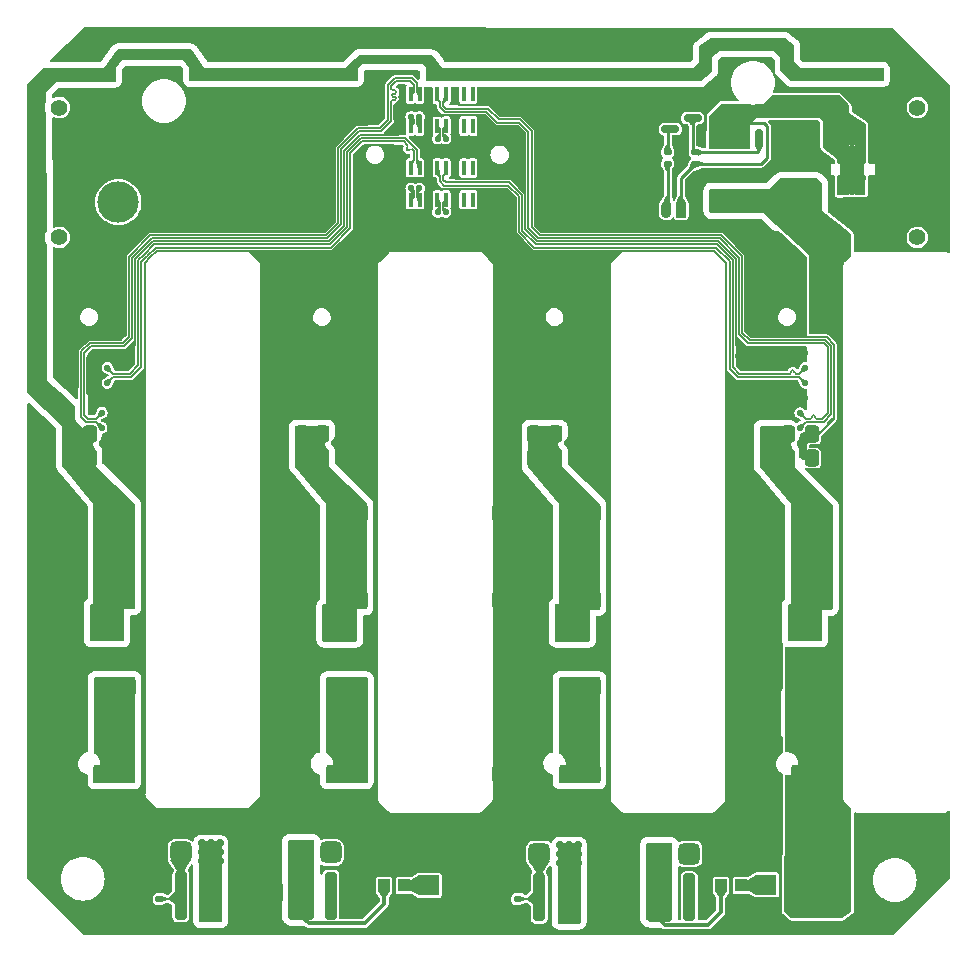
<source format=gbl>
G04 #@! TF.GenerationSoftware,KiCad,Pcbnew,7.0.9*
G04 #@! TF.CreationDate,2024-04-10T09:45:46+08:00*
G04 #@! TF.ProjectId,6__ 2.5_NAS,36d84d20-322e-435f-984e-41532e6b6963,0.3*
G04 #@! TF.SameCoordinates,PXbbc77c0PY26f37c0*
G04 #@! TF.FileFunction,Copper,L2,Bot*
G04 #@! TF.FilePolarity,Positive*
%FSLAX45Y45*%
G04 Gerber Fmt 4.5, Leading zero omitted, Abs format (unit mm)*
G04 Created by KiCad (PCBNEW 7.0.9) date 2024-04-10 09:45:46*
%MOMM*%
%LPD*%
G01*
G04 APERTURE LIST*
G04 Aperture macros list*
%AMRoundRect*
0 Rectangle with rounded corners*
0 $1 Rounding radius*
0 $2 $3 $4 $5 $6 $7 $8 $9 X,Y pos of 4 corners*
0 Add a 4 corners polygon primitive as box body*
4,1,4,$2,$3,$4,$5,$6,$7,$8,$9,$2,$3,0*
0 Add four circle primitives for the rounded corners*
1,1,$1+$1,$2,$3*
1,1,$1+$1,$4,$5*
1,1,$1+$1,$6,$7*
1,1,$1+$1,$8,$9*
0 Add four rect primitives between the rounded corners*
20,1,$1+$1,$2,$3,$4,$5,0*
20,1,$1+$1,$4,$5,$6,$7,0*
20,1,$1+$1,$6,$7,$8,$9,0*
20,1,$1+$1,$8,$9,$2,$3,0*%
G04 Aperture macros list end*
G04 #@! TA.AperFunction,SMDPad,CuDef*
%ADD10RoundRect,0.147500X-0.172500X0.147500X-0.172500X-0.147500X0.172500X-0.147500X0.172500X0.147500X0*%
G04 #@! TD*
G04 #@! TA.AperFunction,SMDPad,CuDef*
%ADD11R,1.000000X1.000000*%
G04 #@! TD*
G04 #@! TA.AperFunction,SMDPad,CuDef*
%ADD12RoundRect,0.150000X-0.150000X0.675000X-0.150000X-0.675000X0.150000X-0.675000X0.150000X0.675000X0*%
G04 #@! TD*
G04 #@! TA.AperFunction,SMDPad,CuDef*
%ADD13RoundRect,0.150000X-0.587500X-0.150000X0.587500X-0.150000X0.587500X0.150000X-0.587500X0.150000X0*%
G04 #@! TD*
G04 #@! TA.AperFunction,ComponentPad*
%ADD14RoundRect,0.225000X0.225000X0.475000X-0.225000X0.475000X-0.225000X-0.475000X0.225000X-0.475000X0*%
G04 #@! TD*
G04 #@! TA.AperFunction,ComponentPad*
%ADD15O,0.900000X1.400000*%
G04 #@! TD*
G04 #@! TA.AperFunction,SMDPad,CuDef*
%ADD16RoundRect,0.250000X1.500000X0.550000X-1.500000X0.550000X-1.500000X-0.550000X1.500000X-0.550000X0*%
G04 #@! TD*
G04 #@! TA.AperFunction,SMDPad,CuDef*
%ADD17RoundRect,0.250000X-0.337500X-0.475000X0.337500X-0.475000X0.337500X0.475000X-0.337500X0.475000X0*%
G04 #@! TD*
G04 #@! TA.AperFunction,SMDPad,CuDef*
%ADD18R,0.350000X1.200000*%
G04 #@! TD*
G04 #@! TA.AperFunction,ComponentPad*
%ADD19O,1.050000X2.000000*%
G04 #@! TD*
G04 #@! TA.AperFunction,SMDPad,CuDef*
%ADD20RoundRect,0.250000X0.337500X0.475000X-0.337500X0.475000X-0.337500X-0.475000X0.337500X-0.475000X0*%
G04 #@! TD*
G04 #@! TA.AperFunction,ComponentPad*
%ADD21R,1.700000X1.700000*%
G04 #@! TD*
G04 #@! TA.AperFunction,ComponentPad*
%ADD22O,1.700000X1.700000*%
G04 #@! TD*
G04 #@! TA.AperFunction,SMDPad,CuDef*
%ADD23RoundRect,0.254000X-0.254000X-1.752600X0.254000X-1.752600X0.254000X1.752600X-0.254000X1.752600X0*%
G04 #@! TD*
G04 #@! TA.AperFunction,SMDPad,CuDef*
%ADD24RoundRect,0.457200X-0.457200X-0.457200X0.457200X-0.457200X0.457200X0.457200X-0.457200X0.457200X0*%
G04 #@! TD*
G04 #@! TA.AperFunction,ComponentPad*
%ADD25C,1.400000*%
G04 #@! TD*
G04 #@! TA.AperFunction,ComponentPad*
%ADD26R,3.500000X3.500000*%
G04 #@! TD*
G04 #@! TA.AperFunction,ComponentPad*
%ADD27C,3.500000*%
G04 #@! TD*
G04 #@! TA.AperFunction,ComponentPad*
%ADD28O,2.100000X4.200000*%
G04 #@! TD*
G04 #@! TA.AperFunction,ComponentPad*
%ADD29O,4.000000X2.000000*%
G04 #@! TD*
G04 #@! TA.AperFunction,ViaPad*
%ADD30C,0.550000*%
G04 #@! TD*
G04 #@! TA.AperFunction,ViaPad*
%ADD31C,0.700000*%
G04 #@! TD*
G04 #@! TA.AperFunction,Conductor*
%ADD32C,0.250000*%
G04 #@! TD*
G04 #@! TA.AperFunction,Conductor*
%ADD33C,0.350000*%
G04 #@! TD*
G04 #@! TA.AperFunction,Conductor*
%ADD34C,0.200000*%
G04 #@! TD*
G04 #@! TA.AperFunction,Conductor*
%ADD35C,0.150000*%
G04 #@! TD*
G04 #@! TA.AperFunction,Conductor*
%ADD36C,0.127000*%
G04 #@! TD*
G04 #@! TA.AperFunction,Conductor*
%ADD37C,0.134620*%
G04 #@! TD*
G04 #@! TA.AperFunction,Conductor*
%ADD38C,0.700000*%
G04 #@! TD*
G04 APERTURE END LIST*
D10*
G04 #@! TO.P,200R,2*
G04 #@! TO.N,SWITCH*
X2783840Y388380D03*
G04 #@! TO.P,200R,1*
G04 #@! TO.N,B*
X2783840Y485380D03*
G04 #@! TD*
G04 #@! TO.P,4K,2*
G04 #@! TO.N,DCIN*
X3017520Y387200D03*
G04 #@! TO.P,4K,1*
G04 #@! TO.N,Gate*
X3017520Y484200D03*
G04 #@! TD*
G04 #@! TO.P,R4,2*
G04 #@! TO.N,GND*
X1513840Y-5933680D03*
G04 #@! TO.P,R4,1*
G04 #@! TO.N,Net-(U2-ADJ)*
X1513840Y-5836680D03*
G04 #@! TD*
G04 #@! TO.P,R1,2*
G04 #@! TO.N,GND*
X-1518920Y-5933680D03*
G04 #@! TO.P,R1,1*
G04 #@! TO.N,Net-(U1-ADJ)*
X-1518920Y-5836680D03*
G04 #@! TD*
D11*
G04 #@! TO.P,R5,1*
G04 #@! TO.N,fan1*
X3404780Y-5722620D03*
G04 #@! TO.P,R5,2*
G04 #@! TO.N,+12V*
X3234780Y-5722620D03*
G04 #@! TD*
G04 #@! TO.P,R5,2*
G04 #@! TO.N,+12V*
X382360Y-5722620D03*
G04 #@! TO.P,R5,1*
G04 #@! TO.N,fan2*
X552360Y-5722620D03*
G04 #@! TD*
D12*
G04 #@! TO.P,REF\u002A\u002A,1*
G04 #@! TO.N,DCIN*
X3180080Y600320D03*
G04 #@! TO.P,REF\u002A\u002A,2*
X3307080Y600320D03*
G04 #@! TO.P,REF\u002A\u002A,3*
X3434080Y600320D03*
G04 #@! TO.P,REF\u002A\u002A,4*
G04 #@! TO.N,Gate*
X3561080Y600320D03*
G04 #@! TO.P,REF\u002A\u002A,5*
G04 #@! TO.N,+12V*
X3561080Y75320D03*
G04 #@! TO.P,REF\u002A\u002A,6*
X3434080Y75320D03*
G04 #@! TO.P,REF\u002A\u002A,7*
X3307080Y75320D03*
G04 #@! TO.P,REF\u002A\u002A,8*
X3180080Y75320D03*
G04 #@! TD*
D13*
G04 #@! TO.P,REF\u002A\u002A,1*
G04 #@! TO.N,B*
X2806930Y679700D03*
G04 #@! TO.P,REF\u002A\u002A,2*
G04 #@! TO.N,GND*
X2806930Y869700D03*
G04 #@! TO.P,REF\u002A\u002A,3*
G04 #@! TO.N,Gate*
X2994430Y774700D03*
G04 #@! TD*
D14*
G04 #@! TO.P,REF\u002A\u002A,1*
G04 #@! TO.N,DCIN*
X2897140Y-1740D03*
D15*
G04 #@! TO.P,REF\u002A\u002A,2*
G04 #@! TO.N,SWITCH*
X2772140Y-1740D03*
G04 #@! TD*
D16*
G04 #@! TO.P,C35,1*
G04 #@! TO.N,+12V*
X66640Y-4777740D03*
G04 #@! TO.P,C35,2*
G04 #@! TO.N,GND*
X-493360Y-4777740D03*
G04 #@! TD*
D17*
G04 #@! TO.P,C22,1*
G04 #@! TO.N,GND*
X1448190Y-2105660D03*
G04 #@! TO.P,C22,2*
G04 #@! TO.N,vout2*
X1655690Y-2105660D03*
G04 #@! TD*
D16*
G04 #@! TO.P,C36,1*
G04 #@! TO.N,vout1*
X66640Y-3307080D03*
G04 #@! TO.P,C36,2*
G04 #@! TO.N,GND*
X-493360Y-3307080D03*
G04 #@! TD*
G04 #@! TO.P,C6,1*
G04 #@! TO.N,vout2*
X4006180Y-2575560D03*
G04 #@! TO.P,C6,2*
G04 #@! TO.N,GND*
X3446180Y-2575560D03*
G04 #@! TD*
D18*
G04 #@! TO.P,J3,A1,A1*
G04 #@! TO.N,unconnected-(J3-PadA1)*
X1133120Y81820D03*
G04 #@! TO.P,J3,A2,A2*
G04 #@! TO.N,unconnected-(J3-PadA2)*
X1058120Y81820D03*
G04 #@! TO.P,J3,A3,A3*
G04 #@! TO.N,GND*
X983120Y81820D03*
G04 #@! TO.P,J3,A4,A4*
G04 #@! TO.N,2B+*
X908120Y81820D03*
G04 #@! TO.P,J3,A5,A5*
G04 #@! TO.N,2B-*
X833120Y81820D03*
G04 #@! TO.P,J3,A6,A6*
G04 #@! TO.N,GND*
X758120Y81820D03*
G04 #@! TO.P,J3,A7,A7*
G04 #@! TO.N,4B+*
X683120Y81820D03*
G04 #@! TO.P,J3,A8,A8*
G04 #@! TO.N,4B-*
X608120Y81820D03*
G04 #@! TO.P,J3,A9,A9*
G04 #@! TO.N,GND*
X533120Y81820D03*
G04 #@! TO.P,J3,B1,B1*
G04 #@! TO.N,unconnected-(J3-PadB1)*
X1133120Y351820D03*
G04 #@! TO.P,J3,B2,B2*
G04 #@! TO.N,unconnected-(J3-PadB2)*
X1058120Y351820D03*
G04 #@! TO.P,J3,B3,B3*
G04 #@! TO.N,GND*
X983120Y351820D03*
G04 #@! TO.P,J3,B4,B4*
G04 #@! TO.N,1B+*
X908120Y351820D03*
G04 #@! TO.P,J3,B5,B5*
G04 #@! TO.N,1B-*
X833120Y351820D03*
G04 #@! TO.P,J3,B6,B6*
G04 #@! TO.N,GND*
X758120Y351820D03*
G04 #@! TO.P,J3,B7,B7*
G04 #@! TO.N,3B+*
X683120Y351820D03*
G04 #@! TO.P,J3,B8,B8*
G04 #@! TO.N,3B-*
X608120Y351820D03*
G04 #@! TO.P,J3,B9,B9*
G04 #@! TO.N,GND*
X533120Y351820D03*
G04 #@! TO.P,J3,C1,C1*
G04 #@! TO.N,unconnected-(J3-PadC1)*
X1133120Y704820D03*
G04 #@! TO.P,J3,C2,C2*
G04 #@! TO.N,unconnected-(J3-PadC2)*
X1058120Y704820D03*
G04 #@! TO.P,J3,C3,C3*
G04 #@! TO.N,GND*
X983120Y704820D03*
G04 #@! TO.P,J3,C4,C4*
G04 #@! TO.N,2A+*
X908120Y704820D03*
G04 #@! TO.P,J3,C5,C5*
G04 #@! TO.N,2A-*
X833120Y704820D03*
G04 #@! TO.P,J3,C6,C6*
G04 #@! TO.N,GND*
X758120Y704820D03*
G04 #@! TO.P,J3,C7,C7*
G04 #@! TO.N,4A+*
X683120Y704820D03*
G04 #@! TO.P,J3,C8,C8*
G04 #@! TO.N,4A-*
X608120Y704820D03*
G04 #@! TO.P,J3,C9,C9*
G04 #@! TO.N,GND*
X533120Y704820D03*
G04 #@! TO.P,J3,D1,D1*
G04 #@! TO.N,unconnected-(J3-PadD1)*
X1133120Y974820D03*
G04 #@! TO.P,J3,D2,D2*
G04 #@! TO.N,unconnected-(J3-PadD2)*
X1058120Y974820D03*
G04 #@! TO.P,J3,D3,D3*
G04 #@! TO.N,GND*
X983120Y974820D03*
G04 #@! TO.P,J3,D4,D4*
G04 #@! TO.N,1A+*
X908120Y974820D03*
G04 #@! TO.P,J3,D5,D5*
G04 #@! TO.N,1A-*
X833120Y974820D03*
G04 #@! TO.P,J3,D6,D6*
G04 #@! TO.N,GND*
X758120Y974820D03*
G04 #@! TO.P,J3,D7,D7*
G04 #@! TO.N,3A+*
X683120Y974820D03*
G04 #@! TO.P,J3,D8,D8*
G04 #@! TO.N,3A-*
X608120Y974820D03*
G04 #@! TO.P,J3,D9,D9*
G04 #@! TO.N,GND*
X533120Y974820D03*
D19*
G04 #@! TO.P,J3,SH1*
X1375620Y920320D03*
G04 #@! TO.P,J3,SH2*
X290620Y920320D03*
G04 #@! TO.P,J3,SH3*
X1375620Y28320D03*
G04 #@! TO.P,J3,SH4*
X290620Y28320D03*
G04 #@! TD*
D17*
G04 #@! TO.P,C14,1*
G04 #@! TO.N,GND*
X1448580Y-1902460D03*
G04 #@! TO.P,C14,2*
G04 #@! TO.N,vout2*
X1656080Y-1902460D03*
G04 #@! TD*
D20*
G04 #@! TO.P,C20,1*
G04 #@! TO.N,GND*
X-1902850Y-1902460D03*
G04 #@! TO.P,C20,2*
G04 #@! TO.N,vout1*
X-2110350Y-1902460D03*
G04 #@! TD*
D17*
G04 #@! TO.P,C24,1*
G04 #@! TO.N,GND*
X3416690Y-2106940D03*
G04 #@! TO.P,C24,2*
G04 #@! TO.N,vout2*
X3624190Y-2106940D03*
G04 #@! TD*
D16*
G04 #@! TO.P,C5,1*
G04 #@! TO.N,+12V*
X4008720Y-4043680D03*
G04 #@! TO.P,C5,2*
G04 #@! TO.N,GND*
X3448720Y-4043680D03*
G04 #@! TD*
G04 #@! TO.P,C38,1*
G04 #@! TO.N,vout2*
X4006180Y-3309620D03*
G04 #@! TO.P,C38,2*
G04 #@! TO.N,GND*
X3446180Y-3309620D03*
G04 #@! TD*
G04 #@! TO.P,C3,1*
G04 #@! TO.N,+12V*
X66640Y-4041140D03*
G04 #@! TO.P,C3,2*
G04 #@! TO.N,GND*
X-493360Y-4041140D03*
G04 #@! TD*
D21*
G04 #@! TO.P,J9,1,Pin_1*
G04 #@! TO.N,fan1*
X3619500Y-5717540D03*
D22*
G04 #@! TO.P,J9,2,Pin_2*
G04 #@! TO.N,GND*
X3619500Y-5463540D03*
G04 #@! TD*
D17*
G04 #@! TO.P,C16,1*
G04 #@! TO.N,GND*
X3416690Y-1905000D03*
G04 #@! TO.P,C16,2*
G04 #@! TO.N,vout2*
X3624190Y-1905000D03*
G04 #@! TD*
D20*
G04 #@! TO.P,C48,1*
G04 #@! TO.N,GND*
X4007340Y-1903740D03*
G04 #@! TO.P,C48,2*
G04 #@! TO.N,vout2*
X3799840Y-1903740D03*
G04 #@! TD*
D16*
G04 #@! TO.P,C8,1*
G04 #@! TO.N,vout2*
X2037680Y-2573020D03*
G04 #@! TO.P,C8,2*
G04 #@! TO.N,GND*
X1477680Y-2573020D03*
G04 #@! TD*
D23*
G04 #@! TO.P,U1,1,ON/OFF*
G04 #@! TO.N,N/C*
X-68580Y-5811876D03*
D24*
G04 #@! TO.N,unconnected-(U1-ON{slash}OFF-Pad1)*
X-68580Y-5442864D03*
D23*
G04 #@! TO.P,U1,2,VIN*
G04 #@! TO.N,+12V*
X-322580Y-5811876D03*
D24*
X-322580Y-5442864D03*
D23*
G04 #@! TO.P,U1,3,GND*
G04 #@! TO.N,GND*
X-576580Y-5811876D03*
D24*
X-576580Y-5442864D03*
D23*
G04 #@! TO.P,U1,4,GND*
X-830580Y-5811876D03*
D24*
X-830580Y-5442864D03*
D23*
G04 #@! TO.P,U1,5,VOUT*
G04 #@! TO.N,vout1*
X-1084580Y-5811876D03*
D24*
X-1084580Y-5442864D03*
D23*
G04 #@! TO.P,U1,6,ADJ*
G04 #@! TO.N,Net-(U1-ADJ)*
X-1338580Y-5811876D03*
D24*
X-1338580Y-5442864D03*
G04 #@! TD*
D17*
G04 #@! TO.P,C42,1*
G04 #@! TO.N,GND*
X-522850Y-1902460D03*
G04 #@! TO.P,C42,2*
G04 #@! TO.N,vout1*
X-315350Y-1902460D03*
G04 #@! TD*
D25*
G04 #@! TO.P,J8,*
G04 #@! TO.N,*
X4897120Y-236400D03*
X4897120Y863600D03*
D26*
G04 #@! TO.P,J8,1,N*
G04 #@! TO.N,GND*
X3897120Y563600D03*
D27*
G04 #@! TO.P,J8,2,P*
G04 #@! TO.N,+12V*
X3897120Y63600D03*
G04 #@! TD*
D17*
G04 #@! TO.P,C44,1*
G04 #@! TO.N,GND*
X-2491350Y-1902460D03*
G04 #@! TO.P,C44,2*
G04 #@! TO.N,vout1*
X-2283850Y-1902460D03*
G04 #@! TD*
D28*
G04 #@! TO.P,J11,1*
G04 #@! TO.N,DCIN*
X4343920Y337820D03*
D29*
G04 #@! TO.P,J11,2*
G04 #@! TO.N,GND*
X4573920Y867820D03*
G04 #@! TO.P,J11,3*
X4943920Y617820D03*
G04 #@! TD*
D20*
G04 #@! TO.P,C12,1*
G04 #@! TO.N,GND*
X-1902850Y-2103120D03*
G04 #@! TO.P,C12,2*
G04 #@! TO.N,vout1*
X-2110350Y-2103120D03*
G04 #@! TD*
D25*
G04 #@! TO.P,J7,*
G04 #@! TO.N,*
X-2367280Y863600D03*
X-2367280Y-236400D03*
D26*
G04 #@! TO.P,J7,1,N*
G04 #@! TO.N,GND*
X-1867280Y563600D03*
D27*
G04 #@! TO.P,J7,2,P*
G04 #@! TO.N,+12V*
X-1867280Y63600D03*
G04 #@! TD*
D21*
G04 #@! TO.P,J10,1,Pin_1*
G04 #@! TO.N,fan2*
X764540Y-5722620D03*
D22*
G04 #@! TO.P,J10,2,Pin_2*
G04 #@! TO.N,GND*
X764540Y-5468620D03*
G04 #@! TD*
D16*
G04 #@! TO.P,C39,1*
G04 #@! TO.N,+12V*
X2037680Y-4777740D03*
G04 #@! TO.P,C39,2*
G04 #@! TO.N,GND*
X1477680Y-4777740D03*
G04 #@! TD*
D20*
G04 #@! TO.P,C26,1*
G04 #@! TO.N,GND*
X65650Y-2103120D03*
G04 #@! TO.P,C26,2*
G04 #@! TO.N,vout1*
X-141850Y-2103120D03*
G04 #@! TD*
D16*
G04 #@! TO.P,C7,1*
G04 #@! TO.N,+12V*
X2039512Y-4041140D03*
G04 #@! TO.P,C7,2*
G04 #@! TO.N,GND*
X1479512Y-4041140D03*
G04 #@! TD*
D20*
G04 #@! TO.P,C46,1*
G04 #@! TO.N,GND*
X2036690Y-2105660D03*
G04 #@! TO.P,C46,2*
G04 #@! TO.N,vout2*
X1829190Y-2105660D03*
G04 #@! TD*
D16*
G04 #@! TO.P,C40,1*
G04 #@! TO.N,vout2*
X2037680Y-3307080D03*
G04 #@! TO.P,C40,2*
G04 #@! TO.N,GND*
X1477680Y-3307080D03*
G04 #@! TD*
G04 #@! TO.P,C37,1*
G04 #@! TO.N,+12V*
X4008720Y-4777740D03*
G04 #@! TO.P,C37,2*
G04 #@! TO.N,GND*
X3448720Y-4777740D03*
G04 #@! TD*
G04 #@! TO.P,C4,1*
G04 #@! TO.N,vout1*
X66640Y-2570480D03*
G04 #@! TO.P,C4,2*
G04 #@! TO.N,GND*
X-493360Y-2570480D03*
G04 #@! TD*
D23*
G04 #@! TO.P,U2,1,ON/OFF*
G04 #@! TO.N,N/C*
X2966720Y-5824576D03*
D24*
G04 #@! TO.N,unconnected-(U2-ON{slash}OFF-Pad1)*
X2966720Y-5455564D03*
D23*
G04 #@! TO.P,U2,2,VIN*
G04 #@! TO.N,+12V*
X2712720Y-5824576D03*
D24*
X2712720Y-5455564D03*
D23*
G04 #@! TO.P,U2,3,GND*
G04 #@! TO.N,GND*
X2458720Y-5824576D03*
D24*
X2458720Y-5455564D03*
D23*
G04 #@! TO.P,U2,4,GND*
X2204720Y-5824576D03*
D24*
X2204720Y-5455564D03*
D23*
G04 #@! TO.P,U2,5,VOUT*
G04 #@! TO.N,vout2*
X1950720Y-5824576D03*
D24*
X1950720Y-5455564D03*
D23*
G04 #@! TO.P,U2,6,ADJ*
G04 #@! TO.N,Net-(U2-ADJ)*
X1696720Y-5824576D03*
D24*
X1696720Y-5455564D03*
G04 #@! TD*
D16*
G04 #@! TO.P,C33,1*
G04 #@! TO.N,+12V*
X-1901860Y-4777740D03*
G04 #@! TO.P,C33,2*
G04 #@! TO.N,GND*
X-2461860Y-4777740D03*
G04 #@! TD*
D17*
G04 #@! TO.P,C28,1*
G04 #@! TO.N,GND*
X-2491350Y-2103120D03*
G04 #@! TO.P,C28,2*
G04 #@! TO.N,vout1*
X-2283850Y-2103120D03*
G04 #@! TD*
D20*
G04 #@! TO.P,C32,1*
G04 #@! TO.N,GND*
X4007340Y-2106940D03*
G04 #@! TO.P,C32,2*
G04 #@! TO.N,vout2*
X3799840Y-2106940D03*
G04 #@! TD*
D16*
G04 #@! TO.P,C1,1*
G04 #@! TO.N,+12V*
X-1899320Y-4038600D03*
G04 #@! TO.P,C1,2*
G04 #@! TO.N,GND*
X-2459320Y-4038600D03*
G04 #@! TD*
D20*
G04 #@! TO.P,C10,1*
G04 #@! TO.N,GND*
X65650Y-1902460D03*
G04 #@! TO.P,C10,2*
G04 #@! TO.N,vout1*
X-141850Y-1902460D03*
G04 #@! TD*
D16*
G04 #@! TO.P,C2,1*
G04 #@! TO.N,vout1*
X-1901860Y-2570480D03*
G04 #@! TO.P,C2,2*
G04 #@! TO.N,GND*
X-2461860Y-2570480D03*
G04 #@! TD*
G04 #@! TO.P,C34,1*
G04 #@! TO.N,vout1*
X-1901860Y-3304540D03*
G04 #@! TO.P,C34,2*
G04 #@! TO.N,GND*
X-2461860Y-3304540D03*
G04 #@! TD*
D20*
G04 #@! TO.P,C30,1*
G04 #@! TO.N,GND*
X2036690Y-1902460D03*
G04 #@! TO.P,C30,2*
G04 #@! TO.N,vout2*
X1829190Y-1902460D03*
G04 #@! TD*
D17*
G04 #@! TO.P,C18,1*
G04 #@! TO.N,GND*
X-522850Y-2103120D03*
G04 #@! TO.P,C18,2*
G04 #@! TO.N,vout1*
X-315350Y-2103120D03*
G04 #@! TD*
D30*
G04 #@! TO.N,vout1*
X4523740Y1145540D03*
X4259580Y1145540D03*
X2534920Y1145540D03*
X2273300Y1148080D03*
X815340Y1143000D03*
X61740Y1143000D03*
X-1242060Y1143000D03*
X-1988820Y1140460D03*
G04 #@! TO.N,GND*
X1932940Y-1973580D03*
X-640080Y-3230880D03*
X-1960880Y-1592580D03*
X1874520Y-5110480D03*
X1468120Y-2570480D03*
X983120Y599440D03*
X-5080Y-4958080D03*
X3731260Y-1343388D03*
X3947160Y-1592580D03*
X-81280Y-5110480D03*
X3433493Y-1343388D03*
X3296920Y-2621280D03*
X533400Y444500D03*
X1468120Y-2494280D03*
X1874520Y-5034280D03*
X3322320Y-3256280D03*
X-2232660Y-1524000D03*
X1468120Y-2646680D03*
X-233680Y-5110480D03*
X-1968500Y-1214120D03*
X1544320Y-2570480D03*
X-2138680Y-4958080D03*
X1978660Y-1595120D03*
X1544320Y-2646680D03*
X3677920Y-4907280D03*
X1391920Y-2646680D03*
X1722120Y-5034280D03*
X3677920Y-5135880D03*
X-2062480Y-5034280D03*
X-640080Y-3307080D03*
X3550920Y-3256280D03*
X1638300Y-1185182D03*
X756920Y-17780D03*
X3627120Y-3256280D03*
X-2214880Y-5034280D03*
X3677920Y-5059680D03*
X-2062480Y-4958080D03*
X-411480Y-3230880D03*
X3525520Y-2621280D03*
X3382282Y-1137920D03*
X1409494Y-1160780D03*
X3578860Y-1343388D03*
X1950720Y-5034280D03*
X1950720Y-4958080D03*
X-157480Y-5034280D03*
X1874520Y-4958080D03*
X-487680Y-3230880D03*
X1950720Y-5110480D03*
X3474720Y-3256280D03*
X7790Y-1212210D03*
X-563880Y-3230880D03*
X3601720Y-2621280D03*
X-335280Y-3230880D03*
X-1986280Y-4958080D03*
X-5080Y-5034280D03*
X-2062480Y-5110480D03*
X-563880Y-3307080D03*
X1620520Y-2494280D03*
X1722120Y-4958080D03*
X-1986280Y-5110480D03*
X1391920Y-2570480D03*
X1391920Y-2494280D03*
X-233680Y-5034280D03*
X-2138680Y-5110480D03*
X3373120Y-2621280D03*
X1454640Y-1283480D03*
X-157480Y-4958080D03*
X-81280Y-4958080D03*
X1798320Y-4958080D03*
X1978660Y-1211580D03*
X-2214880Y-4958080D03*
X-487680Y-3307080D03*
X1722120Y-5110480D03*
X1767840Y-1185182D03*
X1798320Y-5034280D03*
X-2138680Y-5034280D03*
X3525520Y-2621280D03*
X1544320Y-2494280D03*
X3449320Y-2621280D03*
X3713480Y-1177562D03*
X3903980Y-1973580D03*
X-157480Y-5110480D03*
X3398520Y-3256280D03*
X-5080Y-5110480D03*
X-233680Y-4958080D03*
X3382282Y-1236980D03*
X-81280Y-5034280D03*
X-2214880Y-5110480D03*
X758120Y599440D03*
X533400Y-15240D03*
X-1986280Y-5034280D03*
X1798320Y-5110480D03*
X1517160Y-1129520D03*
X3545840Y-1177562D03*
X983120Y-17780D03*
X-2006600Y-1976120D03*
X-38100Y-1976120D03*
X1620520Y-2646680D03*
X1734820Y-1342748D03*
X1595120Y-1342748D03*
X3949700Y-1211580D03*
X1410051Y-1022410D03*
X1620520Y-2570480D03*
X3677920Y-4983480D03*
D31*
G04 #@! TO.N,+12V*
X-2042160Y-4224020D03*
X2636520Y-5669280D03*
X1978660Y-4224020D03*
X-1889760Y-4224020D03*
D30*
X4038600Y-510540D03*
D31*
X2054860Y-4147820D03*
X86360Y-4297680D03*
X4033520Y-5897880D03*
X1978660Y-4147820D03*
X3870960Y-4373880D03*
X-66040Y-4373880D03*
X-1965960Y-4300220D03*
D30*
X4229100Y-866140D03*
X4089400Y-868680D03*
X4038600Y-566420D03*
X4229100Y-922020D03*
D31*
X-1965960Y-4147820D03*
D30*
X4173220Y-513080D03*
X4173220Y-624840D03*
D31*
X4023360Y-4145280D03*
X4185920Y-5821680D03*
X-1889760Y-4147820D03*
X3870960Y-4145280D03*
X-66040Y-4297680D03*
X1902460Y-4300220D03*
D30*
X4173220Y-810260D03*
D31*
X-320040Y-5979160D03*
X2788920Y-5974080D03*
X-2042160Y-4300220D03*
X-1889760Y-4300220D03*
X-66040Y-4373880D03*
D30*
X4231640Y-2123440D03*
D31*
X-396240Y-5750560D03*
D30*
X4038600Y-678180D03*
X4229100Y-513080D03*
D31*
X2712720Y-5897880D03*
X1902460Y-4147820D03*
X3947160Y-4373880D03*
X4109720Y-5745480D03*
D30*
X4089400Y-756920D03*
D31*
X-320040Y-5902960D03*
X2636520Y-5745480D03*
X1902460Y-4376420D03*
D30*
X4229100Y-754380D03*
D31*
X4185920Y-5897880D03*
X3870960Y-4297680D03*
X3957320Y-5821680D03*
D30*
X4229100Y-624840D03*
X4173220Y-866140D03*
D31*
X1902460Y-4224020D03*
D30*
X4229100Y-810260D03*
X4229100Y-680720D03*
D31*
X-243840Y-5750560D03*
D30*
X4094480Y-566420D03*
D31*
X-66040Y-4221480D03*
X-396240Y-5826760D03*
X1902460Y-4376420D03*
D30*
X4236720Y-4051300D03*
X4229100Y-866140D03*
D31*
X86360Y-4221480D03*
X-2042160Y-4224020D03*
D30*
X4033520Y-812800D03*
D31*
X-320040Y-5750560D03*
D30*
X4175760Y-2179320D03*
X4175760Y-2067560D03*
D31*
X3957320Y-5897880D03*
X3957320Y-5745480D03*
X2712720Y-5821680D03*
X4033520Y-5745480D03*
X2788920Y-5897880D03*
X-2042160Y-4376420D03*
X10160Y-4221480D03*
X1978660Y-4376420D03*
X3870960Y-4297680D03*
X1902460Y-4300220D03*
D30*
X4236720Y-3939540D03*
D31*
X2636520Y-5897880D03*
D30*
X4180840Y-4051300D03*
X4180840Y-3883660D03*
D31*
X4023360Y-4297680D03*
X-320040Y-5826760D03*
D30*
X4173220Y-568960D03*
X4236720Y-3995420D03*
D31*
X2054860Y-4224020D03*
X4109720Y-5897880D03*
X1902460Y-4147820D03*
X1902460Y-4224020D03*
D30*
X4173220Y-922020D03*
D31*
X-320040Y-5674360D03*
X-396240Y-5902960D03*
X-66040Y-4221480D03*
X3870960Y-4145280D03*
X10160Y-4297680D03*
X2636520Y-5974080D03*
X2788920Y-5669280D03*
X4109720Y-5821680D03*
D30*
X4033520Y-924560D03*
X4175760Y-2011680D03*
X4089400Y-812800D03*
D31*
X2712720Y-5745480D03*
D30*
X4180840Y-3939540D03*
X4236720Y-3883660D03*
X4236720Y-3995420D03*
X4089400Y-924560D03*
D31*
X86360Y-4373880D03*
X10160Y-4373880D03*
X4033520Y-5821680D03*
D30*
X4175760Y-2123440D03*
D31*
X2054860Y-4300220D03*
X3947160Y-4221480D03*
X4185920Y-5745480D03*
X-1965960Y-4376420D03*
X3870960Y-4221480D03*
X-1889760Y-4376420D03*
X-243840Y-5902960D03*
D30*
X4231640Y-2123440D03*
D31*
X2054860Y-4376420D03*
X2712720Y-5974080D03*
D30*
X4229100Y-624840D03*
D31*
X-66040Y-4145280D03*
D30*
X4231640Y-2011680D03*
X4038600Y-622300D03*
D31*
X10160Y-4145280D03*
X2788920Y-5745480D03*
X2636520Y-5821680D03*
D30*
X4089400Y-868680D03*
D31*
X4185920Y-5745480D03*
X1978660Y-4300220D03*
X4023360Y-4221480D03*
X-243840Y-5826760D03*
D30*
X4229100Y-568960D03*
D31*
X2712720Y-5669280D03*
D30*
X4094480Y-622300D03*
D31*
X-2042160Y-4147820D03*
X-243840Y-5750560D03*
X3881120Y-5897880D03*
X-1965960Y-4224020D03*
D30*
X4231640Y-2179320D03*
D31*
X-243840Y-5979160D03*
X-243840Y-5826760D03*
X-243840Y-5979160D03*
X-396240Y-5674360D03*
D30*
X4180840Y-3995420D03*
D31*
X2788920Y-5897880D03*
X-66040Y-4145280D03*
X-66040Y-4297680D03*
D30*
X4033520Y-868680D03*
D31*
X3870960Y-4373880D03*
D30*
X4094480Y-510540D03*
D31*
X2788920Y-5745480D03*
D30*
X4033520Y-756920D03*
D31*
X-243840Y-5674360D03*
D30*
X4173220Y-754380D03*
D31*
X4033520Y-5745480D03*
X3947160Y-4297680D03*
X3881120Y-5821680D03*
X-396240Y-5979160D03*
X2788920Y-5821680D03*
D30*
X4094480Y-678180D03*
D31*
X86360Y-4145280D03*
X2788920Y-5821680D03*
X3870960Y-4221480D03*
X-2042160Y-4147820D03*
X4109720Y-5745480D03*
D30*
X4173220Y-680720D03*
D31*
X-2042160Y-4376420D03*
X3947160Y-4145280D03*
D30*
X4094480Y-622300D03*
D31*
X3957320Y-5745480D03*
X-2042160Y-4300220D03*
X3881120Y-5745480D03*
D30*
X4231640Y-2067560D03*
D31*
X2788920Y-5974080D03*
X4023360Y-4373880D03*
X-243840Y-5902960D03*
D30*
G04 #@! TO.N,1A+*
X3903980Y-1846580D03*
G04 #@! TO.N,1A-*
X3903980Y-1722120D03*
G04 #@! TO.N,1B-*
X3949700Y-1468120D03*
G04 #@! TO.N,2B+*
X904470Y-21735D03*
G04 #@! TO.N,2B-*
X836770Y-21735D03*
G04 #@! TO.N,2A-*
X836770Y600665D03*
G04 #@! TO.N,2A+*
X904470Y600665D03*
G04 #@! TO.N,4B+*
X679470Y180914D03*
G04 #@! TO.N,4B-*
X611770Y180914D03*
G04 #@! TO.N,4A-*
X611770Y785447D03*
G04 #@! TO.N,4A+*
X679470Y785447D03*
G04 #@! TO.N,1B+*
X3949700Y-1338580D03*
G04 #@! TO.N,3B+*
X-1960880Y-1338580D03*
G04 #@! TO.N,3B-*
X-1960880Y-1468120D03*
G04 #@! TO.N,3A+*
X-2006600Y-1846580D03*
G04 #@! TO.N,3A-*
X-2006600Y-1719580D03*
D31*
G04 #@! TO.N,vout1*
X-66040Y-3535680D03*
X-2021840Y-3388360D03*
X-1008380Y-5516880D03*
X10160Y-3459480D03*
X-1160780Y-5440680D03*
X-2021840Y-3616960D03*
X86360Y-3383280D03*
X-2021840Y-3540760D03*
X-1945640Y-3540760D03*
X-1084580Y-5440680D03*
X-66040Y-3535680D03*
X-1869440Y-3464560D03*
X-1160780Y-5516880D03*
X-1945640Y-3616960D03*
X-66040Y-3459480D03*
X86360Y-3611880D03*
X-2021840Y-3464560D03*
X-2021840Y-3540760D03*
X-1008380Y-5364480D03*
X-66040Y-3611880D03*
X-66040Y-3611880D03*
X-1084580Y-5364480D03*
X-1945640Y-3388360D03*
X-66040Y-3383280D03*
X-2021840Y-3388360D03*
X-1160780Y-5364480D03*
X-1008380Y-5440680D03*
X10160Y-3535680D03*
X-2021840Y-3464560D03*
X-1869440Y-3616960D03*
X86360Y-3459480D03*
X-1084580Y-5516880D03*
X-66040Y-3383280D03*
X-1869440Y-3540760D03*
X-1945640Y-3464560D03*
X-66040Y-3459480D03*
X10160Y-3383280D03*
X10160Y-3611880D03*
X-2021840Y-3616960D03*
X-1869440Y-3388360D03*
X86360Y-3535680D03*
G04 #@! TO.N,vout2*
X2026920Y-5379720D03*
X1902460Y-3385820D03*
X1950720Y-5532120D03*
X4025900Y-3609340D03*
X3949700Y-3380740D03*
X3873500Y-3380740D03*
X4025900Y-3380740D03*
X1902460Y-3614420D03*
X3873500Y-3533140D03*
X3873500Y-3609340D03*
X1902460Y-3462020D03*
X1902460Y-3538220D03*
X2054860Y-3614420D03*
X3873500Y-3380740D03*
X3949700Y-3533140D03*
X2026920Y-5455920D03*
X3873500Y-3533140D03*
X4025900Y-3533140D03*
X1902460Y-3462020D03*
X1978660Y-3385820D03*
X1874520Y-5455920D03*
X1902460Y-3614420D03*
X2054860Y-3385820D03*
X4025900Y-3456940D03*
X1950720Y-5379720D03*
X1978660Y-3462020D03*
X3873500Y-3456940D03*
X1874520Y-5379720D03*
X1902460Y-3538220D03*
X3873500Y-3456940D03*
X3873500Y-3609340D03*
X1902460Y-3385820D03*
X1950720Y-5455920D03*
X1978660Y-3614420D03*
X2054860Y-3462020D03*
X3949700Y-3609340D03*
X2026920Y-5532120D03*
X1874520Y-5532120D03*
X1978660Y-3538220D03*
X3949700Y-3456940D03*
X2054860Y-3538220D03*
G04 #@! TD*
D32*
G04 #@! TO.N,SWITCH*
X2783840Y9960D02*
X2772140Y-1740D01*
X2783840Y388380D02*
X2783840Y9960D01*
G04 #@! TO.N,B*
X2783840Y656610D02*
X2806930Y679700D01*
X2783840Y485380D02*
X2783840Y656610D01*
G04 #@! TO.N,DCIN*
X3434080Y706120D02*
X3434080Y600320D01*
X3459480Y731520D02*
X3434080Y706120D01*
X3624580Y703580D02*
X3596640Y731520D01*
X3596640Y731520D02*
X3459480Y731520D01*
X3572360Y387200D02*
X3624580Y439420D01*
X3017520Y387200D02*
X3572360Y387200D01*
X3624580Y439420D02*
X3624580Y703580D01*
X2895600Y265280D02*
X3017520Y387200D01*
X2897140Y-1740D02*
X2895600Y-200D01*
X2895600Y-200D02*
X2895600Y265280D01*
G04 #@! TO.N,Gate*
X2994430Y507290D02*
X3017520Y484200D01*
X2994430Y774700D02*
X2994430Y507290D01*
X3561080Y505460D02*
X3561080Y600320D01*
X3539820Y484200D02*
X3561080Y505460D01*
X3017520Y484200D02*
X3539820Y484200D01*
D33*
G04 #@! TO.N,+12V*
X2758516Y-6055436D02*
X2712720Y-6009640D01*
X3126664Y-6055436D02*
X2758516Y-6055436D01*
X2712720Y-6009640D02*
X2712720Y-5824576D01*
X3234780Y-5947320D02*
X3126664Y-6055436D01*
X3234780Y-5722620D02*
X3234780Y-5947320D01*
X218364Y-6042736D02*
X-256464Y-6042736D01*
X382360Y-5878740D02*
X218364Y-6042736D01*
X382360Y-5722620D02*
X382360Y-5878740D01*
X-256464Y-6042736D02*
X-320040Y-5979160D01*
D32*
G04 #@! TO.N,GND*
X3903980Y-2080260D02*
X3903980Y-1973580D01*
X3930660Y-2106940D02*
X3903980Y-2080260D01*
X4007340Y-2106940D02*
X3930660Y-2106940D01*
D34*
G04 #@! TO.N,Net-(U2-ADJ)*
X1684616Y-5836680D02*
X1696720Y-5824576D01*
X1513840Y-5836680D02*
X1684616Y-5836680D01*
G04 #@! TO.N,Net-(U1-ADJ)*
X-1363384Y-5836680D02*
X-1338580Y-5811876D01*
X-1518920Y-5836680D02*
X-1363384Y-5836680D01*
D35*
G04 #@! TO.N,GND*
X533120Y662320D02*
X500594Y629794D01*
X124460Y-170180D02*
X-54270Y-348910D01*
X1657992Y-136391D02*
X1710563Y-188962D01*
X533120Y81820D02*
X533120Y-14960D01*
X1018540Y883920D02*
X1268166Y883920D01*
X3442306Y-384640D02*
X3442306Y-1031140D01*
X-1644730Y-1525350D02*
X-1711960Y-1592580D01*
X758120Y899820D02*
X857840Y800100D01*
X1362774Y789312D02*
X1545654Y789312D01*
X149091Y715652D02*
X-35488Y531073D01*
X3143833Y-348535D02*
X3179033Y-349306D01*
X500594Y629794D02*
X176333Y629794D01*
X533120Y704820D02*
X533120Y662320D01*
X3213061Y-268496D02*
X2017200Y-268496D01*
X176333Y629794D02*
X44486Y497947D01*
X461100Y549820D02*
X209460Y549820D01*
X-1540534Y-348910D02*
X-1596442Y-404818D01*
X4066090Y-1903740D02*
X4007340Y-1903740D01*
X44486Y497947D02*
X44486Y-137053D01*
X1657992Y676974D02*
X1657992Y-136391D01*
X1421066Y175888D02*
X1496688Y100266D01*
X533120Y444220D02*
X533400Y444500D01*
X-35488Y531073D02*
X-35488Y-103927D01*
X1576712Y-168211D02*
X1576712Y129540D01*
X983120Y-17780D02*
X983120Y39320D01*
X1576712Y645082D02*
X1576712Y129540D01*
X983120Y919340D02*
X1018540Y883920D01*
X209460Y549820D02*
X124460Y464820D01*
X533120Y974820D02*
X512799Y954499D01*
X3179033Y-349306D02*
X3228588Y-401082D01*
X3279945Y-452440D02*
X3279945Y-454741D01*
X3143441Y-348910D02*
X3143833Y-348535D01*
X-614728Y-268888D02*
X-1573680Y-268888D01*
X1828800Y-188962D02*
X1829288Y-188474D01*
X1677437Y-268936D02*
X1576712Y-168211D01*
X3279945Y-454741D02*
X3279570Y-455117D01*
X-1596442Y-405201D02*
X-1644730Y-453489D01*
X4128834Y-1077588D02*
X4195452Y-1144206D01*
X983120Y351820D02*
X983120Y264020D01*
X-2092960Y-1214120D02*
X-1968500Y-1214120D01*
X-2128520Y-1249680D02*
X-2092960Y-1214120D01*
X2016760Y-268936D02*
X1677437Y-268936D01*
X983120Y974820D02*
X983120Y919340D01*
X3488754Y-1077588D02*
X4128834Y-1077588D01*
X3228588Y-401082D02*
X3279945Y-452440D01*
X1710563Y-188962D02*
X1828800Y-188962D01*
X1644310Y-348910D02*
X3143441Y-348910D01*
X2017200Y-268496D02*
X2016760Y-268936D01*
X-614680Y-268936D02*
X-614728Y-268888D01*
X3382282Y-1137920D02*
X3362332Y-1117970D01*
X758120Y351820D02*
X758120Y394320D01*
X-1596442Y-404818D02*
X-1596442Y-405201D01*
X-1606807Y-188914D02*
X-1804678Y-386785D01*
X-120475Y-188914D02*
X-1606807Y-188914D01*
X-1960880Y-1592580D02*
X-2085340Y-1592580D01*
X-1644730Y-453489D02*
X-1644730Y-1525350D01*
X758120Y755720D02*
X758120Y599440D01*
X3362332Y-417766D02*
X3213061Y-268496D01*
X3362332Y-1117970D02*
X3362332Y-417766D01*
X533120Y351820D02*
X533120Y444220D01*
X807092Y175888D02*
X1421066Y175888D01*
X1829288Y-188474D02*
X3246140Y-188474D01*
X-35488Y-103927D02*
X-120475Y-188914D01*
X290620Y920320D02*
X290620Y765600D01*
X1329626Y709288D02*
X1512506Y709288D01*
X469272Y768668D02*
X533120Y704820D01*
X758120Y-16580D02*
X756920Y-17780D01*
X-1724704Y-419912D02*
X-1724704Y-1145584D01*
X-1804678Y-386785D02*
X-1804678Y-1062998D01*
X-2491350Y-1836030D02*
X-2491350Y-1902460D01*
X758120Y351820D02*
X758120Y224860D01*
X-54270Y-348910D02*
X-1540534Y-348910D01*
X983120Y662320D02*
X983120Y599440D01*
X44486Y-137053D02*
X-87397Y-268936D01*
X3279570Y-1476170D02*
X3395980Y-1592580D01*
X3279570Y-455117D02*
X3279570Y-1476170D01*
X533120Y-14960D02*
X533400Y-15240D01*
X983120Y81820D02*
X983120Y-17780D01*
X-2128520Y-1549400D02*
X-2128520Y-1249680D01*
X983120Y264020D02*
X991228Y255912D01*
X3395980Y-1592580D02*
X3947160Y-1592580D01*
X513643Y923980D02*
X469272Y879609D01*
X857840Y800100D02*
X1238814Y800100D01*
X1238814Y800100D02*
X1329626Y709288D01*
X-1793240Y-1214120D02*
X-1968500Y-1214120D01*
X4195452Y-1774378D02*
X4066090Y-1903740D01*
X1512506Y709288D02*
X1576712Y645082D01*
X1343840Y-3460D02*
X1375620Y28320D01*
X-2085340Y-1592580D02*
X-2128520Y-1549400D01*
X758120Y974820D02*
X758120Y899820D01*
X758120Y81820D02*
X758120Y-16580D01*
X-1841500Y-1100448D02*
X-2119694Y-1100448D01*
X240672Y715652D02*
X149091Y715652D01*
X-1724704Y-1145584D02*
X-1793240Y-1214120D01*
X1268166Y883920D02*
X1362774Y789312D01*
X469272Y879609D02*
X469272Y768668D01*
X3246140Y-188474D02*
X3250953Y-193287D01*
X4195452Y-1144206D02*
X4195452Y-1774378D01*
X758120Y224860D02*
X807092Y175888D01*
X512799Y954499D02*
X513643Y953634D01*
X-1573680Y-268888D02*
X-1724704Y-419912D01*
X1545654Y789312D02*
X1657992Y676974D01*
X1576712Y133414D02*
X1576712Y129540D01*
X-87397Y-268936D02*
X-614680Y-268936D01*
X-1711960Y-1592580D02*
X-1960880Y-1592580D01*
X991228Y255912D02*
X1454214Y255912D01*
X-1804678Y-1062998D02*
X-1841500Y-1099820D01*
D36*
X-2209800Y-1190554D02*
X-2209800Y-1501140D01*
D35*
X513643Y953634D02*
X513643Y923980D01*
X3442306Y-1031140D02*
X3488754Y-1077588D01*
X1496688Y-201288D02*
X1644310Y-348910D01*
X3250953Y-193287D02*
X3442306Y-384640D01*
D36*
X-2209800Y-1501140D02*
X-2232660Y-1524000D01*
D35*
X533400Y444500D02*
X533400Y477520D01*
X533400Y477520D02*
X461100Y549820D01*
X-1841500Y-1099820D02*
X-1841500Y-1100448D01*
X-2119694Y-1100448D02*
X-2209800Y-1190554D01*
X124460Y464820D02*
X124460Y-170180D01*
X290620Y765600D02*
X240672Y715652D01*
X1454214Y255912D02*
X1576712Y133414D01*
X1496688Y100266D02*
X1496688Y-201288D01*
D37*
G04 #@! TO.N,1A+*
X1631061Y665818D02*
X1631061Y-147546D01*
X883701Y907901D02*
X883701Y877518D01*
X1994721Y-215893D02*
X1995209Y-215405D01*
X4168521Y-1155362D02*
X4168521Y-1732618D01*
X3953129Y-1797431D02*
X3903980Y-1846580D01*
X4103708Y-1797431D02*
X3953129Y-1797431D01*
X1631061Y-147546D02*
X1699408Y-215893D01*
X3415375Y-1042296D02*
X3477598Y-1104519D01*
X4168521Y-1732618D02*
X4103708Y-1797431D01*
X1699408Y-215893D02*
X1994721Y-215893D01*
X3477598Y-1104519D02*
X4117678Y-1104519D01*
X3415375Y-395795D02*
X3415375Y-1042296D01*
X1534498Y762381D02*
X1631061Y665818D01*
X907398Y853821D02*
X1260178Y853821D01*
X1260178Y853821D02*
X1351618Y762381D01*
X3234985Y-215405D02*
X3415375Y-395795D01*
X908120Y974820D02*
X908120Y932320D01*
X1995209Y-215405D02*
X3234985Y-215405D01*
X1351618Y762381D02*
X1534498Y762381D01*
X908120Y932320D02*
X883701Y907901D01*
X883701Y877518D02*
X907398Y853821D01*
X4117678Y-1104519D02*
X4168521Y-1155362D01*
G04 #@! TO.N,1A-*
X4059106Y-1771269D02*
X4092872Y-1771269D01*
X3224146Y-241565D02*
X2006045Y-241565D01*
X3466762Y-1130681D02*
X3389213Y-1053132D01*
X1604899Y-158383D02*
X1604899Y654982D01*
X4142359Y-1166198D02*
X4106842Y-1130681D01*
X1523662Y736219D02*
X1340782Y736219D01*
X833120Y932320D02*
X833120Y974820D01*
X4092872Y-1771269D02*
X4142359Y-1721782D01*
X4005961Y-1758188D02*
X4005961Y-1751446D01*
X3389213Y-406632D02*
X3224146Y-241565D01*
X857539Y907901D02*
X833120Y932320D01*
X4106842Y-1130681D02*
X3466762Y-1130681D01*
X1249342Y827659D02*
X896561Y827659D01*
X2006045Y-241565D02*
X2005555Y-242055D01*
X1340782Y736219D02*
X1249342Y827659D01*
X4142359Y-1721782D02*
X4142359Y-1166198D01*
X3903980Y-1722120D02*
X3953129Y-1771269D01*
X2005555Y-242055D02*
X1688571Y-242055D01*
X896561Y827659D02*
X857539Y866681D01*
X857539Y866681D02*
X857539Y907901D01*
X4045204Y-1771269D02*
X4059106Y-1771269D01*
X3953129Y-1771269D02*
X3992880Y-1771269D01*
X1604899Y654982D02*
X1523662Y736219D01*
X3389213Y-1053132D02*
X3389213Y-406632D01*
X4032123Y-1751446D02*
X4032123Y-1758188D01*
X1688571Y-242055D02*
X1604899Y-158383D01*
X4032125Y-1751446D02*
G75*
G03*
X4019042Y-1738365I-13085J-4D01*
G01*
X3992880Y-1771271D02*
G75*
G03*
X4005961Y-1758188I0J13081D01*
G01*
X4019042Y-1738371D02*
G75*
G03*
X4005961Y-1751446I-2J-13079D01*
G01*
X4032121Y-1758188D02*
G75*
G03*
X4045204Y-1771269I13079J-2D01*
G01*
G04 #@! TO.N,1B-*
X1655445Y-322029D02*
X3132235Y-322029D01*
X857539Y239022D02*
X893742Y202819D01*
X3132678Y-321587D02*
X3154988Y-321587D01*
X3155249Y-321847D02*
X3163540Y-322029D01*
X3898011Y-1416431D02*
X3949700Y-1468120D01*
X3379132Y-1416431D02*
X3898011Y-1416431D01*
X1523619Y-190203D02*
X1655445Y-322029D01*
X3309239Y-1346538D02*
X3379132Y-1416431D01*
X1432222Y202819D02*
X1523619Y111422D01*
X3191510Y-322029D02*
X3309239Y-439758D01*
X857539Y284901D02*
X857539Y239022D01*
X833120Y309320D02*
X857539Y284901D01*
X893742Y202819D02*
X1432222Y202819D01*
X3309239Y-439758D02*
X3309239Y-1346538D01*
X833120Y351820D02*
X833120Y309320D01*
X3132235Y-322029D02*
X3132678Y-321587D01*
X3154988Y-321587D02*
X3155249Y-321847D01*
X3163540Y-322029D02*
X3191510Y-322029D01*
X1523619Y111422D02*
X1523619Y-190203D01*
G04 #@! TO.N,2B+*
X883701Y57401D02*
X883701Y-966D01*
X908120Y81820D02*
X883701Y57401D01*
X883701Y-966D02*
X904470Y-21735D01*
G04 #@! TO.N,2B-*
X857539Y57401D02*
X857539Y-966D01*
X857539Y-966D02*
X836770Y-21735D01*
X833120Y81820D02*
X857539Y57401D01*
G04 #@! TO.N,2A-*
X857539Y680401D02*
X857539Y621434D01*
X833120Y704820D02*
X857539Y680401D01*
X857539Y621434D02*
X836770Y600665D01*
G04 #@! TO.N,2A+*
X883701Y680401D02*
X883701Y621434D01*
X883701Y621434D02*
X904470Y600665D01*
X908120Y704820D02*
X883701Y680401D01*
G04 #@! TO.N,4B+*
X658701Y160145D02*
X679470Y180914D01*
X683120Y81820D02*
X658701Y106239D01*
X658701Y106239D02*
X658701Y160145D01*
G04 #@! TO.N,4B-*
X632539Y160145D02*
X611770Y180914D01*
X632539Y106239D02*
X632539Y160145D01*
X608120Y81820D02*
X632539Y106239D01*
G04 #@! TO.N,4A-*
X608120Y704820D02*
X632539Y729239D01*
X632539Y764678D02*
X611770Y785447D01*
X632539Y729239D02*
X632539Y764678D01*
G04 #@! TO.N,4A+*
X658701Y729239D02*
X658701Y764678D01*
X683120Y704820D02*
X658701Y729239D01*
X658701Y764678D02*
X679470Y785447D01*
G04 #@! TO.N,1B+*
X3121842Y-295427D02*
X3121402Y-295867D01*
X3898011Y-1390269D02*
X3868420Y-1390269D01*
X3829177Y-1370483D02*
X3829177Y-1377188D01*
X3389968Y-1390269D02*
X3335401Y-1335702D01*
X883701Y249858D02*
X883701Y284901D01*
X3166264Y-295867D02*
X3165824Y-295427D01*
X3949700Y-1338580D02*
X3898011Y-1390269D01*
X3165824Y-295427D02*
X3121842Y-295427D01*
X1443058Y228981D02*
X904578Y228981D01*
X3202346Y-295867D02*
X3166264Y-295867D01*
X3795861Y-1390269D02*
X3389968Y-1390269D01*
X3855339Y-1377188D02*
X3855339Y-1370483D01*
X904578Y228981D02*
X883701Y249858D01*
X1549781Y-179367D02*
X1549781Y122258D01*
X908120Y309320D02*
X908120Y351820D01*
X1666281Y-295867D02*
X1549781Y-179367D01*
X883701Y284901D02*
X908120Y309320D01*
X3335401Y-1335702D02*
X3335401Y-428922D01*
X3121402Y-295867D02*
X1666281Y-295867D01*
X1549781Y122258D02*
X1443058Y228981D01*
X3335401Y-428922D02*
X3202346Y-295867D01*
X3816096Y-1390269D02*
X3795861Y-1390269D01*
X3816096Y-1390267D02*
G75*
G03*
X3829177Y-1377188I4J13077D01*
G01*
X3842258Y-1357397D02*
G75*
G03*
X3829177Y-1370483I2J-13083D01*
G01*
X3855341Y-1377188D02*
G75*
G03*
X3868420Y-1390269I13079J-2D01*
G01*
X3855338Y-1370483D02*
G75*
G03*
X3842258Y-1357402I-13078J3D01*
G01*
G04 #@! TO.N,3B+*
X-1697773Y-1318594D02*
X-1769448Y-1390269D01*
X658701Y418739D02*
X658701Y502798D01*
X-1649533Y-382827D02*
X-1649533Y-383277D01*
X-1562525Y-295819D02*
X-1649533Y-382827D01*
X-1518495Y-295867D02*
X-1518543Y-295819D01*
X683120Y351820D02*
X683120Y394320D01*
X-1909191Y-1390269D02*
X-1960880Y-1338580D01*
X-1518543Y-295819D02*
X-1562525Y-295819D01*
X71417Y486791D02*
X71417Y-148209D01*
X-1769448Y-1390269D02*
X-1909191Y-1390269D01*
X658701Y502798D02*
X558636Y602863D01*
X-1649533Y-383277D02*
X-1697773Y-431518D01*
X71417Y-148209D02*
X-76241Y-295867D01*
X683120Y394320D02*
X658701Y418739D01*
X187489Y602863D02*
X71417Y486791D01*
X558636Y602863D02*
X187489Y602863D01*
X-76241Y-295867D02*
X-1518495Y-295867D01*
X-1697773Y-431518D02*
X-1697773Y-1318594D01*
G04 #@! TO.N,3B-*
X-1623373Y-393663D02*
X-1623373Y-394116D01*
X578591Y545909D02*
X578592Y545909D01*
X-65405Y-322029D02*
X-1529329Y-322029D01*
X-1551689Y-321979D02*
X-1623373Y-393663D01*
X608120Y351820D02*
X608120Y394320D01*
X573826Y522644D02*
X578591Y527410D01*
X597091Y508910D02*
X597091Y508910D01*
X-1758612Y-1416431D02*
X-1909191Y-1416431D01*
X-1909191Y-1416431D02*
X-1960880Y-1468120D01*
X573825Y504144D02*
X573826Y504144D01*
X-1671611Y-1329430D02*
X-1758612Y-1416431D01*
X632539Y418739D02*
X632539Y491962D01*
X608120Y394320D02*
X632539Y418739D01*
X547800Y576701D02*
X198325Y576701D01*
X597091Y508910D02*
X592325Y504144D01*
X573825Y522644D02*
X573826Y522644D01*
X-1529379Y-321979D02*
X-1551689Y-321979D01*
X-1529329Y-322029D02*
X-1529379Y-321979D01*
X198325Y576701D02*
X97579Y475955D01*
X-1623373Y-394116D02*
X-1671611Y-442354D01*
X632539Y491962D02*
X615590Y508910D01*
X578592Y545909D02*
X547800Y576701D01*
X97579Y475955D02*
X97579Y-159045D01*
X97579Y-159045D02*
X-65405Y-322029D01*
X-1671611Y-442354D02*
X-1671611Y-1329430D01*
X573825Y504144D02*
G75*
G03*
X592325Y504144I9250J9249D01*
G01*
X578591Y527410D02*
G75*
G03*
X578591Y545909I-9251J9250D01*
G01*
X573829Y522640D02*
G75*
G03*
X573826Y504144I9251J-9250D01*
G01*
X615590Y508910D02*
G75*
G03*
X597091Y508910I-9250J-9250D01*
G01*
G04 #@! TO.N,3A+*
X-2057019Y-1796161D02*
X-2006600Y-1846580D01*
X-2139018Y-1796161D02*
X-2057019Y-1796161D01*
X-8557Y519918D02*
X-8557Y-115082D01*
X683260Y972820D02*
X658771Y997309D01*
X345102Y688721D02*
X160246Y688721D01*
X-2181563Y-1753616D02*
X-2139018Y-1796161D01*
X615018Y1112901D02*
X474642Y1112901D01*
X-1777747Y-397940D02*
X-1777747Y-1075988D01*
X160246Y688721D02*
X-8557Y519918D01*
X658771Y997309D02*
X658771Y1069148D01*
X-1777747Y-1075988D02*
X-1829138Y-1127379D01*
X-1595652Y-215845D02*
X-1777747Y-397940D01*
X474642Y1112901D02*
X416179Y1054438D01*
X658771Y1069148D02*
X615018Y1112901D01*
X-109320Y-215845D02*
X-1595652Y-215845D01*
X-8557Y-115082D02*
X-109320Y-215845D01*
X-1829138Y-1127379D02*
X-2108538Y-1127379D01*
X-2181563Y-1200404D02*
X-2181563Y-1753616D01*
X416179Y759798D02*
X345102Y688721D01*
X416179Y1054438D02*
X416179Y759798D01*
X-2108538Y-1127379D02*
X-2181563Y-1200404D01*
G04 #@! TO.N,3A-*
X-2155401Y-1211240D02*
X-2155401Y-1742780D01*
X-2155401Y-1742780D02*
X-2128182Y-1769999D01*
X-1751585Y-408777D02*
X-1751585Y-1086824D01*
X17605Y509081D02*
X17605Y-125919D01*
X171083Y662559D02*
X17605Y509081D01*
X17605Y-125919D02*
X-98483Y-242007D01*
X442341Y916432D02*
X442341Y885270D01*
X-98483Y-242007D02*
X-1584815Y-242007D01*
X632609Y997309D02*
X632609Y1058312D01*
X604182Y1086739D02*
X485478Y1086739D01*
D36*
X608120Y974820D02*
X608120Y972820D01*
D37*
X442341Y885270D02*
X442341Y748962D01*
X-1751585Y-1086824D02*
X-1818302Y-1153541D01*
X455422Y1007999D02*
X472998Y1007999D01*
X-2057019Y-1769999D02*
X-2006600Y-1719580D01*
X-1818302Y-1153541D02*
X-2097702Y-1153541D01*
X485478Y1086739D02*
X442341Y1043602D01*
X-2128182Y-1769999D02*
X-2057019Y-1769999D01*
X355938Y662559D02*
X171083Y662559D01*
X608120Y972820D02*
X632609Y997309D01*
X442341Y748962D02*
X355938Y662559D01*
X442341Y1043602D02*
X442341Y1021080D01*
X472998Y981837D02*
X455422Y981837D01*
X-1584815Y-242007D02*
X-1751585Y-408777D01*
X455422Y955675D02*
X473000Y955675D01*
X473000Y929513D02*
X455422Y929513D01*
X632609Y1058312D02*
X604182Y1086739D01*
X-2097702Y-1153541D02*
X-2155401Y-1211240D01*
X486079Y994918D02*
G75*
G03*
X472998Y1007999I-13079J2D01*
G01*
X472998Y981841D02*
G75*
G03*
X486079Y994918I2J13079D01*
G01*
X486085Y942594D02*
G75*
G03*
X473000Y955675I-13085J-4D01*
G01*
X442339Y1021080D02*
G75*
G03*
X455422Y1007999I13081J0D01*
G01*
X455422Y981839D02*
G75*
G03*
X442341Y968756I-2J-13079D01*
G01*
X442335Y968756D02*
G75*
G03*
X455422Y955675I13085J4D01*
G01*
X473000Y929509D02*
G75*
G03*
X486081Y942594I0J13081D01*
G01*
X455422Y929509D02*
G75*
G03*
X442341Y916432I-2J-13079D01*
G01*
D32*
G04 #@! TO.N,Net-(U1-ADJ)*
X-1338580Y-5442864D02*
X-1338580Y-5811876D01*
X-1350276Y-5800180D02*
X-1338580Y-5811876D01*
G04 #@! TO.N,Net-(U2-ADJ)*
X1696720Y-5455564D02*
X1696720Y-5824576D01*
D35*
G04 #@! TO.N,vout2*
X4006180Y-2575560D02*
X4006180Y-3309620D01*
X1829190Y-1902460D02*
X1829190Y-2105660D01*
X3624190Y-2193570D02*
X4006180Y-2575560D01*
X3624190Y-1905000D02*
X3624190Y-2106940D01*
X3624190Y-2106940D02*
X3624190Y-2193570D01*
X4006180Y-3309620D02*
X4006180Y-3361020D01*
X4006180Y-3361020D02*
X4025900Y-3380740D01*
D38*
G04 #@! TO.N,fan1*
X3619500Y-5717540D02*
X3412400Y-5717540D01*
X3412400Y-5717540D02*
X3404780Y-5725160D01*
G04 #@! TO.N,fan2*
X764540Y-5722620D02*
X552360Y-5722620D01*
G04 #@! TD*
G04 #@! TA.AperFunction,Conductor*
G04 #@! TO.N,+12V*
G36*
X4094480Y-9227D02*
G01*
X4236036Y-124783D01*
X4336022Y-206404D01*
X4338288Y-210617D01*
X4338320Y-211246D01*
X4338320Y-388003D01*
X4336489Y-392422D01*
X4285315Y-443597D01*
X4284314Y-444410D01*
X4283003Y-445266D01*
X4283003Y-445266D01*
X4280866Y-448011D01*
X4280611Y-448301D01*
X4280233Y-448679D01*
X4280232Y-448680D01*
X4278965Y-450454D01*
X4275818Y-454497D01*
X4275572Y-454952D01*
X4275560Y-454946D01*
X4275362Y-455332D01*
X4275374Y-455338D01*
X4275146Y-455803D01*
X4273684Y-460714D01*
X4272020Y-465561D01*
X4271935Y-466072D01*
X4271921Y-466070D01*
X4271859Y-466499D01*
X4271872Y-466501D01*
X4271808Y-467014D01*
X4272020Y-472133D01*
X4272020Y-4987127D01*
X4271887Y-4988409D01*
X4271566Y-4989942D01*
X4271566Y-4989942D01*
X4271996Y-4993393D01*
X4272020Y-4993780D01*
X4272020Y-4994314D01*
X4272379Y-4996464D01*
X4273013Y-5001549D01*
X4273161Y-5002046D01*
X4273148Y-5002050D01*
X4273280Y-5002463D01*
X4273293Y-5002458D01*
X4273461Y-5002948D01*
X4273461Y-5002948D01*
X4275900Y-5007455D01*
X4278150Y-5012059D01*
X4278451Y-5012480D01*
X4278440Y-5012488D01*
X4278699Y-5012836D01*
X4278710Y-5012827D01*
X4279028Y-5013236D01*
X4282798Y-5016706D01*
X4336489Y-5070398D01*
X4338320Y-5074817D01*
X4338320Y-5945335D01*
X4336489Y-5949754D01*
X4335537Y-5950535D01*
X4263695Y-5998430D01*
X4260228Y-5999480D01*
X3832583Y-5999480D01*
X3828582Y-5998031D01*
X3771609Y-5950554D01*
X3769386Y-5946318D01*
X3769360Y-5945753D01*
X3769360Y-5517088D01*
X3769387Y-5516674D01*
X3779520Y-5440680D01*
X3779520Y-4791510D01*
X3781351Y-4787091D01*
X3785770Y-4785260D01*
X3800211Y-4785260D01*
X3810299Y-4784234D01*
X3814622Y-4783795D01*
X3833067Y-4778007D01*
X3849969Y-4768626D01*
X3864637Y-4756034D01*
X3876470Y-4740747D01*
X3884983Y-4723392D01*
X3889828Y-4704677D01*
X3890808Y-4685371D01*
X3887880Y-4666263D01*
X3881166Y-4648135D01*
X3875892Y-4639673D01*
X3870941Y-4631730D01*
X3870941Y-4631730D01*
X3857622Y-4617718D01*
X3847472Y-4610654D01*
X3841756Y-4606675D01*
X3841756Y-4606675D01*
X3823991Y-4599051D01*
X3805056Y-4595160D01*
X3805056Y-4595160D01*
X3790569Y-4595160D01*
X3790569Y-4595160D01*
X3786402Y-4595584D01*
X3781820Y-4594210D01*
X3779552Y-4589998D01*
X3779520Y-4589366D01*
X3779520Y-4094480D01*
X3792220Y-4094480D01*
X3792220Y-4424680D01*
X4097020Y-4424680D01*
X4097020Y-4094480D01*
X3792220Y-4094480D01*
X3779520Y-4094480D01*
X3779520Y-3704782D01*
X3781351Y-3700362D01*
X3785770Y-3698532D01*
X3788366Y-3699097D01*
X3793834Y-3701594D01*
X3800538Y-3703562D01*
X3800538Y-3703562D01*
X3806745Y-3704455D01*
X3814780Y-3705610D01*
X3814780Y-3705610D01*
X4079539Y-3705610D01*
X4079540Y-3705610D01*
X4090286Y-3704455D01*
X4095437Y-3703334D01*
X4105690Y-3699921D01*
X4117794Y-3692142D01*
X4123075Y-3687567D01*
X4132497Y-3676694D01*
X4138474Y-3663606D01*
X4140442Y-3656902D01*
X4140442Y-3656902D01*
X4142490Y-3642660D01*
X4142490Y-3447700D01*
X4144321Y-3443281D01*
X4148740Y-3441450D01*
X4168439Y-3441450D01*
X4168440Y-3441450D01*
X4179186Y-3440295D01*
X4184337Y-3439174D01*
X4194590Y-3435761D01*
X4206694Y-3427982D01*
X4211975Y-3423407D01*
X4221397Y-3412534D01*
X4227374Y-3399446D01*
X4229342Y-3392742D01*
X4229342Y-3392742D01*
X4231390Y-3378500D01*
X4231390Y-2500610D01*
X4231234Y-2497806D01*
X4230774Y-2493679D01*
X4230774Y-2493678D01*
X4230309Y-2490912D01*
X4229843Y-2488145D01*
X4229843Y-2488145D01*
X4224709Y-2474706D01*
X4224708Y-2474705D01*
X4221311Y-2468599D01*
X4221192Y-2468440D01*
X4221184Y-2468431D01*
X4212598Y-2457150D01*
X3949585Y-2198279D01*
X3947719Y-2193874D01*
X3949514Y-2189440D01*
X3953919Y-2187574D01*
X3956714Y-2188209D01*
X3962670Y-2191121D01*
X3970007Y-2192190D01*
X4044673Y-2192190D01*
X4052010Y-2191121D01*
X4063329Y-2185588D01*
X4072238Y-2176679D01*
X4077771Y-2165360D01*
X4078840Y-2158023D01*
X4078840Y-2055857D01*
X4077771Y-2048520D01*
X4072238Y-2037201D01*
X4063329Y-2028292D01*
X4052010Y-2022759D01*
X4052010Y-2022759D01*
X4052010Y-2022759D01*
X4046181Y-2021910D01*
X4044673Y-2021690D01*
X4044673Y-2021690D01*
X3988970Y-2021690D01*
X3984551Y-2019859D01*
X3982720Y-2015440D01*
X3982720Y-1995240D01*
X3984551Y-1990820D01*
X3988970Y-1988990D01*
X4044673Y-1988990D01*
X4052010Y-1987921D01*
X4063329Y-1982388D01*
X4072238Y-1973479D01*
X4077771Y-1962160D01*
X4078840Y-1954823D01*
X4078840Y-1922483D01*
X4080670Y-1918063D01*
X4081193Y-1917597D01*
X4082329Y-1916690D01*
X4082381Y-1916583D01*
X4083593Y-1914875D01*
X4206587Y-1791881D01*
X4208295Y-1790669D01*
X4208402Y-1790617D01*
X4209162Y-1789664D01*
X4210466Y-1788029D01*
X4210700Y-1787768D01*
X4211384Y-1787083D01*
X4211901Y-1786262D01*
X4212101Y-1785980D01*
X4214166Y-1783390D01*
X4214192Y-1783274D01*
X4214994Y-1781339D01*
X4215057Y-1781238D01*
X4215428Y-1777948D01*
X4215486Y-1777605D01*
X4215702Y-1776660D01*
X4215702Y-1775691D01*
X4215722Y-1775341D01*
X4215800Y-1774649D01*
X4216092Y-1772052D01*
X4216053Y-1771939D01*
X4215702Y-1769875D01*
X4215702Y-1148709D01*
X4216053Y-1146645D01*
X4216092Y-1146532D01*
X4215722Y-1143244D01*
X4215702Y-1142894D01*
X4215702Y-1141925D01*
X4215486Y-1140979D01*
X4215428Y-1140636D01*
X4215057Y-1137346D01*
X4214994Y-1137245D01*
X4214192Y-1135310D01*
X4214166Y-1135194D01*
X4214112Y-1135127D01*
X4212102Y-1132606D01*
X4211900Y-1132322D01*
X4211384Y-1131501D01*
X4210700Y-1130817D01*
X4210466Y-1130555D01*
X4208402Y-1127967D01*
X4208294Y-1127915D01*
X4206587Y-1126703D01*
X4146336Y-1066453D01*
X4145125Y-1064745D01*
X4145073Y-1064638D01*
X4142485Y-1062574D01*
X4142223Y-1062340D01*
X4141539Y-1061656D01*
X4141539Y-1061656D01*
X4140719Y-1061140D01*
X4140433Y-1060938D01*
X4139837Y-1060462D01*
X4137846Y-1058874D01*
X4137846Y-1058874D01*
X4137728Y-1058847D01*
X4135795Y-1058046D01*
X4135694Y-1057983D01*
X4132405Y-1057612D01*
X4132060Y-1057554D01*
X4131115Y-1057338D01*
X4131115Y-1057338D01*
X4130147Y-1057338D01*
X4129797Y-1057318D01*
X4126508Y-1056948D01*
X4126508Y-1056948D01*
X4126395Y-1056987D01*
X4124331Y-1057338D01*
X3988970Y-1057338D01*
X3984551Y-1055507D01*
X3982720Y-1051088D01*
X3982720Y-386080D01*
X3982720Y-386080D01*
X3703375Y-132130D01*
X3703322Y-132079D01*
X4089400Y-5080D01*
X4094480Y-9227D01*
G37*
G04 #@! TD.AperFunction*
G04 #@! TD*
G04 #@! TA.AperFunction,Conductor*
G04 #@! TO.N,vout1*
G36*
X-1988820Y1082040D02*
G01*
X-2397760Y1082040D01*
X-2476500Y998220D01*
X-2476500Y998220D01*
X-2476331Y916866D01*
X-2477631Y911314D01*
X-2479703Y907154D01*
X-2479703Y907152D01*
X-2485792Y885754D01*
X-2485792Y885754D01*
X-2487844Y863600D01*
X-2487844Y863600D01*
X-2485792Y841446D01*
X-2485792Y841446D01*
X-2479703Y820048D01*
X-2479703Y820047D01*
X-2477409Y815440D01*
X-2476109Y809939D01*
X-2474056Y-178564D01*
X-2475356Y-184117D01*
X-2479703Y-192847D01*
X-2479703Y-192848D01*
X-2485792Y-214246D01*
X-2485792Y-214246D01*
X-2487844Y-236400D01*
X-2487844Y-236400D01*
X-2485792Y-258553D01*
X-2485792Y-258554D01*
X-2479703Y-279952D01*
X-2479703Y-279953D01*
X-2475115Y-289167D01*
X-2473815Y-294668D01*
X-2471420Y-1447800D01*
X-2360710Y-1549116D01*
X-2242373Y-1657413D01*
X-2238756Y-1663391D01*
X-2238344Y-1666561D01*
X-2238344Y-1749488D01*
X-2238397Y-1750298D01*
X-2238834Y-1753616D01*
X-2238834Y-1753616D01*
X-2238344Y-1757338D01*
X-2236883Y-1768439D01*
X-2236883Y-1768439D01*
X-2232131Y-1779910D01*
X-2231161Y-1782252D01*
X-2229923Y-1783865D01*
X-2222060Y-1794113D01*
X-2219404Y-1796151D01*
X-2218794Y-1796686D01*
X-2184140Y-1831340D01*
X-2341880Y-1831340D01*
X-2341880Y-1831340D01*
X-2632611Y-1558153D01*
X-2636149Y-1552128D01*
X-2636520Y-1549116D01*
X-2636520Y1064196D01*
X-2634552Y1070900D01*
X-2632888Y1072964D01*
X-2513144Y1192708D01*
X-2507012Y1196057D01*
X-2504376Y1196340D01*
X-1988820Y1196340D01*
X-1988820Y1196340D01*
X-1988820Y1082040D01*
G37*
G04 #@! TD.AperFunction*
G04 #@! TD*
G04 #@! TA.AperFunction,Conductor*
G04 #@! TO.N,+12V*
G36*
X4097020Y-4424680D02*
G01*
X3792220Y-4424680D01*
X3792220Y-4094480D01*
X4097020Y-4094480D01*
X4097020Y-4424680D01*
G37*
G04 #@! TD.AperFunction*
G04 #@! TD*
G04 #@! TA.AperFunction,Conductor*
G04 #@! TO.N,vout2*
G36*
X2041544Y-5361369D02*
G01*
X2046119Y-5366649D01*
X2047240Y-5371800D01*
X2047240Y-6032800D01*
X2045271Y-6039504D01*
X2039991Y-6044079D01*
X2034840Y-6045200D01*
X1864060Y-6045200D01*
X1857356Y-6043231D01*
X1852781Y-6037951D01*
X1851660Y-6032800D01*
X1851660Y-5371800D01*
X1853628Y-5365096D01*
X1858909Y-5360521D01*
X1864060Y-5359400D01*
X2034840Y-5359400D01*
X2041544Y-5361369D01*
G37*
G04 #@! TD.AperFunction*
G04 #@! TD*
G04 #@! TA.AperFunction,Conductor*
G04 #@! TO.N,vout2*
G36*
X3820485Y-1833308D02*
G01*
X3825060Y-1838589D01*
X3826103Y-1845128D01*
X3825939Y-1846580D01*
X3827896Y-1863945D01*
X3827896Y-1863946D01*
X3833668Y-1880440D01*
X3842965Y-1895238D01*
X3849039Y-1901312D01*
X3852388Y-1907444D01*
X3851890Y-1914413D01*
X3849040Y-1918848D01*
X3842965Y-1924922D01*
X3833668Y-1939719D01*
X3827896Y-1956214D01*
X3827896Y-1956215D01*
X3825939Y-1973580D01*
X3825939Y-1973580D01*
X3827896Y-1990945D01*
X3827896Y-1990946D01*
X3833668Y-2007440D01*
X3833668Y-2007441D01*
X3839529Y-2016769D01*
X3841430Y-2023366D01*
X3841430Y-2071985D01*
X3841257Y-2073547D01*
X3841286Y-2073550D01*
X3841213Y-2074326D01*
X3841430Y-2081241D01*
X3841430Y-2084194D01*
X3841430Y-2084196D01*
X3841517Y-2084883D01*
X3841563Y-2085465D01*
X3841709Y-2090122D01*
X3841709Y-2090123D01*
X3842268Y-2092047D01*
X3842662Y-2093951D01*
X3842858Y-2095500D01*
X3842914Y-2095939D01*
X3844629Y-2100272D01*
X3844818Y-2100825D01*
X3846118Y-2105299D01*
X3847138Y-2107023D01*
X3847994Y-2108770D01*
X3848731Y-2110633D01*
X3851470Y-2114402D01*
X3851791Y-2114891D01*
X3854163Y-2118902D01*
X3854163Y-2118902D01*
X3854163Y-2118902D01*
X3854628Y-2119367D01*
X3857976Y-2125499D01*
X3858260Y-2128135D01*
X3858260Y-2179320D01*
X4177138Y-2493177D01*
X4180535Y-2499282D01*
X4180840Y-2502014D01*
X4180840Y-3378500D01*
X4178871Y-3385204D01*
X4173591Y-3389779D01*
X4168440Y-3390900D01*
X4091940Y-3390900D01*
X4091940Y-3342640D01*
X3830320Y-3340345D01*
X3830320Y-2496820D01*
X3827259Y-2493177D01*
X3566525Y-2182779D01*
X3563721Y-2176379D01*
X3563620Y-2174803D01*
X3563620Y-1843740D01*
X3565588Y-1837036D01*
X3570869Y-1832461D01*
X3576020Y-1831340D01*
X3813781Y-1831340D01*
X3820485Y-1833308D01*
G37*
G04 #@! TD.AperFunction*
G04 #@! TD*
G04 #@! TA.AperFunction,Conductor*
G04 #@! TO.N,DCIN*
G36*
X4267039Y287149D02*
G01*
X4268870Y282729D01*
X4268870Y194932D01*
X4272150Y179501D01*
X4272150Y179499D01*
X4278567Y165089D01*
X4278567Y165088D01*
X4284749Y156580D01*
X4287840Y152325D01*
X4287840Y152325D01*
X4287840Y152325D01*
X4299563Y141769D01*
X4299563Y141769D01*
X4299564Y141769D01*
X4312084Y134541D01*
X4314996Y130746D01*
X4314371Y126003D01*
X4310576Y123091D01*
X4309025Y122878D01*
X4225310Y121988D01*
X4220871Y123771D01*
X4218994Y128171D01*
X4218994Y128290D01*
X4219013Y130591D01*
X4220291Y282676D01*
X4220292Y282782D01*
X4222160Y287186D01*
X4226542Y288979D01*
X4262620Y288979D01*
X4267039Y287149D01*
G37*
G04 #@! TD.AperFunction*
G04 #@! TA.AperFunction,Conductor*
G36*
X4457216Y287149D02*
G01*
X4459047Y282729D01*
X4459047Y282693D01*
X4458398Y206433D01*
X4457752Y130591D01*
X4455884Y126187D01*
X4451569Y124395D01*
X4380261Y123636D01*
X4375822Y125420D01*
X4373944Y129819D01*
X4375728Y134258D01*
X4377069Y135298D01*
X4388276Y141769D01*
X4400000Y152325D01*
X4409273Y165088D01*
X4415690Y179500D01*
X4418970Y194932D01*
X4418970Y202820D01*
X4418970Y208371D01*
X4418970Y282729D01*
X4420801Y287149D01*
X4425220Y288979D01*
X4452797Y288979D01*
X4457216Y287149D01*
G37*
G04 #@! TD.AperFunction*
G04 #@! TA.AperFunction,Conductor*
G36*
X4238390Y965909D02*
G01*
X4238578Y965713D01*
X4307261Y890786D01*
X4318897Y878092D01*
X4320540Y873869D01*
X4320540Y820420D01*
X4320540Y820420D01*
X4460074Y723245D01*
X4462654Y719217D01*
X4462752Y718063D01*
X4460005Y395276D01*
X4458137Y390872D01*
X4453755Y389079D01*
X4425220Y389079D01*
X4420801Y390910D01*
X4418970Y395329D01*
X4418970Y480708D01*
X4415690Y496139D01*
X4415690Y496139D01*
X4415690Y496139D01*
X4409728Y509530D01*
X4409273Y510551D01*
X4409273Y510552D01*
X4404686Y516866D01*
X4400000Y523315D01*
X4400000Y523315D01*
X4400000Y523315D01*
X4388277Y533871D01*
X4388276Y533871D01*
X4374614Y541759D01*
X4374614Y541759D01*
X4374613Y541760D01*
X4359610Y546634D01*
X4359610Y546634D01*
X4343920Y548283D01*
X4328230Y546634D01*
X4313227Y541760D01*
X4299563Y533871D01*
X4287840Y523315D01*
X4287840Y523315D01*
X4278567Y510552D01*
X4278567Y510551D01*
X4272150Y496141D01*
X4272150Y496139D01*
X4268870Y480708D01*
X4268870Y395329D01*
X4267039Y390910D01*
X4262620Y389079D01*
X4227488Y389079D01*
X4223068Y390910D01*
X4221238Y395329D01*
X4221238Y395382D01*
X4221244Y396084D01*
X4221480Y424180D01*
X4221480Y424180D01*
X4099318Y523904D01*
X4097052Y528117D01*
X4097020Y528746D01*
X4097020Y749300D01*
X4064000Y774700D01*
X3535680Y774700D01*
X3479800Y718820D01*
X3479800Y515700D01*
X3477969Y511281D01*
X3473550Y509450D01*
X3138183Y509450D01*
X3133764Y511281D01*
X3131933Y515700D01*
X3131934Y515755D01*
X3133753Y721360D01*
X3134338Y787518D01*
X3136008Y791715D01*
X3226249Y888897D01*
X3231565Y894623D01*
X3235914Y896616D01*
X3236145Y896620D01*
X3451326Y896620D01*
X3452706Y896422D01*
X3452714Y896460D01*
X3452932Y896412D01*
X3452932Y896412D01*
X3478797Y890786D01*
X3505200Y888897D01*
X3531603Y890786D01*
X3557468Y896412D01*
X3557468Y896412D01*
X3557686Y896460D01*
X3557694Y896422D01*
X3559074Y896620D01*
X3596640Y896620D01*
X3665929Y965909D01*
X3670349Y967740D01*
X4233971Y967740D01*
X4238390Y965909D01*
G37*
G04 #@! TD.AperFunction*
G04 #@! TD*
G04 #@! TA.AperFunction,Conductor*
G04 #@! TO.N,vout1*
G36*
X154940Y-3385820D02*
G01*
X154940Y-3645200D01*
X152972Y-3651904D01*
X147691Y-3656479D01*
X142540Y-3657600D01*
X-127300Y-3657600D01*
X-134004Y-3655631D01*
X-138579Y-3650351D01*
X-139700Y-3645200D01*
X-139700Y-3352500D01*
X-137732Y-3345796D01*
X-132451Y-3341221D01*
X-127300Y-3340100D01*
X-109220Y-3340100D01*
X154940Y-3340100D01*
X154940Y-3385820D01*
G37*
G04 #@! TD.AperFunction*
G04 #@! TD*
G04 #@! TA.AperFunction,Conductor*
G04 #@! TO.N,vout2*
G36*
X2125980Y-3388360D02*
G01*
X2125980Y-3645200D01*
X2124012Y-3651904D01*
X2118731Y-3656479D01*
X2113580Y-3657600D01*
X1838660Y-3657600D01*
X1831956Y-3655631D01*
X1827381Y-3650351D01*
X1826260Y-3645200D01*
X1826260Y-3352500D01*
X1828228Y-3345796D01*
X1833509Y-3341221D01*
X1838660Y-3340100D01*
X1861820Y-3340100D01*
X2125980Y-3340100D01*
X2125980Y-3388360D01*
G37*
G04 #@! TD.AperFunction*
G04 #@! TD*
G04 #@! TA.AperFunction,Conductor*
G04 #@! TO.N,vout1*
G36*
X-1816100Y-3342640D02*
G01*
X-1816100Y-3383280D01*
X-1816100Y-3642660D01*
X-1818068Y-3649364D01*
X-1823349Y-3653939D01*
X-1828500Y-3655060D01*
X-2095800Y-3655060D01*
X-2102504Y-3653091D01*
X-2107079Y-3647811D01*
X-2108200Y-3642660D01*
X-2108200Y-3352608D01*
X-2106232Y-3345904D01*
X-2100951Y-3341329D01*
X-2095692Y-3340209D01*
X-1816100Y-3342640D01*
G37*
G04 #@! TD.AperFunction*
G04 #@! TD*
G04 #@! TA.AperFunction,Conductor*
G04 #@! TO.N,vout1*
G36*
X-993756Y-5348669D02*
G01*
X-989181Y-5353949D01*
X-988060Y-5359100D01*
X-988060Y-6020100D01*
X-990028Y-6026804D01*
X-995309Y-6031379D01*
X-1000460Y-6032500D01*
X-1171240Y-6032500D01*
X-1177944Y-6030531D01*
X-1182519Y-6025251D01*
X-1183640Y-6020100D01*
X-1183640Y-5359100D01*
X-1181672Y-5352396D01*
X-1176391Y-5347821D01*
X-1171240Y-5346700D01*
X-1000460Y-5346700D01*
X-993756Y-5348669D01*
G37*
G04 #@! TD.AperFunction*
G04 #@! TD*
G04 #@! TA.AperFunction,Conductor*
G04 #@! TO.N,+12V*
G36*
X2202535Y-3959771D02*
G01*
X2209224Y-3961788D01*
X2213761Y-3967101D01*
X2214845Y-3972206D01*
X2212375Y-4846655D01*
X2210388Y-4853353D01*
X2205094Y-4857914D01*
X2199975Y-4859020D01*
X1874220Y-4859020D01*
X1867516Y-4857052D01*
X1862941Y-4851771D01*
X1861820Y-4846620D01*
X1861820Y-4785999D01*
X1863788Y-4779295D01*
X1868202Y-4775157D01*
X1871159Y-4773516D01*
X1879969Y-4768626D01*
X1894637Y-4756034D01*
X1906470Y-4740747D01*
X1914983Y-4723392D01*
X1919828Y-4704677D01*
X1920808Y-4685371D01*
X1917880Y-4666263D01*
X1911166Y-4648135D01*
X1900941Y-4631729D01*
X1887622Y-4617718D01*
X1879111Y-4611794D01*
X1871756Y-4606675D01*
X1869330Y-4605634D01*
X1863946Y-4601181D01*
X1861823Y-4594524D01*
X1861820Y-4594239D01*
X1861820Y-3969809D01*
X1863788Y-3963106D01*
X1869069Y-3958530D01*
X1874309Y-3957410D01*
X2202535Y-3959771D01*
G37*
G04 #@! TD.AperFunction*
G04 #@! TD*
G04 #@! TA.AperFunction,Conductor*
G04 #@! TO.N,+12V*
G36*
X-213976Y-5341049D02*
G01*
X-209401Y-5346329D01*
X-208280Y-5351480D01*
X-208280Y-5375717D01*
X-208758Y-5379128D01*
X-209054Y-5380161D01*
X-209054Y-5380161D01*
X-210070Y-5391589D01*
X-210070Y-5494139D01*
X-209054Y-5505567D01*
X-209054Y-5505568D01*
X-208758Y-5506600D01*
X-208280Y-5510011D01*
X-208280Y-5989744D01*
X-210248Y-5996448D01*
X-214528Y-6000510D01*
X-240981Y-6015626D01*
X-247133Y-6017260D01*
X-395270Y-6017260D01*
X-401769Y-6015421D01*
X-425767Y-6000652D01*
X-430445Y-5995462D01*
X-431666Y-5989858D01*
X-431664Y-5989744D01*
X-426720Y-5727700D01*
X-431636Y-5351642D01*
X-429755Y-5344913D01*
X-424535Y-5340269D01*
X-419237Y-5339080D01*
X-220680Y-5339080D01*
X-213976Y-5341049D01*
G37*
G04 #@! TD.AperFunction*
G04 #@! TD*
G04 #@! TA.AperFunction,Conductor*
G04 #@! TO.N,GND*
G36*
X569796Y1057717D02*
G01*
X573451Y1052687D01*
X573451Y1046469D01*
X572248Y1043989D01*
X572029Y1043662D01*
X571432Y1042768D01*
X570250Y1036826D01*
X570250Y912814D01*
X571432Y906872D01*
X572584Y905147D01*
X575934Y900134D01*
X582672Y895632D01*
X588614Y894450D01*
X588614Y894450D01*
X627626Y894450D01*
X627626Y894450D01*
X633568Y895632D01*
X640031Y899950D01*
X646015Y901638D01*
X651209Y899950D01*
X656183Y896627D01*
X657672Y895632D01*
X657672Y895632D01*
X663614Y894450D01*
X663614Y894450D01*
X702626Y894450D01*
X702626Y894450D01*
X708568Y895632D01*
X715306Y900134D01*
X719808Y906872D01*
X720990Y912814D01*
X720990Y1031154D01*
X722911Y1037067D01*
X727941Y1040722D01*
X732493Y1041110D01*
X743474Y1039519D01*
X746391Y1039096D01*
X785201Y1039054D01*
X791112Y1037127D01*
X794761Y1032093D01*
X795250Y1028994D01*
X795250Y912814D01*
X796432Y906872D01*
X797584Y905147D01*
X800934Y900134D01*
X807672Y895632D01*
X813614Y894450D01*
X820378Y894450D01*
X826291Y892529D01*
X829946Y887499D01*
X830438Y884390D01*
X830438Y870341D01*
X830245Y868378D01*
X829907Y866681D01*
X829907Y866681D01*
X830438Y864012D01*
X832010Y856107D01*
X837960Y847203D01*
X838000Y847142D01*
X839440Y846181D01*
X840963Y844930D01*
X874810Y811084D01*
X876061Y809559D01*
X877022Y808120D01*
X877022Y808120D01*
X885933Y802167D01*
X889782Y797284D01*
X890026Y791071D01*
X886572Y785902D01*
X883539Y784504D01*
X883587Y784387D01*
X882672Y784008D01*
X878167Y780998D01*
X876209Y779690D01*
X870225Y778002D01*
X865031Y779690D01*
X858568Y784008D01*
X852626Y785190D01*
X813614Y785190D01*
X812628Y784994D01*
X807672Y784008D01*
X800934Y779506D01*
X796432Y772768D01*
X795250Y766826D01*
X795250Y642814D01*
X796432Y636872D01*
X796811Y635957D01*
X796422Y635796D01*
X797575Y631692D01*
X796259Y627523D01*
X796384Y627466D01*
X796085Y626812D01*
X796085Y626812D01*
X794506Y623354D01*
X790367Y614290D01*
X788408Y600665D01*
X788408Y600665D01*
X790367Y587040D01*
X796085Y574518D01*
X805099Y564116D01*
X805099Y564115D01*
X816680Y556673D01*
X829887Y552795D01*
X843653Y552795D01*
X856860Y556673D01*
X865181Y562021D01*
X871194Y563601D01*
X876058Y562021D01*
X884380Y556673D01*
X897587Y552795D01*
X911353Y552795D01*
X924560Y556673D01*
X936141Y564115D01*
X945155Y574518D01*
X950873Y587040D01*
X952832Y600665D01*
X950873Y614290D01*
X945155Y626812D01*
X945155Y626812D01*
X944856Y627466D01*
X945021Y627542D01*
X943673Y632670D01*
X944740Y635828D01*
X944429Y635956D01*
X944808Y636872D01*
X944808Y636872D01*
X944808Y636872D01*
X945990Y642814D01*
X945990Y766826D01*
X944808Y772768D01*
X940306Y779506D01*
X938847Y780481D01*
X936374Y782133D01*
X932525Y787016D01*
X932280Y793229D01*
X935735Y798398D01*
X941568Y800550D01*
X941963Y800558D01*
X1024277Y800558D01*
X1030190Y798637D01*
X1033845Y793607D01*
X1033845Y787389D01*
X1030190Y782359D01*
X1029866Y782133D01*
X1025934Y779506D01*
X1025934Y779506D01*
X1025934Y779506D01*
X1025567Y778957D01*
X1021432Y772768D01*
X1020250Y766826D01*
X1020250Y642814D01*
X1021432Y636872D01*
X1021898Y636174D01*
X1025934Y630134D01*
X1032672Y625632D01*
X1038614Y624450D01*
X1038614Y624450D01*
X1077626Y624450D01*
X1077626Y624450D01*
X1083568Y625632D01*
X1090031Y629950D01*
X1096015Y631638D01*
X1101209Y629951D01*
X1105907Y626812D01*
X1107672Y625632D01*
X1107672Y625632D01*
X1113614Y624450D01*
X1113614Y624450D01*
X1152626Y624450D01*
X1152626Y624450D01*
X1158568Y625632D01*
X1165306Y630134D01*
X1169808Y636872D01*
X1170990Y642814D01*
X1170990Y766826D01*
X1169808Y772768D01*
X1165306Y779506D01*
X1163847Y780481D01*
X1161374Y782133D01*
X1157525Y787016D01*
X1157281Y793229D01*
X1160735Y798398D01*
X1166568Y800550D01*
X1166963Y800558D01*
X1233949Y800558D01*
X1239862Y798637D01*
X1241063Y797611D01*
X1319030Y719644D01*
X1320281Y718119D01*
X1321243Y716680D01*
X1321243Y716680D01*
X1330207Y710690D01*
X1330913Y710550D01*
X1338113Y709118D01*
X1338113Y709118D01*
X1340782Y708587D01*
X1342479Y708925D01*
X1344441Y709118D01*
X1508269Y709118D01*
X1514182Y707197D01*
X1515382Y706171D01*
X1574851Y646703D01*
X1577674Y641163D01*
X1577798Y639589D01*
X1577798Y156855D01*
X1575877Y150942D01*
X1570847Y147287D01*
X1564629Y147287D01*
X1560624Y149742D01*
X1464809Y245557D01*
X1463559Y247080D01*
X1462597Y248520D01*
X1458320Y251377D01*
X1453633Y254509D01*
X1449680Y255296D01*
X1445727Y256082D01*
X1445727Y256082D01*
X1443058Y256613D01*
X1441361Y256275D01*
X1439399Y256082D01*
X1166963Y256082D01*
X1161050Y258003D01*
X1157395Y263033D01*
X1157395Y269251D01*
X1161050Y274281D01*
X1161374Y274507D01*
X1163019Y275606D01*
X1165306Y277134D01*
X1169808Y283872D01*
X1170990Y289814D01*
X1170990Y413826D01*
X1169808Y419768D01*
X1165306Y426506D01*
X1158568Y431008D01*
X1158568Y431008D01*
X1153808Y431955D01*
X1152626Y432190D01*
X1113614Y432190D01*
X1110643Y431599D01*
X1107672Y431008D01*
X1104048Y428586D01*
X1101209Y426690D01*
X1095225Y425002D01*
X1090031Y426690D01*
X1083568Y431008D01*
X1077626Y432190D01*
X1038614Y432190D01*
X1038199Y432108D01*
X1032672Y431008D01*
X1025934Y426506D01*
X1021432Y419768D01*
X1020353Y414344D01*
X1020250Y413826D01*
X1020250Y289814D01*
X1020333Y289396D01*
X1021432Y283872D01*
X1021432Y283872D01*
X1025934Y277134D01*
X1026590Y276696D01*
X1029866Y274507D01*
X1033715Y269624D01*
X1033959Y263411D01*
X1030505Y258242D01*
X1024672Y256090D01*
X1024277Y256082D01*
X941963Y256082D01*
X936050Y258003D01*
X932395Y263033D01*
X932395Y269251D01*
X936050Y274281D01*
X936374Y274507D01*
X938019Y275606D01*
X940306Y277134D01*
X944808Y283872D01*
X945990Y289814D01*
X945990Y413826D01*
X944808Y419768D01*
X940306Y426506D01*
X933568Y431008D01*
X933568Y431008D01*
X928808Y431955D01*
X927626Y432190D01*
X888614Y432190D01*
X885643Y431599D01*
X882672Y431008D01*
X879048Y428586D01*
X876209Y426690D01*
X870225Y425002D01*
X865031Y426690D01*
X858568Y431008D01*
X852626Y432190D01*
X813614Y432190D01*
X813199Y432108D01*
X807672Y431008D01*
X800934Y426506D01*
X796432Y419768D01*
X795353Y414344D01*
X795250Y413826D01*
X795250Y289814D01*
X795333Y289396D01*
X796432Y283872D01*
X796432Y283872D01*
X800934Y277134D01*
X807672Y272632D01*
X813614Y271450D01*
X820378Y271450D01*
X826291Y269529D01*
X829946Y264499D01*
X830438Y261390D01*
X830438Y242681D01*
X830245Y240719D01*
X829907Y239022D01*
X829907Y239022D01*
X830438Y236353D01*
X832010Y228447D01*
X836024Y222440D01*
X838000Y219483D01*
X839440Y218521D01*
X840963Y217271D01*
X871990Y186244D01*
X873241Y184719D01*
X874203Y183280D01*
X874203Y183280D01*
X882585Y177679D01*
X886434Y172797D01*
X886678Y166584D01*
X883224Y161415D01*
X882585Y160950D01*
X876209Y156690D01*
X870225Y155002D01*
X865031Y156690D01*
X858568Y161008D01*
X852626Y162190D01*
X813614Y162190D01*
X812628Y161994D01*
X807672Y161008D01*
X800934Y156506D01*
X796432Y149768D01*
X795250Y143826D01*
X795250Y19814D01*
X796432Y13872D01*
X796665Y13309D01*
X797153Y7111D01*
X796297Y5106D01*
X796384Y5066D01*
X796085Y4412D01*
X796085Y4412D01*
X793326Y-1630D01*
X790367Y-8110D01*
X788408Y-21735D01*
X788408Y-21735D01*
X790367Y-35360D01*
X796085Y-47882D01*
X805099Y-58284D01*
X805099Y-58285D01*
X816680Y-65727D01*
X829887Y-69605D01*
X843653Y-69605D01*
X856860Y-65727D01*
X865181Y-60379D01*
X871194Y-58799D01*
X876058Y-60379D01*
X884380Y-65727D01*
X897587Y-69605D01*
X911353Y-69605D01*
X924560Y-65727D01*
X936141Y-58285D01*
X945155Y-47882D01*
X950873Y-35360D01*
X952832Y-21735D01*
X950873Y-8110D01*
X945155Y4412D01*
X945155Y4412D01*
X944856Y5066D01*
X945102Y5178D01*
X943826Y10036D01*
X944575Y13310D01*
X944808Y13872D01*
X944808Y13872D01*
X945990Y19814D01*
X945990Y143826D01*
X944808Y149768D01*
X940306Y156506D01*
X939127Y157294D01*
X935278Y162176D01*
X935034Y168389D01*
X938488Y173558D01*
X944322Y175710D01*
X944716Y175718D01*
X1021523Y175718D01*
X1027437Y173797D01*
X1031091Y168767D01*
X1031091Y162549D01*
X1027437Y157519D01*
X1027116Y157296D01*
X1025934Y156506D01*
X1021432Y149768D01*
X1020250Y143826D01*
X1020250Y19814D01*
X1021432Y13872D01*
X1021432Y13872D01*
X1025934Y7134D01*
X1032672Y2632D01*
X1038614Y1450D01*
X1038614Y1450D01*
X1077626Y1450D01*
X1077626Y1450D01*
X1083568Y2632D01*
X1090031Y6950D01*
X1096015Y8638D01*
X1101209Y6950D01*
X1105009Y4412D01*
X1107672Y2632D01*
X1107672Y2632D01*
X1113614Y1450D01*
X1113614Y1450D01*
X1152626Y1450D01*
X1152626Y1450D01*
X1158568Y2632D01*
X1165306Y7134D01*
X1169808Y13872D01*
X1170990Y19814D01*
X1170990Y143826D01*
X1169808Y149768D01*
X1165306Y156506D01*
X1164127Y157294D01*
X1160278Y162176D01*
X1160034Y168389D01*
X1163488Y173558D01*
X1169322Y175710D01*
X1169717Y175718D01*
X1416829Y175718D01*
X1422742Y173797D01*
X1423942Y172772D01*
X1493571Y103142D01*
X1496394Y97603D01*
X1496518Y96029D01*
X1496518Y-186543D01*
X1496325Y-188506D01*
X1495987Y-190203D01*
X1495987Y-190203D01*
X1496518Y-192872D01*
X1498090Y-200778D01*
X1503963Y-209566D01*
X1504080Y-209742D01*
X1505520Y-210704D01*
X1507043Y-211954D01*
X1633693Y-338604D01*
X1634944Y-340129D01*
X1635906Y-341568D01*
X1637757Y-342805D01*
X1637758Y-342805D01*
X1637758Y-342805D01*
X1638168Y-343080D01*
X1638169Y-343080D01*
X1644870Y-347558D01*
X1655445Y-349661D01*
X1657142Y-349323D01*
X1659104Y-349130D01*
X2385417Y-349130D01*
X2391330Y-351051D01*
X2394984Y-356081D01*
X2394984Y-362299D01*
X2392818Y-366004D01*
X2391774Y-367137D01*
X2315594Y-443318D01*
X2313983Y-444626D01*
X2313003Y-445266D01*
X2313003Y-445266D01*
X2313003Y-445266D01*
X2310939Y-447918D01*
X2310527Y-448385D01*
X2310233Y-448679D01*
X2308965Y-450454D01*
X2305818Y-454497D01*
X2305468Y-455144D01*
X2305146Y-455803D01*
X2303684Y-460714D01*
X2302020Y-465561D01*
X2301899Y-466284D01*
X2301808Y-467015D01*
X2302020Y-472133D01*
X2302020Y-4986732D01*
X2301806Y-4988796D01*
X2301566Y-4989942D01*
X2301981Y-4993275D01*
X2302020Y-4993898D01*
X2302020Y-4994314D01*
X2302379Y-4996464D01*
X2303013Y-5001550D01*
X2303222Y-5002254D01*
X2303461Y-5002948D01*
X2305663Y-5007017D01*
X2305900Y-5007455D01*
X2308150Y-5012059D01*
X2308150Y-5012059D01*
X2308577Y-5012656D01*
X2309028Y-5013236D01*
X2312797Y-5016706D01*
X2388978Y-5092886D01*
X2390286Y-5094497D01*
X2390926Y-5095477D01*
X2393578Y-5097541D01*
X2394045Y-5097954D01*
X2394339Y-5098247D01*
X2394339Y-5098248D01*
X2396113Y-5099514D01*
X2400158Y-5102662D01*
X2400803Y-5103011D01*
X2401463Y-5103334D01*
X2406375Y-5104796D01*
X2411221Y-5106460D01*
X2411221Y-5106460D01*
X2411221Y-5106460D01*
X2411944Y-5106581D01*
X2412674Y-5106672D01*
X2412675Y-5106672D01*
X2412675Y-5106672D01*
X2412675Y-5106672D01*
X2417794Y-5106460D01*
X3152391Y-5106460D01*
X3154456Y-5106674D01*
X3154590Y-5106702D01*
X3155601Y-5106914D01*
X3158935Y-5106499D01*
X3159558Y-5106460D01*
X3159974Y-5106460D01*
X3159974Y-5106460D01*
X3159974Y-5106460D01*
X3159975Y-5106460D01*
X3161588Y-5106191D01*
X3162124Y-5106101D01*
X3167209Y-5105467D01*
X3167209Y-5105467D01*
X3167915Y-5105257D01*
X3168608Y-5105019D01*
X3168608Y-5105019D01*
X3168608Y-5105019D01*
X3173114Y-5102580D01*
X3177718Y-5100330D01*
X3177719Y-5100329D01*
X3178316Y-5099903D01*
X3178896Y-5099452D01*
X3178895Y-5099452D01*
X3178896Y-5099452D01*
X3180697Y-5097495D01*
X3182366Y-5095682D01*
X3241688Y-5036360D01*
X3258546Y-5019502D01*
X3260157Y-5018194D01*
X3261137Y-5017554D01*
X3263201Y-5014901D01*
X3263613Y-5014435D01*
X3263907Y-5014141D01*
X3264553Y-5013236D01*
X3265174Y-5012367D01*
X3268321Y-5008323D01*
X3268322Y-5008323D01*
X3268322Y-5008322D01*
X3268672Y-5007674D01*
X3268994Y-5007017D01*
X3270456Y-5002105D01*
X3270647Y-5001549D01*
X3272120Y-4997259D01*
X3272120Y-4997258D01*
X3272241Y-4996536D01*
X3272332Y-4995805D01*
X3272120Y-4990686D01*
X3272120Y-1372784D01*
X3274041Y-1366871D01*
X3279071Y-1363216D01*
X3285289Y-1363216D01*
X3289293Y-1365670D01*
X3289700Y-1366077D01*
X3289700Y-1366077D01*
X3291140Y-1367039D01*
X3292663Y-1368289D01*
X3357380Y-1433006D01*
X3358631Y-1434531D01*
X3359593Y-1435970D01*
X3359593Y-1435970D01*
X3368557Y-1441960D01*
X3370130Y-1442272D01*
X3376463Y-1443532D01*
X3376463Y-1443532D01*
X3379132Y-1444063D01*
X3380829Y-1443725D01*
X3382791Y-1443532D01*
X3880647Y-1443532D01*
X3886560Y-1445453D01*
X3889960Y-1449787D01*
X3904531Y-1485454D01*
X3905575Y-1487031D01*
X3906339Y-1488406D01*
X3909015Y-1494267D01*
X3918029Y-1504669D01*
X3918029Y-1504670D01*
X3929610Y-1512112D01*
X3942817Y-1515990D01*
X3951790Y-1515990D01*
X3957703Y-1517911D01*
X3961358Y-1522941D01*
X3961850Y-1526050D01*
X3961850Y-1572212D01*
X3962427Y-1577084D01*
X3962427Y-1577084D01*
X3962427Y-1577084D01*
X3963108Y-1579921D01*
X3963108Y-1579921D01*
X3964806Y-1584523D01*
X3964806Y-1584524D01*
X3965098Y-1585097D01*
X3966070Y-1588090D01*
X3966532Y-1591006D01*
X3966532Y-1594154D01*
X3966070Y-1597070D01*
X3965098Y-1600062D01*
X3964806Y-1600635D01*
X3963107Y-1605240D01*
X3962426Y-1608077D01*
X3962426Y-1608077D01*
X3961850Y-1612948D01*
X3961850Y-1688834D01*
X3959929Y-1694747D01*
X3954899Y-1698402D01*
X3948681Y-1698402D01*
X3944187Y-1695422D01*
X3935651Y-1685570D01*
X3935650Y-1685570D01*
X3924070Y-1678128D01*
X3924070Y-1678128D01*
X3910863Y-1674250D01*
X3897097Y-1674250D01*
X3883890Y-1678128D01*
X3883889Y-1678128D01*
X3872309Y-1685570D01*
X3872309Y-1685570D01*
X3863295Y-1695973D01*
X3857577Y-1708495D01*
X3855618Y-1722120D01*
X3855618Y-1722120D01*
X3857577Y-1735745D01*
X3863295Y-1748267D01*
X3872309Y-1758669D01*
X3872309Y-1758670D01*
X3883890Y-1766112D01*
X3884195Y-1766201D01*
X3886177Y-1767123D01*
X3886211Y-1767059D01*
X3886647Y-1767289D01*
X3886648Y-1767290D01*
X3905611Y-1775037D01*
X3910359Y-1779052D01*
X3911839Y-1785090D01*
X3909488Y-1790846D01*
X3905611Y-1793663D01*
X3886646Y-1801411D01*
X3886208Y-1801643D01*
X3886174Y-1801578D01*
X3884194Y-1802499D01*
X3883890Y-1802588D01*
X3876361Y-1807426D01*
X3870348Y-1809007D01*
X3864554Y-1806751D01*
X3863320Y-1805551D01*
X3858688Y-1800206D01*
X3858688Y-1800205D01*
X3857104Y-1798833D01*
X3849672Y-1792393D01*
X3847814Y-1790783D01*
X3840029Y-1787228D01*
X3834727Y-1784806D01*
X3834726Y-1784806D01*
X3828024Y-1782838D01*
X3828022Y-1782837D01*
X3820955Y-1781821D01*
X3813781Y-1780790D01*
X3576020Y-1780790D01*
X3565274Y-1781945D01*
X3561184Y-1782835D01*
X3560123Y-1783066D01*
X3560123Y-1783066D01*
X3560122Y-1783066D01*
X3549869Y-1786479D01*
X3537766Y-1794257D01*
X3537764Y-1794258D01*
X3532486Y-1798832D01*
X3532485Y-1798833D01*
X3523063Y-1809706D01*
X3517086Y-1822794D01*
X3515118Y-1829497D01*
X3515117Y-1829499D01*
X3513070Y-1843740D01*
X3513070Y-2175609D01*
X3513121Y-2177219D01*
X3513273Y-2179599D01*
X3513581Y-2182805D01*
X3513581Y-2182805D01*
X3517422Y-2196670D01*
X3517422Y-2196671D01*
X3520226Y-2203069D01*
X3520227Y-2203071D01*
X3527819Y-2215292D01*
X3527819Y-2215292D01*
X3776425Y-2511252D01*
X3777413Y-2512428D01*
X3779745Y-2518191D01*
X3779770Y-2518898D01*
X3779770Y-3295721D01*
X3777849Y-3301634D01*
X3776298Y-3303324D01*
X3771246Y-3307702D01*
X3771245Y-3307702D01*
X3761823Y-3318575D01*
X3755846Y-3331663D01*
X3753878Y-3338366D01*
X3753877Y-3338368D01*
X3752518Y-3347826D01*
X3751830Y-3352608D01*
X3751830Y-3352609D01*
X3751830Y-3642660D01*
X3752985Y-3653405D01*
X3754106Y-3658557D01*
X3757519Y-3668810D01*
X3763954Y-3678823D01*
X3765534Y-3684837D01*
X3763695Y-3690084D01*
X3762069Y-3692375D01*
X3762069Y-3692375D01*
X3760239Y-3696795D01*
X3760238Y-3696796D01*
X3758650Y-3704782D01*
X3758650Y-4053063D01*
X3756729Y-4058976D01*
X3756193Y-4059651D01*
X3753906Y-4062291D01*
X3749694Y-4067151D01*
X3743717Y-4080238D01*
X3741670Y-4094480D01*
X3741670Y-4424680D01*
X3742184Y-4431874D01*
X3746238Y-4445679D01*
X3746238Y-4445679D01*
X3746238Y-4445679D01*
X3754017Y-4457783D01*
X3755178Y-4458789D01*
X3758388Y-4464113D01*
X3758650Y-4466392D01*
X3758650Y-4589630D01*
X3758663Y-4590160D01*
X3758709Y-4591056D01*
X3758709Y-4591057D01*
X3759185Y-4592761D01*
X3758925Y-4598973D01*
X3755064Y-4603846D01*
X3754378Y-4604264D01*
X3740811Y-4611794D01*
X3740811Y-4611794D01*
X3726143Y-4624386D01*
X3714310Y-4639673D01*
X3705797Y-4657028D01*
X3700951Y-4675743D01*
X3699972Y-4695049D01*
X3699972Y-4695049D01*
X3702900Y-4714158D01*
X3707376Y-4726243D01*
X3709614Y-4732285D01*
X3719839Y-4748691D01*
X3733158Y-4762702D01*
X3749024Y-4773745D01*
X3753659Y-4775734D01*
X3758335Y-4779832D01*
X3759710Y-4785895D01*
X3759559Y-4786942D01*
X3758650Y-4791510D01*
X3758650Y-5438960D01*
X3758606Y-5439626D01*
X3751366Y-5493926D01*
X3748785Y-5513285D01*
X3748655Y-5514260D01*
X3748586Y-5514949D01*
X3748513Y-5516053D01*
X3748490Y-5516743D01*
X3748490Y-5945989D01*
X3748501Y-5946463D01*
X3748537Y-5947265D01*
X3748537Y-5947265D01*
X3750906Y-5956017D01*
X3750906Y-5956018D01*
X3753129Y-5960252D01*
X3753129Y-5960253D01*
X3753129Y-5960253D01*
X3753130Y-5960253D01*
X3757221Y-5965316D01*
X3758248Y-5966587D01*
X3815221Y-6014064D01*
X3821477Y-6017655D01*
X3821477Y-6017655D01*
X3821478Y-6017655D01*
X3823548Y-6018405D01*
X3825478Y-6019103D01*
X3832582Y-6020350D01*
X3832583Y-6020350D01*
X3832583Y-6020350D01*
X4260227Y-6020350D01*
X4260228Y-6020350D01*
X4266276Y-6019454D01*
X4269742Y-6018405D01*
X4275271Y-6015795D01*
X4314348Y-5989744D01*
X4347542Y-5967615D01*
X4347542Y-5967615D01*
X4348369Y-5967002D01*
X4348369Y-5967002D01*
X4349721Y-5965894D01*
X4350072Y-5965593D01*
X4350396Y-5965316D01*
X4355771Y-5957741D01*
X4357601Y-5953322D01*
X4359190Y-5945335D01*
X4359190Y-5676900D01*
X4521097Y-5676900D01*
X4522986Y-5703303D01*
X4522986Y-5703303D01*
X4522986Y-5703303D01*
X4528612Y-5729168D01*
X4537862Y-5753968D01*
X4537862Y-5753968D01*
X4537863Y-5753969D01*
X4540780Y-5759312D01*
X4550549Y-5777201D01*
X4550549Y-5777201D01*
X4566411Y-5798391D01*
X4585129Y-5817109D01*
X4606318Y-5832971D01*
X4606319Y-5832971D01*
X4606319Y-5832972D01*
X4629551Y-5845657D01*
X4629552Y-5845658D01*
X4629552Y-5845658D01*
X4645839Y-5851733D01*
X4653964Y-5854763D01*
X4654352Y-5854907D01*
X4654352Y-5854908D01*
X4680217Y-5860534D01*
X4706620Y-5862423D01*
X4733023Y-5860534D01*
X4758888Y-5854908D01*
X4783689Y-5845657D01*
X4806921Y-5832972D01*
X4828112Y-5817109D01*
X4846829Y-5798391D01*
X4862692Y-5777201D01*
X4875377Y-5753969D01*
X4884628Y-5729168D01*
X4890254Y-5703303D01*
X4892143Y-5676900D01*
X4890254Y-5650497D01*
X4884628Y-5624632D01*
X4880675Y-5614033D01*
X4875378Y-5599832D01*
X4875378Y-5599832D01*
X4875377Y-5599831D01*
X4862692Y-5576599D01*
X4862691Y-5576599D01*
X4862691Y-5576598D01*
X4846829Y-5555409D01*
X4828111Y-5536691D01*
X4806922Y-5520829D01*
X4806921Y-5520829D01*
X4793107Y-5513286D01*
X4783689Y-5508143D01*
X4783689Y-5508142D01*
X4783688Y-5508142D01*
X4758888Y-5498892D01*
X4758888Y-5498892D01*
X4733023Y-5493266D01*
X4733023Y-5493266D01*
X4733023Y-5493266D01*
X4706620Y-5491377D01*
X4680217Y-5493266D01*
X4680217Y-5493266D01*
X4680217Y-5493266D01*
X4654352Y-5498892D01*
X4629552Y-5508142D01*
X4629551Y-5508143D01*
X4606319Y-5520829D01*
X4606318Y-5520829D01*
X4585129Y-5536691D01*
X4566411Y-5555409D01*
X4550549Y-5576598D01*
X4550549Y-5576599D01*
X4542606Y-5591145D01*
X4538066Y-5599459D01*
X4537863Y-5599831D01*
X4537862Y-5599832D01*
X4528612Y-5624632D01*
X4522986Y-5650497D01*
X4522986Y-5650497D01*
X4522986Y-5650497D01*
X4521097Y-5676900D01*
X4359190Y-5676900D01*
X4359190Y-5113171D01*
X4361111Y-5107258D01*
X4366141Y-5103604D01*
X4372120Y-5103530D01*
X4376375Y-5104796D01*
X4381221Y-5106460D01*
X4381221Y-5106460D01*
X4381221Y-5106460D01*
X4381944Y-5106581D01*
X4382674Y-5106672D01*
X4382675Y-5106672D01*
X4382675Y-5106672D01*
X4382675Y-5106672D01*
X4387794Y-5106460D01*
X5122391Y-5106460D01*
X5124456Y-5106674D01*
X5124590Y-5106702D01*
X5125602Y-5106914D01*
X5128935Y-5106499D01*
X5129558Y-5106460D01*
X5129974Y-5106460D01*
X5129974Y-5106460D01*
X5129974Y-5106460D01*
X5129975Y-5106460D01*
X5131588Y-5106191D01*
X5132124Y-5106101D01*
X5137209Y-5105467D01*
X5137209Y-5105467D01*
X5137915Y-5105257D01*
X5138608Y-5105019D01*
X5138608Y-5105019D01*
X5138608Y-5105019D01*
X5143114Y-5102580D01*
X5147718Y-5100330D01*
X5147719Y-5100329D01*
X5148317Y-5099903D01*
X5148896Y-5099452D01*
X5148896Y-5099452D01*
X5148896Y-5099452D01*
X5150697Y-5097495D01*
X5152366Y-5095682D01*
X5154777Y-5093272D01*
X5160316Y-5090449D01*
X5166457Y-5091422D01*
X5170854Y-5095818D01*
X5171950Y-5100385D01*
X5171950Y-5658215D01*
X5170029Y-5664128D01*
X5169004Y-5665328D01*
X4695428Y-6138903D01*
X4689889Y-6141726D01*
X4688315Y-6141850D01*
X-2153545Y-6141850D01*
X-2159458Y-6139929D01*
X-2160658Y-6138903D01*
X-2444799Y-5854763D01*
X-1571290Y-5854763D01*
X-1570295Y-5861590D01*
X-1565148Y-5872119D01*
X-1556860Y-5880408D01*
X-1546330Y-5885555D01*
X-1546330Y-5885555D01*
X-1539503Y-5886550D01*
X-1539503Y-5886550D01*
X-1498337Y-5886550D01*
X-1496630Y-5886301D01*
X-1491510Y-5885555D01*
X-1489428Y-5884537D01*
X-1487479Y-5883823D01*
X-1486224Y-5883505D01*
X-1486224Y-5883505D01*
X-1486223Y-5883505D01*
X-1486223Y-5883505D01*
X-1486222Y-5883505D01*
X-1453748Y-5868046D01*
X-1447583Y-5867239D01*
X-1444321Y-5868459D01*
X-1414707Y-5885889D01*
X-1410586Y-5890544D01*
X-1409750Y-5894559D01*
X-1409750Y-5992649D01*
X-1409460Y-5995741D01*
X-1407753Y-6000620D01*
X-1404903Y-6008764D01*
X-1404903Y-6008764D01*
X-1404903Y-6008764D01*
X-1396710Y-6019865D01*
X-1385609Y-6028059D01*
X-1372585Y-6032616D01*
X-1369494Y-6032906D01*
X-1369493Y-6032906D01*
X-1307667Y-6032906D01*
X-1307666Y-6032906D01*
X-1304575Y-6032616D01*
X-1291552Y-6028059D01*
X-1280450Y-6019865D01*
X-1272257Y-6008764D01*
X-1267700Y-5995741D01*
X-1267410Y-5992649D01*
X-1267410Y-5631102D01*
X-1267700Y-5628010D01*
X-1270393Y-5620315D01*
X-1271628Y-5616470D01*
X-1271628Y-5616470D01*
X-1271816Y-5616031D01*
X-1271808Y-5616027D01*
X-1272207Y-5615130D01*
X-1272257Y-5614987D01*
X-1272759Y-5614307D01*
X-1273124Y-5613735D01*
X-1279905Y-5601339D01*
X-1281057Y-5595229D01*
X-1279589Y-5591145D01*
X-1278090Y-5588769D01*
X-1252759Y-5548599D01*
X-1247980Y-5544622D01*
X-1241776Y-5544214D01*
X-1236517Y-5547531D01*
X-1234212Y-5553305D01*
X-1234190Y-5553965D01*
X-1234190Y-6020100D01*
X-1233035Y-6030845D01*
X-1232587Y-6032906D01*
X-1232241Y-6034496D01*
X-1231914Y-6035997D01*
X-1229402Y-6043545D01*
X-1228501Y-6046250D01*
X-1220723Y-6058354D01*
X-1220722Y-6058355D01*
X-1220722Y-6058355D01*
X-1216148Y-6063634D01*
X-1216147Y-6063634D01*
X-1216147Y-6063635D01*
X-1205274Y-6073057D01*
X-1192186Y-6079034D01*
X-1188985Y-6079973D01*
X-1185483Y-6081002D01*
X-1185482Y-6081002D01*
X-1185482Y-6081002D01*
X-1185482Y-6081002D01*
X-1171240Y-6083050D01*
X-1171240Y-6083050D01*
X-1000460Y-6083050D01*
X-989714Y-6081895D01*
X-984563Y-6080774D01*
X-974310Y-6077361D01*
X-962206Y-6069582D01*
X-956925Y-6065007D01*
X-947503Y-6054134D01*
X-941526Y-6041046D01*
X-939558Y-6034342D01*
X-939558Y-6034342D01*
X-937510Y-6020100D01*
X-937510Y-5988905D01*
X-482207Y-5988905D01*
X-481057Y-6000620D01*
X-479836Y-6006225D01*
X-476008Y-6017355D01*
X-476008Y-6017356D01*
X-467994Y-6029306D01*
X-467994Y-6029306D01*
X-467993Y-6029306D01*
X-464318Y-6033384D01*
X-463907Y-6034004D01*
X-452261Y-6043703D01*
X-452261Y-6043703D01*
X-452261Y-6043704D01*
X-428453Y-6058354D01*
X-428262Y-6058472D01*
X-416505Y-6063634D01*
X-415536Y-6064060D01*
X-409037Y-6065899D01*
X-395270Y-6067810D01*
X-289359Y-6067810D01*
X-283446Y-6069731D01*
X-283180Y-6069931D01*
X-281827Y-6070984D01*
X-281359Y-6071397D01*
X-281024Y-6071732D01*
X-279108Y-6073100D01*
X-274738Y-6076502D01*
X-274041Y-6076879D01*
X-273327Y-6077228D01*
X-273327Y-6077228D01*
X-268022Y-6078807D01*
X-262784Y-6080606D01*
X-262784Y-6080606D01*
X-262005Y-6080736D01*
X-261214Y-6080834D01*
X-261213Y-6080834D01*
X-261213Y-6080834D01*
X-261213Y-6080834D01*
X-255684Y-6080606D01*
X213394Y-6080606D01*
X215458Y-6080820D01*
X215528Y-6080834D01*
X216778Y-6081096D01*
X220405Y-6080644D01*
X221027Y-6080606D01*
X221502Y-6080606D01*
X221502Y-6080606D01*
X223825Y-6080218D01*
X229319Y-6079533D01*
X229320Y-6079533D01*
X229320Y-6079533D01*
X230076Y-6079308D01*
X230830Y-6079049D01*
X230831Y-6079049D01*
X235699Y-6076414D01*
X240674Y-6073982D01*
X240674Y-6073982D01*
X241318Y-6073522D01*
X241945Y-6073034D01*
X241946Y-6073033D01*
X245695Y-6068961D01*
X405623Y-5909033D01*
X407234Y-5907725D01*
X408363Y-5906987D01*
X410609Y-5904102D01*
X411021Y-5903634D01*
X411357Y-5903299D01*
X411357Y-5903299D01*
X412725Y-5901384D01*
X416126Y-5897013D01*
X416504Y-5896315D01*
X416852Y-5895602D01*
X418432Y-5890297D01*
X420230Y-5885059D01*
X420360Y-5884280D01*
X420459Y-5883489D01*
X420230Y-5877960D01*
X420230Y-5854763D01*
X1461470Y-5854763D01*
X1462464Y-5861590D01*
X1467612Y-5872119D01*
X1475900Y-5880408D01*
X1486430Y-5885555D01*
X1486430Y-5885555D01*
X1493257Y-5886550D01*
X1493257Y-5886550D01*
X1534423Y-5886550D01*
X1536130Y-5886301D01*
X1541250Y-5885555D01*
X1543332Y-5884537D01*
X1545281Y-5883823D01*
X1546536Y-5883505D01*
X1546536Y-5883505D01*
X1546537Y-5883505D01*
X1579053Y-5868026D01*
X1583376Y-5867050D01*
X1584748Y-5867050D01*
X1590467Y-5868834D01*
X1621210Y-5890083D01*
X1624982Y-5895026D01*
X1625550Y-5898359D01*
X1625550Y-6005349D01*
X1625840Y-6008441D01*
X1627808Y-6014064D01*
X1630397Y-6021464D01*
X1630397Y-6021464D01*
X1630397Y-6021464D01*
X1638590Y-6032565D01*
X1649691Y-6040759D01*
X1662715Y-6045316D01*
X1665806Y-6045606D01*
X1665807Y-6045606D01*
X1727633Y-6045606D01*
X1727634Y-6045606D01*
X1730725Y-6045316D01*
X1743748Y-6040759D01*
X1754850Y-6032565D01*
X1763043Y-6021464D01*
X1767600Y-6008441D01*
X1767890Y-6005349D01*
X1767890Y-5643802D01*
X1767600Y-5640710D01*
X1764907Y-5633015D01*
X1763672Y-5629170D01*
X1763672Y-5629170D01*
X1763484Y-5628731D01*
X1763492Y-5628727D01*
X1763093Y-5627830D01*
X1763043Y-5627687D01*
X1762541Y-5627007D01*
X1762176Y-5626435D01*
X1755395Y-5614039D01*
X1754243Y-5607929D01*
X1755711Y-5603845D01*
X1757292Y-5601339D01*
X1782541Y-5561299D01*
X1787320Y-5557322D01*
X1793524Y-5556914D01*
X1798783Y-5560231D01*
X1801088Y-5566005D01*
X1801110Y-5566665D01*
X1801110Y-6032800D01*
X1802265Y-6043545D01*
X1803386Y-6048697D01*
X1805195Y-6054134D01*
X1806799Y-6058950D01*
X1814577Y-6071054D01*
X1814578Y-6071055D01*
X1814578Y-6071055D01*
X1819152Y-6076334D01*
X1819153Y-6076334D01*
X1819153Y-6076335D01*
X1830026Y-6085757D01*
X1843114Y-6091734D01*
X1846315Y-6092673D01*
X1849817Y-6093702D01*
X1849818Y-6093702D01*
X1849818Y-6093702D01*
X1849818Y-6093702D01*
X1864060Y-6095750D01*
X1864060Y-6095750D01*
X2034840Y-6095750D01*
X2045586Y-6094595D01*
X2050737Y-6093474D01*
X2060990Y-6090061D01*
X2073094Y-6082282D01*
X2078375Y-6077707D01*
X2087797Y-6066834D01*
X2093774Y-6053746D01*
X2095721Y-6047115D01*
X2095742Y-6047043D01*
X2095742Y-6047042D01*
X2095742Y-6047042D01*
X2097790Y-6032800D01*
X2097790Y-6002711D01*
X2550410Y-6002711D01*
X2551673Y-6013939D01*
X2551673Y-6013939D01*
X2552896Y-6019307D01*
X2552896Y-6019310D01*
X2556620Y-6029975D01*
X2556621Y-6029975D01*
X2559652Y-6034496D01*
X2564634Y-6041925D01*
X2564635Y-6041925D01*
X2564635Y-6041926D01*
X2569205Y-6046996D01*
X2569290Y-6047096D01*
X2569312Y-6047115D01*
X2569312Y-6047115D01*
X2571212Y-6048697D01*
X2580367Y-6056322D01*
X2580368Y-6056322D01*
X2580368Y-6056323D01*
X2604307Y-6071054D01*
X2604498Y-6071172D01*
X2609851Y-6073522D01*
X2617224Y-6076760D01*
X2623723Y-6078599D01*
X2637490Y-6080510D01*
X2725621Y-6080510D01*
X2731535Y-6082431D01*
X2731800Y-6082631D01*
X2733153Y-6083684D01*
X2733621Y-6084097D01*
X2733956Y-6084432D01*
X2735873Y-6085801D01*
X2740243Y-6089202D01*
X2740939Y-6089579D01*
X2741653Y-6089928D01*
X2741653Y-6089928D01*
X2746959Y-6091507D01*
X2752196Y-6093306D01*
X2752196Y-6093306D01*
X2752975Y-6093435D01*
X2753766Y-6093534D01*
X2753767Y-6093534D01*
X2753767Y-6093534D01*
X2753767Y-6093534D01*
X2758361Y-6093344D01*
X2759297Y-6093306D01*
X3121694Y-6093306D01*
X3123758Y-6093520D01*
X3123828Y-6093534D01*
X3125078Y-6093796D01*
X3128705Y-6093344D01*
X3129327Y-6093306D01*
X3129802Y-6093306D01*
X3129802Y-6093306D01*
X3132125Y-6092918D01*
X3137619Y-6092233D01*
X3137620Y-6092233D01*
X3137620Y-6092233D01*
X3138376Y-6092008D01*
X3139130Y-6091749D01*
X3139131Y-6091749D01*
X3143999Y-6089114D01*
X3148974Y-6086682D01*
X3148974Y-6086682D01*
X3149618Y-6086222D01*
X3150245Y-6085734D01*
X3150246Y-6085733D01*
X3153995Y-6081661D01*
X3258044Y-5977612D01*
X3259654Y-5976304D01*
X3260783Y-5975567D01*
X3263028Y-5972682D01*
X3263441Y-5972215D01*
X3263777Y-5971879D01*
X3265145Y-5969963D01*
X3268546Y-5965593D01*
X3268546Y-5965593D01*
X3268923Y-5964897D01*
X3269272Y-5964183D01*
X3269272Y-5964182D01*
X3270851Y-5958878D01*
X3272650Y-5953639D01*
X3272650Y-5953639D01*
X3272780Y-5952860D01*
X3272879Y-5952069D01*
X3272650Y-5946540D01*
X3272650Y-5832558D01*
X3274275Y-5827076D01*
X3301762Y-5784788D01*
X3302804Y-5782531D01*
X3303572Y-5781160D01*
X3303968Y-5780568D01*
X3304040Y-5780204D01*
X3304152Y-5779754D01*
X3304270Y-5779356D01*
X3304270Y-5779355D01*
X3304459Y-5778719D01*
X3305174Y-5774626D01*
X3334410Y-5774626D01*
X3335592Y-5780568D01*
X3335660Y-5780670D01*
X3340094Y-5787306D01*
X3346832Y-5791808D01*
X3352774Y-5792990D01*
X3352774Y-5792990D01*
X3456786Y-5792990D01*
X3456786Y-5792990D01*
X3462728Y-5791808D01*
X3463268Y-5791447D01*
X3469252Y-5789759D01*
X3473958Y-5791140D01*
X3523139Y-5820070D01*
X3524778Y-5820761D01*
X3526459Y-5821666D01*
X3526552Y-5821728D01*
X3526569Y-5821735D01*
X3527903Y-5822145D01*
X3527916Y-5822107D01*
X3528232Y-5822217D01*
X3528824Y-5822378D01*
X3528824Y-5822378D01*
X3533130Y-5823079D01*
X3533130Y-5823079D01*
X3533130Y-5823079D01*
X3533296Y-5823051D01*
X3534975Y-5822910D01*
X3706506Y-5822910D01*
X3706506Y-5822910D01*
X3712448Y-5821728D01*
X3719186Y-5817226D01*
X3723688Y-5810488D01*
X3724870Y-5804546D01*
X3724870Y-5630534D01*
X3723688Y-5624592D01*
X3719186Y-5617854D01*
X3713879Y-5614308D01*
X3712448Y-5613352D01*
X3706865Y-5612241D01*
X3706506Y-5612170D01*
X3532494Y-5612170D01*
X3532492Y-5612170D01*
X3532462Y-5612173D01*
X3532106Y-5612195D01*
X3531717Y-5612205D01*
X3530829Y-5612330D01*
X3530016Y-5612613D01*
X3529341Y-5612797D01*
X3526552Y-5613352D01*
X3526153Y-5613619D01*
X3523875Y-5614753D01*
X3523139Y-5615010D01*
X3462703Y-5650561D01*
X3456820Y-5651919D01*
X3456357Y-5651883D01*
X3456357Y-5651883D01*
X3456356Y-5651883D01*
X3455251Y-5652070D01*
X3455015Y-5652109D01*
X3453340Y-5652250D01*
X3352774Y-5652250D01*
X3352415Y-5652321D01*
X3346832Y-5653432D01*
X3340094Y-5657934D01*
X3335592Y-5664672D01*
X3334410Y-5670614D01*
X3334410Y-5774626D01*
X3305174Y-5774626D01*
X3305289Y-5773968D01*
X3305289Y-5773967D01*
X3305289Y-5773959D01*
X3305150Y-5772302D01*
X3305150Y-5670614D01*
X3303968Y-5664672D01*
X3299466Y-5657934D01*
X3292728Y-5653432D01*
X3292728Y-5653432D01*
X3287145Y-5652321D01*
X3286786Y-5652250D01*
X3182774Y-5652250D01*
X3182415Y-5652321D01*
X3176832Y-5653432D01*
X3170094Y-5657934D01*
X3165592Y-5664672D01*
X3164410Y-5670614D01*
X3164410Y-5774626D01*
X3164474Y-5774950D01*
X3164558Y-5775572D01*
X3164613Y-5776344D01*
X3164777Y-5777224D01*
X3164914Y-5777699D01*
X3164907Y-5777701D01*
X3165256Y-5778881D01*
X3165592Y-5780568D01*
X3166299Y-5781627D01*
X3167277Y-5783484D01*
X3167798Y-5784788D01*
X3183943Y-5809626D01*
X3195115Y-5826815D01*
X3195285Y-5827075D01*
X3196910Y-5832558D01*
X3196910Y-5927467D01*
X3194989Y-5933380D01*
X3193963Y-5934580D01*
X3113925Y-6014619D01*
X3108385Y-6017442D01*
X3106811Y-6017566D01*
X3047792Y-6017566D01*
X3041879Y-6015644D01*
X3038224Y-6010614D01*
X3037776Y-6006567D01*
X3037890Y-6005349D01*
X3037890Y-5643802D01*
X3037600Y-5640710D01*
X3033043Y-5627687D01*
X3024850Y-5616586D01*
X3013748Y-5608393D01*
X3013748Y-5608392D01*
X3013748Y-5608392D01*
X3006044Y-5605697D01*
X3000725Y-5603835D01*
X2997634Y-5603546D01*
X2935806Y-5603546D01*
X2932715Y-5603835D01*
X2929210Y-5605062D01*
X2919692Y-5608392D01*
X2919691Y-5608393D01*
X2908590Y-5616586D01*
X2900397Y-5627687D01*
X2900397Y-5627687D01*
X2897707Y-5635375D01*
X2895840Y-5640710D01*
X2895550Y-5643802D01*
X2895550Y-6005349D01*
X2895664Y-6006567D01*
X2894303Y-6012633D01*
X2889636Y-6016741D01*
X2885648Y-6017566D01*
X2884466Y-6017566D01*
X2878553Y-6015644D01*
X2874898Y-6010614D01*
X2874508Y-6006074D01*
X2874808Y-6003986D01*
X2875030Y-6002444D01*
X2875030Y-5568559D01*
X2876951Y-5562646D01*
X2881981Y-5558991D01*
X2888199Y-5558991D01*
X2890294Y-5559950D01*
X2890759Y-5560231D01*
X2893677Y-5561995D01*
X2906237Y-5565908D01*
X2908999Y-5566769D01*
X2915658Y-5567374D01*
X3017782Y-5567374D01*
X3017782Y-5567374D01*
X3023109Y-5566890D01*
X3024441Y-5566769D01*
X3039763Y-5561995D01*
X3053498Y-5553692D01*
X3064847Y-5542343D01*
X3073150Y-5528608D01*
X3077925Y-5513285D01*
X3078530Y-5506626D01*
X3078530Y-5404503D01*
X3078530Y-5404503D01*
X3078530Y-5404502D01*
X3077925Y-5397844D01*
X3077925Y-5397844D01*
X3075763Y-5390908D01*
X3073150Y-5382521D01*
X3068205Y-5374340D01*
X3064847Y-5368786D01*
X3053498Y-5357437D01*
X3053498Y-5357437D01*
X3039763Y-5349134D01*
X3024441Y-5344360D01*
X3024441Y-5344360D01*
X3024439Y-5344359D01*
X3017782Y-5343754D01*
X3017781Y-5343754D01*
X2915657Y-5343754D01*
X2908999Y-5344359D01*
X2893677Y-5349134D01*
X2884453Y-5354710D01*
X2878399Y-5356125D01*
X2872669Y-5353711D01*
X2869703Y-5349278D01*
X2869341Y-5348190D01*
X2861562Y-5336086D01*
X2861127Y-5335583D01*
X2856987Y-5330806D01*
X2856987Y-5330806D01*
X2855403Y-5329433D01*
X2849738Y-5324524D01*
X2846113Y-5321383D01*
X2838328Y-5317828D01*
X2833026Y-5315406D01*
X2833026Y-5315406D01*
X2826323Y-5313438D01*
X2826321Y-5313438D01*
X2819254Y-5312421D01*
X2812080Y-5311390D01*
X2613360Y-5311390D01*
X2602614Y-5312545D01*
X2598524Y-5313435D01*
X2597463Y-5313666D01*
X2597463Y-5313666D01*
X2597463Y-5313666D01*
X2587210Y-5317079D01*
X2575106Y-5324858D01*
X2575105Y-5324858D01*
X2569826Y-5329433D01*
X2569826Y-5329433D01*
X2560403Y-5340306D01*
X2554426Y-5353394D01*
X2552458Y-5360097D01*
X2552458Y-5360099D01*
X2550410Y-5374340D01*
X2550410Y-6002711D01*
X2097790Y-6002711D01*
X2097790Y-5371800D01*
X2096635Y-5361054D01*
X2095514Y-5355903D01*
X2092101Y-5345650D01*
X2084322Y-5333546D01*
X2082688Y-5331660D01*
X2079747Y-5328266D01*
X2079747Y-5328266D01*
X2078163Y-5326893D01*
X2068874Y-5318843D01*
X2068873Y-5318843D01*
X2061088Y-5315288D01*
X2055786Y-5312866D01*
X2055786Y-5312866D01*
X2049083Y-5310898D01*
X2049081Y-5310898D01*
X2042014Y-5309881D01*
X2034840Y-5308850D01*
X1864060Y-5308850D01*
X1853314Y-5310005D01*
X1849224Y-5310895D01*
X1848163Y-5311126D01*
X1848163Y-5311126D01*
X1848162Y-5311126D01*
X1837909Y-5314539D01*
X1825806Y-5322318D01*
X1825804Y-5322318D01*
X1820526Y-5326893D01*
X1820525Y-5326893D01*
X1811103Y-5337766D01*
X1805126Y-5350854D01*
X1803499Y-5356394D01*
X1799990Y-5361526D01*
X1794134Y-5363615D01*
X1788168Y-5361863D01*
X1786734Y-5360673D01*
X1783498Y-5357437D01*
X1769763Y-5349134D01*
X1754441Y-5344360D01*
X1754441Y-5344360D01*
X1754439Y-5344359D01*
X1747782Y-5343754D01*
X1747781Y-5343754D01*
X1645657Y-5343754D01*
X1638999Y-5344359D01*
X1623677Y-5349134D01*
X1609942Y-5357437D01*
X1598593Y-5368786D01*
X1590290Y-5382521D01*
X1585515Y-5397843D01*
X1585515Y-5397844D01*
X1584910Y-5404503D01*
X1584910Y-5506627D01*
X1585515Y-5513285D01*
X1590290Y-5528608D01*
X1598593Y-5542343D01*
X1598751Y-5542501D01*
X1600147Y-5544248D01*
X1637728Y-5603845D01*
X1639257Y-5609871D01*
X1638045Y-5614039D01*
X1631264Y-5626435D01*
X1630898Y-5627008D01*
X1630397Y-5627687D01*
X1630346Y-5627833D01*
X1629947Y-5628729D01*
X1629956Y-5628732D01*
X1629767Y-5629171D01*
X1628533Y-5633015D01*
X1625840Y-5640710D01*
X1625550Y-5643802D01*
X1625550Y-5765529D01*
X1623629Y-5771442D01*
X1622338Y-5772899D01*
X1589598Y-5803321D01*
X1583959Y-5805939D01*
X1578426Y-5805035D01*
X1546537Y-5789855D01*
X1545333Y-5789473D01*
X1544134Y-5789093D01*
X1542757Y-5788541D01*
X1541250Y-5787805D01*
X1541249Y-5787804D01*
X1534423Y-5786810D01*
X1534423Y-5786810D01*
X1493257Y-5786810D01*
X1493257Y-5786810D01*
X1486430Y-5787804D01*
X1475900Y-5792952D01*
X1467612Y-5801240D01*
X1462464Y-5811770D01*
X1461470Y-5818597D01*
X1461470Y-5854763D01*
X420230Y-5854763D01*
X420230Y-5832558D01*
X421855Y-5827076D01*
X449342Y-5784788D01*
X450384Y-5782531D01*
X451152Y-5781160D01*
X451548Y-5780568D01*
X451620Y-5780204D01*
X451732Y-5779754D01*
X451850Y-5779356D01*
X451850Y-5779355D01*
X452039Y-5778719D01*
X452754Y-5774626D01*
X481990Y-5774626D01*
X483172Y-5780568D01*
X483240Y-5780670D01*
X487674Y-5787306D01*
X494412Y-5791808D01*
X500354Y-5792990D01*
X598769Y-5792990D01*
X599278Y-5793016D01*
X600028Y-5793092D01*
X600028Y-5793092D01*
X600919Y-5793182D01*
X601968Y-5793082D01*
X602698Y-5793013D01*
X603176Y-5792990D01*
X604366Y-5792990D01*
X604366Y-5792990D01*
X605119Y-5792840D01*
X605434Y-5792778D01*
X605936Y-5792704D01*
X608786Y-5792432D01*
X614842Y-5793775D01*
X668179Y-5825150D01*
X669818Y-5825841D01*
X671499Y-5826746D01*
X671592Y-5826808D01*
X671609Y-5826815D01*
X672943Y-5827225D01*
X672956Y-5827187D01*
X673272Y-5827297D01*
X673864Y-5827458D01*
X673864Y-5827458D01*
X678170Y-5828159D01*
X678170Y-5828159D01*
X678170Y-5828159D01*
X678336Y-5828131D01*
X680015Y-5827990D01*
X851546Y-5827990D01*
X851546Y-5827990D01*
X857488Y-5826808D01*
X864226Y-5822306D01*
X868728Y-5815568D01*
X869910Y-5809626D01*
X869910Y-5635614D01*
X868728Y-5629672D01*
X864226Y-5622934D01*
X857488Y-5618432D01*
X857488Y-5618432D01*
X851905Y-5617321D01*
X851546Y-5617250D01*
X677534Y-5617250D01*
X677532Y-5617250D01*
X677502Y-5617253D01*
X677146Y-5617275D01*
X676758Y-5617285D01*
X675870Y-5617410D01*
X675056Y-5617693D01*
X674381Y-5617877D01*
X671592Y-5618432D01*
X671193Y-5618699D01*
X668915Y-5619833D01*
X668179Y-5620090D01*
X614977Y-5651385D01*
X608906Y-5652727D01*
X607693Y-5652534D01*
X606064Y-5652172D01*
X606064Y-5652172D01*
X605925Y-5652152D01*
X605730Y-5652123D01*
X604156Y-5651963D01*
X603885Y-5651935D01*
X603885Y-5651935D01*
X602853Y-5652110D01*
X601178Y-5652250D01*
X500354Y-5652250D01*
X499995Y-5652321D01*
X494412Y-5653432D01*
X487674Y-5657934D01*
X483172Y-5664672D01*
X481990Y-5670614D01*
X481990Y-5774626D01*
X452754Y-5774626D01*
X452869Y-5773968D01*
X452869Y-5773967D01*
X452869Y-5773959D01*
X452730Y-5772302D01*
X452730Y-5670614D01*
X451548Y-5664672D01*
X447046Y-5657934D01*
X440308Y-5653432D01*
X440308Y-5653432D01*
X434725Y-5652321D01*
X434366Y-5652250D01*
X330354Y-5652250D01*
X329995Y-5652321D01*
X324412Y-5653432D01*
X317674Y-5657934D01*
X313172Y-5664672D01*
X311990Y-5670614D01*
X311990Y-5774626D01*
X312054Y-5774950D01*
X312138Y-5775572D01*
X312193Y-5776344D01*
X312357Y-5777224D01*
X312494Y-5777699D01*
X312487Y-5777701D01*
X312836Y-5778881D01*
X313172Y-5780568D01*
X313880Y-5781627D01*
X314857Y-5783484D01*
X315378Y-5784788D01*
X331523Y-5809626D01*
X342696Y-5826815D01*
X342865Y-5827075D01*
X344490Y-5832558D01*
X344490Y-5858887D01*
X342569Y-5864800D01*
X341544Y-5866000D01*
X205625Y-6001919D01*
X200085Y-6004742D01*
X198511Y-6004866D01*
X12492Y-6004866D01*
X6579Y-6002944D01*
X2924Y-5997914D01*
X2476Y-5993867D01*
X2590Y-5992649D01*
X2590Y-5631102D01*
X2300Y-5628010D01*
X-2257Y-5614987D01*
X-10450Y-5603886D01*
X-21552Y-5595693D01*
X-21552Y-5595692D01*
X-21552Y-5595692D01*
X-27565Y-5593588D01*
X-34575Y-5591136D01*
X-37666Y-5590846D01*
X-99494Y-5590846D01*
X-102585Y-5591136D01*
X-106090Y-5592362D01*
X-115608Y-5595692D01*
X-115608Y-5595693D01*
X-126710Y-5603886D01*
X-134903Y-5614987D01*
X-134903Y-5614987D01*
X-136451Y-5619411D01*
X-138175Y-5624337D01*
X-141941Y-5629283D01*
X-147896Y-5631071D01*
X-153764Y-5629018D01*
X-157305Y-5623907D01*
X-157730Y-5621014D01*
X-157730Y-5557395D01*
X-155809Y-5551481D01*
X-150779Y-5547827D01*
X-144561Y-5547827D01*
X-142466Y-5548785D01*
X-141623Y-5549295D01*
X-126301Y-5554069D01*
X-119642Y-5554674D01*
X-17518Y-5554674D01*
X-17518Y-5554674D01*
X-12191Y-5554190D01*
X-10859Y-5554069D01*
X4463Y-5549295D01*
X18198Y-5540992D01*
X29547Y-5529643D01*
X37850Y-5515908D01*
X42625Y-5500585D01*
X43230Y-5493926D01*
X43230Y-5391803D01*
X43230Y-5391803D01*
X43230Y-5391802D01*
X42625Y-5385144D01*
X42625Y-5385144D01*
X40464Y-5378208D01*
X37850Y-5369821D01*
X34098Y-5363615D01*
X29547Y-5356086D01*
X18198Y-5344737D01*
X18198Y-5344737D01*
X4463Y-5336434D01*
X-10859Y-5331660D01*
X-10859Y-5331660D01*
X-10861Y-5331659D01*
X-17518Y-5331054D01*
X-17519Y-5331054D01*
X-119642Y-5331054D01*
X-126300Y-5331659D01*
X-141623Y-5336434D01*
X-145917Y-5339030D01*
X-151972Y-5340445D01*
X-157701Y-5338031D01*
X-160667Y-5333598D01*
X-160883Y-5332950D01*
X-163419Y-5325330D01*
X-171198Y-5313226D01*
X-171509Y-5312866D01*
X-175773Y-5307946D01*
X-175773Y-5307946D01*
X-176695Y-5307146D01*
X-186646Y-5298523D01*
X-186646Y-5298523D01*
X-195313Y-5294565D01*
X-199734Y-5292546D01*
X-199734Y-5292546D01*
X-206437Y-5290578D01*
X-206439Y-5290578D01*
X-213506Y-5289561D01*
X-220680Y-5288530D01*
X-419237Y-5288530D01*
X-419237Y-5288530D01*
X-430305Y-5289757D01*
X-430305Y-5289757D01*
X-435603Y-5290945D01*
X-435603Y-5290946D01*
X-446133Y-5294565D01*
X-446133Y-5294565D01*
X-458134Y-5302501D01*
X-463256Y-5307058D01*
X-463319Y-5307111D01*
X-463355Y-5307146D01*
X-472634Y-5318142D01*
X-478440Y-5331307D01*
X-480320Y-5338036D01*
X-480320Y-5338036D01*
X-480320Y-5338036D01*
X-482000Y-5350915D01*
X-482181Y-5352303D01*
X-482181Y-5352304D01*
X-477733Y-5692613D01*
X-477276Y-5727553D01*
X-481994Y-5977613D01*
X-482207Y-5988905D01*
X-937510Y-5988905D01*
X-937510Y-5359100D01*
X-938665Y-5348354D01*
X-939786Y-5343203D01*
X-943199Y-5332950D01*
X-950977Y-5320846D01*
X-950978Y-5320845D01*
X-955553Y-5315566D01*
X-955553Y-5315566D01*
X-955737Y-5315406D01*
X-963303Y-5308850D01*
X-966426Y-5306143D01*
X-974401Y-5302501D01*
X-979514Y-5300166D01*
X-979514Y-5300166D01*
X-986217Y-5298198D01*
X-986219Y-5298198D01*
X-993286Y-5297181D01*
X-1000460Y-5296150D01*
X-1171240Y-5296150D01*
X-1181986Y-5297305D01*
X-1186076Y-5298195D01*
X-1187137Y-5298426D01*
X-1187137Y-5298426D01*
X-1187138Y-5298426D01*
X-1197391Y-5301839D01*
X-1209494Y-5309618D01*
X-1209496Y-5309618D01*
X-1214774Y-5314193D01*
X-1214775Y-5314193D01*
X-1224197Y-5325066D01*
X-1230174Y-5338154D01*
X-1231801Y-5343694D01*
X-1235310Y-5348826D01*
X-1241166Y-5350915D01*
X-1247132Y-5349163D01*
X-1248566Y-5347973D01*
X-1251802Y-5344737D01*
X-1265537Y-5336434D01*
X-1280859Y-5331660D01*
X-1280859Y-5331660D01*
X-1280861Y-5331659D01*
X-1287518Y-5331054D01*
X-1287519Y-5331054D01*
X-1389643Y-5331054D01*
X-1396301Y-5331659D01*
X-1411623Y-5336434D01*
X-1425358Y-5344737D01*
X-1436707Y-5356086D01*
X-1445010Y-5369821D01*
X-1449785Y-5385143D01*
X-1449785Y-5385144D01*
X-1450390Y-5391803D01*
X-1450390Y-5493927D01*
X-1449785Y-5500585D01*
X-1445010Y-5515908D01*
X-1436707Y-5529643D01*
X-1436549Y-5529801D01*
X-1435153Y-5531548D01*
X-1397572Y-5591145D01*
X-1396043Y-5597171D01*
X-1397255Y-5601339D01*
X-1404036Y-5613735D01*
X-1404402Y-5614308D01*
X-1404700Y-5614712D01*
X-1404903Y-5614987D01*
X-1404954Y-5615133D01*
X-1405353Y-5616029D01*
X-1405344Y-5616032D01*
X-1405533Y-5616471D01*
X-1406767Y-5620315D01*
X-1409460Y-5628010D01*
X-1409750Y-5631102D01*
X-1409750Y-5759312D01*
X-1411671Y-5765225D01*
X-1412440Y-5766159D01*
X-1445302Y-5801531D01*
X-1450735Y-5804556D01*
X-1456907Y-5803809D01*
X-1456996Y-5803767D01*
X-1486223Y-5789855D01*
X-1487160Y-5789558D01*
X-1488626Y-5789093D01*
X-1490003Y-5788541D01*
X-1491510Y-5787805D01*
X-1491511Y-5787804D01*
X-1498337Y-5786810D01*
X-1498337Y-5786810D01*
X-1539503Y-5786810D01*
X-1539503Y-5786810D01*
X-1546330Y-5787804D01*
X-1556860Y-5792952D01*
X-1565148Y-5801240D01*
X-1570295Y-5811770D01*
X-1571290Y-5818597D01*
X-1571290Y-5854763D01*
X-2444799Y-5854763D01*
X-2633352Y-5666210D01*
X-2354753Y-5666210D01*
X-2352864Y-5692613D01*
X-2352864Y-5692613D01*
X-2352864Y-5692613D01*
X-2350539Y-5703303D01*
X-2347249Y-5718425D01*
X-2347238Y-5718478D01*
X-2337988Y-5743278D01*
X-2337988Y-5743278D01*
X-2337987Y-5743279D01*
X-2332150Y-5753969D01*
X-2325302Y-5766511D01*
X-2325301Y-5766511D01*
X-2309439Y-5787701D01*
X-2290721Y-5806419D01*
X-2269532Y-5822281D01*
X-2269532Y-5822281D01*
X-2269531Y-5822282D01*
X-2246299Y-5834967D01*
X-2246298Y-5834968D01*
X-2246298Y-5834968D01*
X-2221498Y-5844217D01*
X-2221498Y-5844218D01*
X-2195633Y-5849844D01*
X-2169230Y-5851733D01*
X-2142827Y-5849844D01*
X-2116962Y-5844218D01*
X-2092161Y-5834967D01*
X-2068929Y-5822282D01*
X-2047738Y-5806419D01*
X-2029021Y-5787701D01*
X-2013158Y-5766511D01*
X-2000473Y-5743279D01*
X-1991222Y-5718478D01*
X-1985596Y-5692613D01*
X-1983707Y-5666210D01*
X-1985596Y-5639807D01*
X-1991222Y-5613942D01*
X-1998029Y-5595692D01*
X-2000472Y-5589142D01*
X-2000472Y-5589142D01*
X-2000473Y-5589141D01*
X-2013158Y-5565909D01*
X-2013159Y-5565909D01*
X-2013159Y-5565908D01*
X-2029021Y-5544719D01*
X-2047739Y-5526001D01*
X-2068928Y-5510139D01*
X-2068929Y-5510139D01*
X-2080545Y-5503796D01*
X-2092161Y-5497453D01*
X-2092161Y-5497452D01*
X-2092162Y-5497452D01*
X-2116962Y-5488202D01*
X-2116962Y-5488202D01*
X-2142827Y-5482576D01*
X-2142827Y-5482576D01*
X-2142827Y-5482576D01*
X-2169230Y-5480687D01*
X-2195633Y-5482576D01*
X-2195633Y-5482576D01*
X-2195633Y-5482576D01*
X-2221498Y-5488202D01*
X-2246298Y-5497452D01*
X-2246299Y-5497453D01*
X-2269532Y-5510139D01*
X-2269532Y-5510139D01*
X-2290721Y-5526001D01*
X-2309439Y-5544719D01*
X-2325301Y-5565908D01*
X-2325302Y-5565909D01*
X-2335818Y-5585168D01*
X-2337784Y-5588769D01*
X-2337988Y-5589141D01*
X-2337988Y-5589142D01*
X-2347238Y-5613942D01*
X-2352864Y-5639807D01*
X-2352864Y-5639807D01*
X-2352864Y-5639807D01*
X-2354753Y-5666210D01*
X-2633352Y-5666210D01*
X-2634234Y-5665328D01*
X-2637056Y-5659788D01*
X-2637180Y-5658215D01*
X-2637180Y-4695049D01*
X-2209328Y-4695049D01*
X-2206400Y-4714158D01*
X-2201924Y-4726243D01*
X-2199686Y-4732285D01*
X-2189461Y-4748691D01*
X-2176142Y-4762702D01*
X-2160276Y-4773745D01*
X-2142511Y-4781369D01*
X-2142511Y-4781369D01*
X-2142511Y-4781369D01*
X-2136118Y-4782683D01*
X-2130713Y-4785755D01*
X-2128145Y-4791417D01*
X-2128083Y-4792565D01*
X-2128235Y-4846443D01*
X-2127095Y-4857260D01*
X-2127095Y-4857262D01*
X-2125974Y-4862447D01*
X-2125974Y-4862448D01*
X-2122546Y-4872771D01*
X-2118657Y-4878822D01*
X-2114768Y-4884874D01*
X-2114767Y-4884875D01*
X-2114767Y-4884875D01*
X-2110193Y-4890154D01*
X-2110192Y-4890154D01*
X-2110192Y-4890155D01*
X-2099319Y-4899577D01*
X-2086231Y-4905554D01*
X-2083030Y-4906494D01*
X-2079528Y-4907522D01*
X-2079527Y-4907522D01*
X-2079527Y-4907522D01*
X-2079527Y-4907522D01*
X-2065285Y-4909570D01*
X-2065285Y-4909570D01*
X-1737025Y-4909570D01*
X-1737025Y-4909570D01*
X-1726350Y-4908430D01*
X-1722742Y-4907650D01*
X-1721231Y-4907324D01*
X-1721230Y-4907324D01*
X-1715875Y-4905554D01*
X-1711036Y-4903955D01*
X-1710921Y-4903881D01*
X-1704181Y-4899577D01*
X-1698910Y-4896210D01*
X-1693617Y-4891649D01*
X-1684165Y-4880803D01*
X-1678151Y-4867732D01*
X-1676219Y-4861222D01*
X-1676169Y-4861075D01*
X-1676163Y-4861033D01*
X-1676163Y-4861033D01*
X-1674075Y-4846797D01*
X-1671605Y-3969897D01*
X-1672745Y-3959078D01*
X-1673866Y-3953892D01*
X-1677294Y-3943570D01*
X-1685072Y-3931466D01*
X-1685073Y-3931464D01*
X-1689648Y-3926186D01*
X-1689648Y-3926185D01*
X-1700521Y-3916763D01*
X-1710108Y-3912385D01*
X-1713609Y-3910786D01*
X-1713609Y-3910786D01*
X-1720312Y-3908818D01*
X-1720314Y-3908817D01*
X-1727381Y-3907801D01*
X-1734555Y-3906770D01*
X-2062815Y-3906770D01*
X-2065261Y-3907031D01*
X-2073489Y-3907910D01*
X-2073491Y-3907910D01*
X-2078609Y-3909016D01*
X-2078610Y-3909016D01*
X-2088803Y-3912385D01*
X-2088804Y-3912385D01*
X-2100929Y-3920130D01*
X-2106222Y-3924690D01*
X-2106223Y-3924690D01*
X-2115675Y-3935537D01*
X-2121690Y-3948609D01*
X-2123621Y-3955117D01*
X-2123671Y-3955264D01*
X-2125765Y-3969541D01*
X-2125765Y-3969542D01*
X-2125765Y-3969543D01*
X-2127158Y-4464113D01*
X-2127505Y-4587498D01*
X-2129443Y-4593406D01*
X-2134484Y-4597046D01*
X-2134554Y-4597068D01*
X-2151587Y-4602413D01*
X-2151587Y-4602413D01*
X-2168489Y-4611794D01*
X-2168489Y-4611794D01*
X-2183157Y-4624386D01*
X-2194990Y-4639673D01*
X-2203503Y-4657028D01*
X-2208349Y-4675743D01*
X-2209328Y-4695049D01*
X-2209328Y-4695049D01*
X-2637180Y-4695049D01*
X-2637180Y-1646482D01*
X-2635259Y-1640569D01*
X-2630229Y-1636915D01*
X-2624011Y-1636915D01*
X-2620231Y-1639151D01*
X-2395601Y-1850226D01*
X-2392608Y-1855675D01*
X-2392430Y-1857557D01*
X-2392430Y-2170529D01*
X-2392379Y-2172129D01*
X-2392229Y-2174496D01*
X-2391925Y-2177683D01*
X-2391925Y-2177683D01*
X-2388095Y-2191551D01*
X-2388094Y-2191552D01*
X-2385295Y-2197953D01*
X-2385295Y-2197954D01*
X-2382121Y-2203071D01*
X-2377712Y-2210181D01*
X-2130622Y-2504788D01*
X-2128294Y-2510553D01*
X-2128270Y-2511252D01*
X-2128270Y-3293915D01*
X-2130191Y-3299828D01*
X-2132891Y-3302378D01*
X-2134054Y-3303125D01*
X-2134056Y-3303127D01*
X-2139334Y-3307701D01*
X-2139335Y-3307701D01*
X-2148757Y-3318575D01*
X-2154734Y-3331662D01*
X-2156702Y-3338365D01*
X-2156703Y-3338367D01*
X-2156703Y-3338368D01*
X-2158734Y-3352500D01*
X-2158750Y-3352608D01*
X-2158750Y-3642660D01*
X-2157595Y-3653405D01*
X-2156474Y-3658557D01*
X-2153948Y-3666146D01*
X-2153061Y-3668810D01*
X-2145283Y-3680914D01*
X-2145282Y-3680915D01*
X-2145282Y-3680915D01*
X-2140708Y-3686194D01*
X-2140707Y-3686194D01*
X-2140707Y-3686195D01*
X-2129834Y-3695617D01*
X-2116746Y-3701594D01*
X-2113545Y-3702533D01*
X-2110043Y-3703562D01*
X-2110042Y-3703562D01*
X-2110042Y-3703562D01*
X-2110042Y-3703562D01*
X-2095800Y-3705610D01*
X-2095800Y-3705610D01*
X-1828500Y-3705610D01*
X-1817754Y-3704455D01*
X-1812603Y-3703334D01*
X-1802350Y-3699921D01*
X-1790246Y-3692142D01*
X-1784965Y-3687567D01*
X-1775543Y-3676694D01*
X-1769566Y-3663606D01*
X-1767598Y-3656902D01*
X-1767598Y-3656902D01*
X-1765550Y-3642660D01*
X-1765550Y-3443890D01*
X-1763629Y-3437977D01*
X-1758599Y-3434322D01*
X-1755490Y-3433830D01*
X-1737095Y-3433830D01*
X-1732769Y-3433362D01*
X-1726280Y-3432660D01*
X-1721097Y-3431524D01*
X-1710782Y-3428067D01*
X-1698700Y-3420253D01*
X-1693433Y-3415663D01*
X-1684042Y-3404763D01*
X-1678102Y-3391658D01*
X-1676941Y-3387662D01*
X-1676153Y-3384949D01*
X-1676153Y-3384948D01*
X-1674886Y-3375960D01*
X-1674145Y-3370701D01*
X-1676639Y-2492856D01*
X-1676810Y-2490047D01*
X-1676817Y-2489938D01*
X-1676817Y-2489938D01*
X-1677328Y-2485645D01*
X-1678352Y-2479893D01*
X-1683648Y-2466515D01*
X-1683648Y-2466514D01*
X-1683648Y-2466514D01*
X-1686654Y-2461261D01*
X-1687049Y-2460571D01*
X-1687088Y-2460497D01*
X-1687118Y-2460451D01*
X-1687118Y-2460450D01*
X-1687129Y-2460436D01*
X-1695967Y-2449106D01*
X-1695968Y-2449106D01*
X-1998680Y-2158218D01*
X-2001613Y-2152736D01*
X-2001770Y-2150964D01*
X-2001770Y-2043854D01*
X-2001915Y-2041152D01*
X-2002131Y-2039141D01*
X-2002343Y-2037169D01*
X-2003209Y-2031827D01*
X-2008237Y-2018347D01*
X-2011585Y-2012214D01*
X-2018651Y-2002775D01*
X-2020207Y-2000697D01*
X-2020208Y-2000696D01*
X-2027042Y-1993862D01*
X-2028446Y-1992101D01*
X-2030477Y-1988868D01*
X-2031454Y-1986839D01*
X-2032715Y-1983236D01*
X-2033217Y-1981040D01*
X-2033376Y-1979626D01*
X-2033644Y-1977246D01*
X-2033644Y-1974994D01*
X-2033217Y-1971201D01*
X-2032715Y-1969005D01*
X-2032595Y-1968660D01*
X-2031454Y-1965400D01*
X-2030478Y-1963372D01*
X-2028446Y-1960138D01*
X-2027042Y-1958378D01*
X-2024526Y-1955862D01*
X-2024525Y-1955861D01*
X-2024525Y-1955861D01*
X-2017747Y-1947449D01*
X-2017746Y-1947449D01*
X-2017745Y-1947448D01*
X-2014895Y-1943013D01*
X-2010057Y-1933348D01*
X-2006999Y-1919289D01*
X-2006501Y-1912320D01*
X-2007035Y-1904854D01*
X-2005540Y-1898819D01*
X-2000784Y-1894815D01*
X-1999835Y-1894484D01*
X-1999717Y-1894450D01*
X-1999717Y-1894450D01*
X-1986510Y-1890572D01*
X-1974929Y-1883130D01*
X-1965915Y-1872727D01*
X-1960197Y-1860205D01*
X-1958238Y-1846580D01*
X-1960197Y-1832955D01*
X-1965915Y-1820433D01*
X-1970580Y-1815050D01*
X-1974929Y-1810030D01*
X-1974929Y-1810030D01*
X-1974929Y-1810030D01*
X-1974929Y-1810030D01*
X-1982650Y-1805069D01*
X-1986510Y-1802588D01*
X-1986816Y-1802498D01*
X-1988797Y-1801578D01*
X-1988831Y-1801641D01*
X-1989267Y-1801410D01*
X-2001793Y-1796293D01*
X-2011340Y-1792393D01*
X-2016088Y-1788378D01*
X-2017568Y-1782339D01*
X-2015217Y-1776584D01*
X-2011340Y-1773767D01*
X-1989266Y-1764749D01*
X-1989266Y-1764748D01*
X-1988828Y-1764517D01*
X-1988793Y-1764582D01*
X-1986813Y-1763661D01*
X-1986510Y-1763572D01*
X-1974929Y-1756130D01*
X-1965915Y-1745727D01*
X-1960197Y-1733205D01*
X-1958238Y-1719580D01*
X-1960197Y-1705955D01*
X-1965915Y-1693433D01*
X-1972728Y-1685570D01*
X-1974929Y-1683030D01*
X-1974929Y-1683030D01*
X-1986510Y-1675588D01*
X-1986510Y-1675588D01*
X-1999717Y-1671710D01*
X-2013483Y-1671710D01*
X-2026690Y-1675588D01*
X-2026690Y-1675588D01*
X-2038271Y-1683030D01*
X-2038271Y-1683030D01*
X-2047285Y-1693433D01*
X-2049958Y-1699287D01*
X-2050718Y-1700656D01*
X-2051769Y-1702247D01*
X-2051770Y-1702247D01*
X-2058851Y-1719580D01*
X-2065455Y-1735745D01*
X-2065821Y-1736643D01*
X-2069836Y-1741390D01*
X-2075134Y-1742898D01*
X-2112789Y-1742898D01*
X-2118702Y-1740977D01*
X-2119903Y-1739951D01*
X-2125354Y-1734500D01*
X-2128176Y-1728961D01*
X-2128300Y-1727387D01*
X-2128300Y-1226633D01*
X-2126379Y-1220720D01*
X-2125354Y-1219520D01*
X-2089422Y-1183589D01*
X-2083883Y-1180766D01*
X-2082309Y-1180642D01*
X-1821961Y-1180642D01*
X-1819999Y-1180835D01*
X-1818302Y-1181173D01*
X-1815633Y-1180642D01*
X-1815633Y-1180642D01*
X-1807727Y-1179070D01*
X-1798763Y-1173080D01*
X-1797802Y-1171641D01*
X-1796551Y-1170117D01*
X-1742047Y-1115613D01*
X-1736508Y-1112791D01*
X-1730367Y-1113763D01*
X-1725970Y-1118160D01*
X-1724874Y-1122727D01*
X-1724874Y-1303201D01*
X-1726795Y-1309114D01*
X-1727820Y-1310315D01*
X-1777727Y-1360222D01*
X-1783267Y-1363044D01*
X-1784841Y-1363168D01*
X-1891827Y-1363168D01*
X-1897740Y-1361247D01*
X-1901140Y-1356913D01*
X-1915711Y-1321246D01*
X-1916755Y-1319669D01*
X-1917518Y-1318294D01*
X-1920195Y-1312434D01*
X-1920195Y-1312433D01*
X-1929209Y-1302030D01*
X-1929209Y-1302030D01*
X-1940790Y-1294588D01*
X-1940790Y-1294588D01*
X-1953997Y-1290710D01*
X-1967763Y-1290710D01*
X-1980970Y-1294588D01*
X-1980970Y-1294588D01*
X-1992551Y-1302030D01*
X-1992551Y-1302031D01*
X-2001565Y-1312433D01*
X-2007283Y-1324955D01*
X-2009242Y-1338580D01*
X-2009242Y-1338580D01*
X-2007283Y-1352205D01*
X-2001565Y-1364727D01*
X-1992551Y-1375129D01*
X-1992551Y-1375130D01*
X-1980970Y-1382572D01*
X-1980665Y-1382661D01*
X-1978683Y-1383583D01*
X-1978649Y-1383519D01*
X-1978213Y-1383749D01*
X-1978212Y-1383750D01*
X-1953031Y-1394037D01*
X-1948284Y-1398052D01*
X-1946803Y-1404090D01*
X-1949155Y-1409846D01*
X-1953031Y-1412663D01*
X-1978214Y-1422951D01*
X-1978652Y-1423183D01*
X-1978686Y-1423118D01*
X-1980666Y-1424039D01*
X-1980970Y-1424128D01*
X-1980971Y-1424128D01*
X-1992551Y-1431570D01*
X-1992551Y-1431570D01*
X-2001565Y-1441973D01*
X-2007283Y-1454495D01*
X-2009242Y-1468120D01*
X-2009242Y-1468120D01*
X-2007283Y-1481745D01*
X-2001565Y-1494267D01*
X-1992551Y-1504669D01*
X-1992551Y-1504670D01*
X-1980970Y-1512112D01*
X-1967763Y-1515990D01*
X-1953997Y-1515990D01*
X-1940790Y-1512112D01*
X-1929209Y-1504670D01*
X-1920195Y-1494267D01*
X-1917521Y-1488411D01*
X-1916762Y-1487043D01*
X-1915710Y-1485452D01*
X-1915711Y-1485452D01*
X-1915710Y-1485452D01*
X-1901140Y-1449787D01*
X-1897125Y-1445040D01*
X-1891827Y-1443532D01*
X-1762271Y-1443532D01*
X-1760309Y-1443725D01*
X-1758612Y-1444063D01*
X-1755943Y-1443532D01*
X-1755943Y-1443532D01*
X-1748037Y-1441959D01*
X-1742542Y-1438288D01*
X-1741336Y-1437482D01*
X-1739240Y-1436082D01*
X-1739240Y-1436081D01*
X-1739073Y-1435970D01*
X-1738111Y-1434530D01*
X-1736861Y-1433007D01*
X-1655035Y-1351181D01*
X-1653512Y-1349931D01*
X-1652928Y-1349541D01*
X-1646944Y-1347854D01*
X-1641111Y-1350006D01*
X-1637657Y-1355176D01*
X-1637280Y-1357906D01*
X-1637280Y-4950132D01*
X-1637494Y-4952196D01*
X-1637734Y-4953342D01*
X-1637319Y-4956675D01*
X-1637280Y-4957298D01*
X-1637280Y-4957714D01*
X-1636921Y-4959864D01*
X-1636287Y-4964950D01*
X-1636078Y-4965654D01*
X-1635839Y-4966348D01*
X-1634088Y-4969584D01*
X-1633400Y-4970855D01*
X-1631150Y-4975459D01*
X-1631150Y-4975459D01*
X-1630723Y-4976056D01*
X-1630272Y-4976636D01*
X-1626503Y-4980106D01*
X-1550322Y-5056286D01*
X-1549014Y-5057897D01*
X-1548374Y-5058877D01*
X-1545722Y-5060941D01*
X-1545255Y-5061354D01*
X-1544961Y-5061647D01*
X-1544961Y-5061648D01*
X-1543187Y-5062914D01*
X-1539142Y-5066062D01*
X-1538497Y-5066411D01*
X-1537837Y-5066734D01*
X-1532925Y-5068196D01*
X-1528079Y-5069860D01*
X-1528079Y-5069860D01*
X-1528079Y-5069860D01*
X-1527356Y-5069981D01*
X-1526626Y-5070072D01*
X-1526625Y-5070072D01*
X-1526625Y-5070072D01*
X-1526625Y-5070072D01*
X-1521506Y-5069860D01*
X-786909Y-5069860D01*
X-784844Y-5070074D01*
X-784710Y-5070102D01*
X-783698Y-5070314D01*
X-780365Y-5069899D01*
X-779742Y-5069860D01*
X-779326Y-5069860D01*
X-779326Y-5069860D01*
X-779326Y-5069860D01*
X-779325Y-5069860D01*
X-777712Y-5069591D01*
X-777176Y-5069501D01*
X-772091Y-5068867D01*
X-772091Y-5068867D01*
X-771385Y-5068657D01*
X-770692Y-5068419D01*
X-770692Y-5068419D01*
X-770692Y-5068419D01*
X-766186Y-5065980D01*
X-761582Y-5063730D01*
X-761581Y-5063729D01*
X-760983Y-5063303D01*
X-760404Y-5062852D01*
X-760404Y-5062852D01*
X-760404Y-5062852D01*
X-758603Y-5060895D01*
X-756934Y-5059082D01*
X-697612Y-4999760D01*
X-687793Y-4989941D01*
X331566Y-4989941D01*
X331986Y-4993317D01*
X332025Y-4993938D01*
X332025Y-4994314D01*
X332025Y-4994314D01*
X332274Y-4995805D01*
X332364Y-4996346D01*
X333013Y-5001549D01*
X333013Y-5001550D01*
X333195Y-5002160D01*
X333195Y-5002160D01*
X333466Y-5002948D01*
X335853Y-5007359D01*
X338150Y-5012059D01*
X338521Y-5012578D01*
X339033Y-5013236D01*
X339033Y-5013236D01*
X340575Y-5014655D01*
X342740Y-5016648D01*
X418978Y-5092886D01*
X420286Y-5094497D01*
X420926Y-5095477D01*
X423578Y-5097541D01*
X424045Y-5097954D01*
X424339Y-5098247D01*
X424339Y-5098248D01*
X426113Y-5099514D01*
X430158Y-5102662D01*
X430802Y-5103011D01*
X431463Y-5103334D01*
X436374Y-5104796D01*
X441221Y-5106460D01*
X441221Y-5106460D01*
X441221Y-5106460D01*
X441944Y-5106581D01*
X442674Y-5106672D01*
X442675Y-5106672D01*
X442675Y-5106672D01*
X442675Y-5106672D01*
X447794Y-5106460D01*
X1182391Y-5106460D01*
X1184456Y-5106674D01*
X1184590Y-5106702D01*
X1185602Y-5106914D01*
X1188935Y-5106499D01*
X1189558Y-5106460D01*
X1189974Y-5106460D01*
X1189974Y-5106460D01*
X1189974Y-5106460D01*
X1189975Y-5106460D01*
X1191588Y-5106191D01*
X1192124Y-5106101D01*
X1197209Y-5105467D01*
X1197209Y-5105467D01*
X1197915Y-5105257D01*
X1198608Y-5105019D01*
X1198608Y-5105019D01*
X1198608Y-5105019D01*
X1203114Y-5102580D01*
X1207718Y-5100330D01*
X1207719Y-5100329D01*
X1208317Y-5099903D01*
X1208896Y-5099452D01*
X1208896Y-5099452D01*
X1208896Y-5099452D01*
X1210697Y-5097495D01*
X1212366Y-5095682D01*
X1271688Y-5036360D01*
X1288546Y-5019502D01*
X1290157Y-5018194D01*
X1291137Y-5017554D01*
X1293201Y-5014901D01*
X1293614Y-5014435D01*
X1293908Y-5014141D01*
X1294554Y-5013236D01*
X1295174Y-5012367D01*
X1298322Y-5008323D01*
X1298322Y-5008323D01*
X1298322Y-5008322D01*
X1298672Y-5007674D01*
X1298994Y-5007017D01*
X1300456Y-5002105D01*
X1300647Y-5001549D01*
X1302120Y-4997259D01*
X1302120Y-4997258D01*
X1302241Y-4996536D01*
X1302332Y-4995805D01*
X1302120Y-4990686D01*
X1302120Y-4695049D01*
X1729972Y-4695049D01*
X1732900Y-4714158D01*
X1737376Y-4726243D01*
X1739614Y-4732285D01*
X1749839Y-4748691D01*
X1763158Y-4762702D01*
X1779024Y-4773745D01*
X1796789Y-4781369D01*
X1803235Y-4782693D01*
X1808640Y-4785766D01*
X1811207Y-4791428D01*
X1811270Y-4792547D01*
X1811270Y-4846620D01*
X1812425Y-4857366D01*
X1813121Y-4860566D01*
X1813223Y-4861033D01*
X1813546Y-4862517D01*
X1815281Y-4867731D01*
X1816959Y-4872770D01*
X1824737Y-4884874D01*
X1824738Y-4884875D01*
X1824738Y-4884875D01*
X1829312Y-4890154D01*
X1829313Y-4890154D01*
X1829313Y-4890155D01*
X1840186Y-4899577D01*
X1853274Y-4905554D01*
X1856475Y-4906494D01*
X1859977Y-4907522D01*
X1859978Y-4907522D01*
X1859978Y-4907522D01*
X1859978Y-4907522D01*
X1874220Y-4909570D01*
X1874220Y-4909570D01*
X2199975Y-4909570D01*
X2199975Y-4909570D01*
X2210651Y-4908430D01*
X2215770Y-4907324D01*
X2225963Y-4903955D01*
X2238089Y-4896211D01*
X2238089Y-4896210D01*
X2238090Y-4896210D01*
X2243151Y-4891850D01*
X2243184Y-4891825D01*
X2243378Y-4891654D01*
X2243382Y-4891650D01*
X2243383Y-4891650D01*
X2252836Y-4880803D01*
X2258849Y-4867732D01*
X2260837Y-4861034D01*
X2262925Y-4846798D01*
X2265395Y-3972349D01*
X2264293Y-3961708D01*
X2263209Y-3956603D01*
X2259893Y-3946433D01*
X2252201Y-3934273D01*
X2247664Y-3928960D01*
X2236859Y-3919461D01*
X2223815Y-3913389D01*
X2223815Y-3913389D01*
X2223814Y-3913389D01*
X2220470Y-3912381D01*
X2217126Y-3911373D01*
X2217125Y-3911372D01*
X2217125Y-3911372D01*
X2217124Y-3911372D01*
X2211122Y-3910465D01*
X2202898Y-3909222D01*
X2202898Y-3909222D01*
X2202896Y-3909222D01*
X1874674Y-3906861D01*
X1874672Y-3906861D01*
X1863741Y-3907977D01*
X1863740Y-3907977D01*
X1859809Y-3908817D01*
X1858500Y-3909097D01*
X1858500Y-3909097D01*
X1858500Y-3909097D01*
X1848069Y-3912548D01*
X1848069Y-3912548D01*
X1835967Y-3920326D01*
X1835964Y-3920328D01*
X1830686Y-3924902D01*
X1830685Y-3924902D01*
X1821263Y-3935776D01*
X1815286Y-3948864D01*
X1813318Y-3955567D01*
X1813317Y-3955568D01*
X1812463Y-3961514D01*
X1811309Y-3969541D01*
X1811270Y-3969810D01*
X1811270Y-4587634D01*
X1809349Y-4593547D01*
X1804319Y-4597202D01*
X1804222Y-4597233D01*
X1787713Y-4602413D01*
X1787713Y-4602413D01*
X1770811Y-4611794D01*
X1770811Y-4611794D01*
X1756143Y-4624386D01*
X1744310Y-4639673D01*
X1735797Y-4657028D01*
X1730951Y-4675743D01*
X1729972Y-4695049D01*
X1729972Y-4695049D01*
X1302120Y-4695049D01*
X1302120Y-2173069D01*
X1547110Y-2173069D01*
X1547161Y-2174670D01*
X1547311Y-2177036D01*
X1547555Y-2179599D01*
X1547615Y-2180223D01*
X1547615Y-2180223D01*
X1551445Y-2194091D01*
X1551446Y-2194092D01*
X1554245Y-2200493D01*
X1554245Y-2200494D01*
X1560253Y-2210181D01*
X1561828Y-2212721D01*
X1808918Y-2507328D01*
X1811246Y-2513093D01*
X1811270Y-2513792D01*
X1811270Y-3290542D01*
X1809349Y-3296455D01*
X1806649Y-3299005D01*
X1800406Y-3303017D01*
X1800405Y-3303018D01*
X1795126Y-3307592D01*
X1795125Y-3307593D01*
X1785703Y-3318466D01*
X1779726Y-3331554D01*
X1777758Y-3338257D01*
X1777757Y-3338259D01*
X1775710Y-3352500D01*
X1775710Y-3645200D01*
X1776865Y-3655945D01*
X1777986Y-3661097D01*
X1780553Y-3668810D01*
X1781399Y-3671350D01*
X1789177Y-3683454D01*
X1789178Y-3683455D01*
X1789178Y-3683455D01*
X1793752Y-3688734D01*
X1793753Y-3688734D01*
X1793753Y-3688735D01*
X1804626Y-3698157D01*
X1817714Y-3704134D01*
X1820915Y-3705073D01*
X1824417Y-3706102D01*
X1824418Y-3706102D01*
X1824418Y-3706102D01*
X1824418Y-3706102D01*
X1838660Y-3708150D01*
X1838660Y-3708150D01*
X2113580Y-3708150D01*
X2124326Y-3706995D01*
X2129477Y-3705874D01*
X2139730Y-3702461D01*
X2151834Y-3694682D01*
X2157115Y-3690107D01*
X2166537Y-3679234D01*
X2172514Y-3666146D01*
X2174482Y-3659442D01*
X2174482Y-3659442D01*
X2176530Y-3645200D01*
X2176530Y-3448970D01*
X2178451Y-3443057D01*
X2183481Y-3439402D01*
X2186590Y-3438910D01*
X2199940Y-3438910D01*
X2210686Y-3437755D01*
X2215837Y-3436634D01*
X2226090Y-3433221D01*
X2238194Y-3425442D01*
X2243475Y-3420867D01*
X2252897Y-3409994D01*
X2258874Y-3396906D01*
X2260842Y-3390202D01*
X2260842Y-3390202D01*
X2262890Y-3375960D01*
X2262890Y-2498078D01*
X2262723Y-2495175D01*
X2262229Y-2490903D01*
X2261231Y-2485176D01*
X2255990Y-2471777D01*
X2255990Y-2471777D01*
X2255989Y-2471776D01*
X2252544Y-2465698D01*
X2252544Y-2465698D01*
X2243740Y-2454319D01*
X1940830Y-2160875D01*
X1937920Y-2155380D01*
X1937770Y-2153649D01*
X1937770Y-2041314D01*
X1937625Y-2038612D01*
X1937197Y-2034628D01*
X1936743Y-2031827D01*
X1936331Y-2029287D01*
X1931303Y-2015807D01*
X1927955Y-2009674D01*
X1921234Y-2000697D01*
X1919333Y-1998157D01*
X1919332Y-1998156D01*
X1912498Y-1991322D01*
X1911094Y-1989561D01*
X1909062Y-1986328D01*
X1908086Y-1984299D01*
X1906825Y-1980696D01*
X1906323Y-1978500D01*
X1905896Y-1974706D01*
X1905896Y-1972454D01*
X1906323Y-1968661D01*
X1906824Y-1966465D01*
X1908086Y-1962860D01*
X1909063Y-1960831D01*
X1911094Y-1957598D01*
X1912498Y-1955838D01*
X1920290Y-1948046D01*
X1921969Y-1946177D01*
X1922099Y-1946032D01*
X1922099Y-1946032D01*
X1922099Y-1946032D01*
X1922100Y-1946031D01*
X1923595Y-1944175D01*
X1924613Y-1942913D01*
X1925457Y-1941741D01*
X1927777Y-1938525D01*
X1933754Y-1925437D01*
X1935722Y-1918733D01*
X1935722Y-1918733D01*
X1937770Y-1904491D01*
X1937770Y-1841200D01*
X1936615Y-1830454D01*
X1935494Y-1825303D01*
X1932081Y-1815050D01*
X1924302Y-1802946D01*
X1924301Y-1802944D01*
X1919727Y-1797666D01*
X1919727Y-1797665D01*
X1918143Y-1796293D01*
X1908854Y-1788243D01*
X1908853Y-1788243D01*
X1899537Y-1783988D01*
X1895766Y-1782266D01*
X1895766Y-1782266D01*
X1889063Y-1780298D01*
X1889061Y-1780297D01*
X1880398Y-1779052D01*
X1874820Y-1778250D01*
X1610060Y-1778250D01*
X1599314Y-1779405D01*
X1595224Y-1780295D01*
X1594163Y-1780526D01*
X1594163Y-1780526D01*
X1594162Y-1780526D01*
X1583909Y-1783939D01*
X1571806Y-1791717D01*
X1571804Y-1791718D01*
X1566526Y-1796292D01*
X1566525Y-1796293D01*
X1557103Y-1807166D01*
X1551126Y-1820254D01*
X1549158Y-1826957D01*
X1549157Y-1826959D01*
X1547920Y-1835568D01*
X1547110Y-1841200D01*
X1547110Y-2173069D01*
X1302120Y-2173069D01*
X1302120Y-914603D01*
X1749957Y-914603D01*
X1751496Y-923331D01*
X1753003Y-931881D01*
X1753003Y-931881D01*
X1759952Y-947990D01*
X1770429Y-962063D01*
X1770429Y-962063D01*
X1783868Y-973340D01*
X1783869Y-973340D01*
X1799547Y-981214D01*
X1808082Y-983237D01*
X1816618Y-985260D01*
X1816618Y-985260D01*
X1829761Y-985260D01*
X1836288Y-984497D01*
X1842815Y-983734D01*
X1859302Y-977734D01*
X1873960Y-968093D01*
X1885999Y-955332D01*
X1894771Y-940138D01*
X1899803Y-923331D01*
X1900823Y-905816D01*
X1897776Y-888539D01*
X1890828Y-872430D01*
X1880351Y-858357D01*
X1880351Y-858357D01*
X1866912Y-847080D01*
X1866911Y-847080D01*
X1851233Y-839206D01*
X1851233Y-839206D01*
X1851233Y-839206D01*
X1834162Y-835160D01*
X1834162Y-835160D01*
X1821019Y-835160D01*
X1821019Y-835160D01*
X1807965Y-836686D01*
X1791478Y-842686D01*
X1776820Y-852327D01*
X1764781Y-865088D01*
X1764780Y-865088D01*
X1756009Y-880281D01*
X1756009Y-880282D01*
X1756009Y-880282D01*
X1756009Y-880282D01*
X1750977Y-897089D01*
X1749957Y-914603D01*
X1302120Y-914603D01*
X1302120Y-476588D01*
X1302382Y-474308D01*
X1302534Y-473656D01*
X1302146Y-469876D01*
X1302120Y-469363D01*
X1302120Y-468506D01*
X1302120Y-468505D01*
X1301850Y-466890D01*
X1301808Y-466577D01*
X1301341Y-462019D01*
X1301341Y-462019D01*
X1301121Y-461215D01*
X1301124Y-461215D01*
X1300953Y-460659D01*
X1300950Y-460660D01*
X1300679Y-459872D01*
X1298499Y-455843D01*
X1298356Y-455558D01*
X1298165Y-455144D01*
X1296435Y-451400D01*
X1296435Y-451400D01*
X1295966Y-450711D01*
X1295968Y-450709D01*
X1295626Y-450240D01*
X1295624Y-450242D01*
X1295112Y-449584D01*
X1295112Y-449584D01*
X1291742Y-446482D01*
X1291516Y-446260D01*
X1261756Y-415167D01*
X1218712Y-370194D01*
X1217558Y-368740D01*
X1216645Y-367343D01*
X1214632Y-365776D01*
X1214143Y-365334D01*
X1214126Y-365353D01*
X1213815Y-365077D01*
X1213815Y-365077D01*
X1213815Y-365077D01*
X1211761Y-363541D01*
X1210527Y-362581D01*
X1207415Y-360158D01*
X1207413Y-360158D01*
X1207352Y-360119D01*
X1207112Y-359995D01*
X1206872Y-359865D01*
X1206805Y-359836D01*
X1206804Y-359836D01*
X1201562Y-358149D01*
X1196350Y-356360D01*
X1196349Y-356360D01*
X1196279Y-356343D01*
X1196014Y-356304D01*
X1195742Y-356258D01*
X1195669Y-356253D01*
X1195668Y-356253D01*
X1190163Y-356360D01*
X451749Y-356360D01*
X449684Y-356146D01*
X448538Y-355906D01*
X445205Y-356321D01*
X444582Y-356360D01*
X444166Y-356360D01*
X442733Y-356599D01*
X442016Y-356719D01*
X439473Y-357036D01*
X436931Y-357353D01*
X436226Y-357562D01*
X435532Y-357801D01*
X431025Y-360239D01*
X426422Y-362490D01*
X425825Y-362916D01*
X425244Y-363368D01*
X421774Y-367137D01*
X345594Y-443318D01*
X343983Y-444626D01*
X343003Y-445266D01*
X343003Y-445266D01*
X343003Y-445266D01*
X340939Y-447918D01*
X340527Y-448385D01*
X340233Y-448679D01*
X338965Y-450454D01*
X335818Y-454497D01*
X335468Y-455144D01*
X335146Y-455803D01*
X333684Y-460714D01*
X332020Y-465561D01*
X331899Y-466283D01*
X331808Y-467015D01*
X332020Y-472133D01*
X332025Y-4986708D01*
X331811Y-4988772D01*
X331566Y-4989941D01*
X-687793Y-4989941D01*
X-675393Y-4977541D01*
X-670306Y-4970417D01*
X-666968Y-4959205D01*
X-667452Y-4947518D01*
X-667452Y-4947518D01*
X-667623Y-4946702D01*
X-667477Y-4946671D01*
X-667880Y-4944527D01*
X-667880Y-4695049D01*
X-240028Y-4695049D01*
X-237100Y-4714158D01*
X-232624Y-4726243D01*
X-230386Y-4732285D01*
X-220161Y-4748691D01*
X-206842Y-4762702D01*
X-190976Y-4773745D01*
X-173211Y-4781369D01*
X-167805Y-4782480D01*
X-162400Y-4785552D01*
X-159833Y-4791214D01*
X-159770Y-4792334D01*
X-159770Y-4846620D01*
X-158615Y-4857366D01*
X-157919Y-4860566D01*
X-157817Y-4861033D01*
X-157494Y-4862517D01*
X-155759Y-4867731D01*
X-154081Y-4872770D01*
X-146303Y-4884874D01*
X-146302Y-4884875D01*
X-146302Y-4884875D01*
X-141728Y-4890154D01*
X-141727Y-4890154D01*
X-141727Y-4890155D01*
X-130854Y-4899577D01*
X-117766Y-4905554D01*
X-114565Y-4906494D01*
X-111063Y-4907522D01*
X-111062Y-4907522D01*
X-111062Y-4907522D01*
X-111062Y-4907522D01*
X-96820Y-4909570D01*
X-96820Y-4909570D01*
X231440Y-4909570D01*
X242186Y-4908415D01*
X247337Y-4907294D01*
X257590Y-4903881D01*
X269694Y-4896103D01*
X274975Y-4891527D01*
X284397Y-4880654D01*
X290374Y-4867566D01*
X292280Y-4861075D01*
X292342Y-4860863D01*
X292342Y-4860862D01*
X292342Y-4860862D01*
X294390Y-4846620D01*
X294390Y-3972260D01*
X293235Y-3961514D01*
X292114Y-3956363D01*
X288701Y-3946110D01*
X280923Y-3934006D01*
X278722Y-3931466D01*
X276347Y-3928726D01*
X276347Y-3928725D01*
X274763Y-3927353D01*
X266427Y-3920130D01*
X265474Y-3919303D01*
X257688Y-3915748D01*
X252386Y-3913326D01*
X252386Y-3913326D01*
X245683Y-3911358D01*
X245681Y-3911357D01*
X238614Y-3910341D01*
X231440Y-3909310D01*
X-96820Y-3909310D01*
X-107566Y-3910465D01*
X-111656Y-3911355D01*
X-112717Y-3911586D01*
X-112717Y-3911586D01*
X-112717Y-3911586D01*
X-122970Y-3914999D01*
X-135074Y-3922777D01*
X-135076Y-3922778D01*
X-140354Y-3927352D01*
X-140355Y-3927353D01*
X-149777Y-3938226D01*
X-155754Y-3951314D01*
X-157722Y-3958017D01*
X-157723Y-3958019D01*
X-159082Y-3967477D01*
X-159430Y-3969897D01*
X-159770Y-3972260D01*
X-159770Y-4587961D01*
X-161691Y-4593874D01*
X-166721Y-4597528D01*
X-166818Y-4597559D01*
X-182287Y-4602413D01*
X-182287Y-4602413D01*
X-199189Y-4611794D01*
X-199189Y-4611794D01*
X-213857Y-4624386D01*
X-225690Y-4639673D01*
X-234203Y-4657028D01*
X-239048Y-4675743D01*
X-240028Y-4695049D01*
X-240028Y-4695049D01*
X-667880Y-4695049D01*
X-667880Y-2173069D01*
X-423930Y-2173069D01*
X-423879Y-2174670D01*
X-423729Y-2177036D01*
X-423485Y-2179599D01*
X-423425Y-2180223D01*
X-423425Y-2180223D01*
X-419595Y-2194091D01*
X-419594Y-2194092D01*
X-416795Y-2200493D01*
X-416794Y-2200494D01*
X-410787Y-2210181D01*
X-409212Y-2212721D01*
X-162122Y-2507328D01*
X-159794Y-2513093D01*
X-159770Y-2513792D01*
X-159770Y-3293807D01*
X-161691Y-3299720D01*
X-164391Y-3302270D01*
X-165554Y-3303017D01*
X-165556Y-3303018D01*
X-170834Y-3307592D01*
X-170835Y-3307593D01*
X-180257Y-3318466D01*
X-186234Y-3331554D01*
X-188202Y-3338257D01*
X-188202Y-3338259D01*
X-190250Y-3352500D01*
X-190250Y-3645200D01*
X-189095Y-3655945D01*
X-187974Y-3661097D01*
X-185407Y-3668810D01*
X-184561Y-3671350D01*
X-176782Y-3683454D01*
X-176782Y-3683455D01*
X-176782Y-3683455D01*
X-172208Y-3688734D01*
X-172207Y-3688734D01*
X-172207Y-3688735D01*
X-161334Y-3698157D01*
X-148246Y-3704134D01*
X-145045Y-3705073D01*
X-141543Y-3706102D01*
X-141542Y-3706102D01*
X-141542Y-3706102D01*
X-141542Y-3706102D01*
X-127300Y-3708150D01*
X-127300Y-3708150D01*
X142540Y-3708150D01*
X153286Y-3706995D01*
X158437Y-3705874D01*
X168690Y-3702461D01*
X180794Y-3694682D01*
X186075Y-3690107D01*
X195497Y-3679234D01*
X201474Y-3666146D01*
X203442Y-3659442D01*
X203442Y-3659442D01*
X205490Y-3645200D01*
X205490Y-3446430D01*
X207411Y-3440517D01*
X212441Y-3436862D01*
X215550Y-3436370D01*
X228900Y-3436370D01*
X239646Y-3435215D01*
X244797Y-3434094D01*
X255050Y-3430681D01*
X267154Y-3422902D01*
X272435Y-3418327D01*
X281857Y-3407454D01*
X287834Y-3394366D01*
X289802Y-3387662D01*
X289802Y-3387662D01*
X291850Y-3373420D01*
X291850Y-2493002D01*
X291677Y-2490047D01*
X291166Y-2485701D01*
X290133Y-2479878D01*
X284837Y-2466500D01*
X281839Y-2461261D01*
X281601Y-2460736D01*
X272518Y-2449092D01*
X272517Y-2449091D01*
X-30180Y-2158218D01*
X-33113Y-2152736D01*
X-33270Y-2150964D01*
X-33270Y-2043854D01*
X-33415Y-2041152D01*
X-33631Y-2039141D01*
X-33843Y-2037169D01*
X-34709Y-2031827D01*
X-39737Y-2018347D01*
X-43085Y-2012214D01*
X-50151Y-2002775D01*
X-51707Y-2000697D01*
X-51708Y-2000696D01*
X-58542Y-1993862D01*
X-59946Y-1992101D01*
X-61977Y-1988868D01*
X-62954Y-1986839D01*
X-64215Y-1983236D01*
X-64717Y-1981040D01*
X-64876Y-1979626D01*
X-65144Y-1977246D01*
X-65144Y-1974994D01*
X-64717Y-1971201D01*
X-64216Y-1969005D01*
X-62954Y-1965400D01*
X-61977Y-1963371D01*
X-59946Y-1960138D01*
X-58542Y-1958378D01*
X-50750Y-1950586D01*
X-49836Y-1949569D01*
X-48941Y-1948572D01*
X-48941Y-1948572D01*
X-48941Y-1948572D01*
X-48940Y-1948571D01*
X-47445Y-1946715D01*
X-46427Y-1945453D01*
X-44668Y-1943013D01*
X-43263Y-1941065D01*
X-37286Y-1927977D01*
X-35877Y-1923176D01*
X-35318Y-1921274D01*
X-35318Y-1921273D01*
X-35318Y-1921273D01*
X-33270Y-1907031D01*
X-33270Y-1841200D01*
X-34425Y-1830454D01*
X-35546Y-1825303D01*
X-38959Y-1815050D01*
X-46737Y-1802946D01*
X-46738Y-1802944D01*
X-51313Y-1797666D01*
X-51313Y-1797665D01*
X-52897Y-1796293D01*
X-62186Y-1788243D01*
X-62186Y-1788243D01*
X-71503Y-1783988D01*
X-75274Y-1782266D01*
X-75274Y-1782266D01*
X-81977Y-1780298D01*
X-81979Y-1780297D01*
X-90642Y-1779052D01*
X-96220Y-1778250D01*
X-360980Y-1778250D01*
X-371726Y-1779405D01*
X-375816Y-1780295D01*
X-376877Y-1780526D01*
X-376877Y-1780526D01*
X-376877Y-1780526D01*
X-387130Y-1783939D01*
X-399234Y-1791717D01*
X-399235Y-1791718D01*
X-404514Y-1796292D01*
X-404514Y-1796293D01*
X-413937Y-1807166D01*
X-419914Y-1820254D01*
X-421882Y-1826957D01*
X-421882Y-1826959D01*
X-423120Y-1835568D01*
X-423930Y-1841200D01*
X-423930Y-2173069D01*
X-667880Y-2173069D01*
X-667880Y-914603D01*
X-220043Y-914603D01*
X-218504Y-923331D01*
X-216996Y-931881D01*
X-216996Y-931881D01*
X-210048Y-947990D01*
X-199571Y-962063D01*
X-199571Y-962063D01*
X-186132Y-973340D01*
X-186131Y-973340D01*
X-170453Y-981214D01*
X-161918Y-983237D01*
X-153382Y-985260D01*
X-153382Y-985260D01*
X-140239Y-985260D01*
X-133712Y-984497D01*
X-127184Y-983734D01*
X-110698Y-977734D01*
X-96040Y-968093D01*
X-84001Y-955332D01*
X-75229Y-940138D01*
X-70197Y-923331D01*
X-69177Y-905816D01*
X-72224Y-888539D01*
X-79172Y-872430D01*
X-89649Y-858357D01*
X-89649Y-858357D01*
X-103088Y-847080D01*
X-103089Y-847080D01*
X-118767Y-839206D01*
X-118767Y-839206D01*
X-118767Y-839206D01*
X-135838Y-835160D01*
X-135838Y-835160D01*
X-148981Y-835160D01*
X-148981Y-835160D01*
X-162035Y-836686D01*
X-178522Y-842686D01*
X-193180Y-852327D01*
X-205219Y-865088D01*
X-205219Y-865088D01*
X-213991Y-880281D01*
X-213991Y-880282D01*
X-213991Y-880282D01*
X-213991Y-880282D01*
X-219023Y-897089D01*
X-220043Y-914603D01*
X-667880Y-914603D01*
X-667880Y-476588D01*
X-667618Y-474308D01*
X-667467Y-473656D01*
X-667854Y-469876D01*
X-667880Y-469363D01*
X-667880Y-468506D01*
X-667880Y-468505D01*
X-668150Y-466890D01*
X-668192Y-466577D01*
X-668659Y-462019D01*
X-668659Y-462019D01*
X-668879Y-461215D01*
X-668876Y-461215D01*
X-669047Y-460659D01*
X-669050Y-460660D01*
X-669321Y-459872D01*
X-671501Y-455843D01*
X-671644Y-455558D01*
X-671835Y-455144D01*
X-673565Y-451400D01*
X-673565Y-451400D01*
X-674034Y-450711D01*
X-674032Y-450709D01*
X-674374Y-450240D01*
X-674376Y-450242D01*
X-674888Y-449584D01*
X-674888Y-449584D01*
X-678258Y-446482D01*
X-678484Y-446260D01*
X-708244Y-415167D01*
X-751288Y-370194D01*
X-752442Y-368740D01*
X-753355Y-367343D01*
X-753630Y-367129D01*
X-753847Y-366808D01*
X-753919Y-366730D01*
X-753908Y-366719D01*
X-757116Y-361981D01*
X-756911Y-355767D01*
X-753092Y-350860D01*
X-747451Y-349130D01*
X-69064Y-349130D01*
X-67102Y-349323D01*
X-65405Y-349661D01*
X-62736Y-349130D01*
X-62736Y-349130D01*
X-54830Y-347558D01*
X-45866Y-341568D01*
X-44905Y-340129D01*
X-43654Y-338605D01*
X114155Y-180796D01*
X115678Y-179546D01*
X117118Y-178584D01*
X119204Y-175462D01*
X119554Y-174937D01*
X123107Y-169620D01*
X124680Y-161714D01*
X124680Y-161714D01*
X125211Y-159045D01*
X124944Y-157706D01*
X124873Y-157348D01*
X124680Y-155386D01*
X124680Y180914D01*
X563408Y180914D01*
X565367Y167289D01*
X565367Y167289D01*
X570670Y155677D01*
X571386Y149535D01*
X570250Y143827D01*
X570250Y19814D01*
X571432Y13872D01*
X571432Y13872D01*
X575934Y7134D01*
X582672Y2632D01*
X588614Y1450D01*
X588614Y1450D01*
X627626Y1450D01*
X627626Y1450D01*
X633568Y2632D01*
X640031Y6950D01*
X646015Y8638D01*
X651209Y6950D01*
X655009Y4412D01*
X657672Y2632D01*
X657672Y2632D01*
X663614Y1450D01*
X663614Y1450D01*
X702626Y1450D01*
X702626Y1450D01*
X708568Y2632D01*
X715306Y7134D01*
X719808Y13872D01*
X720990Y19814D01*
X720990Y143826D01*
X719854Y149535D01*
X720570Y155677D01*
X725873Y167289D01*
X727832Y180914D01*
X725873Y194539D01*
X720155Y207061D01*
X716197Y211628D01*
X711141Y217464D01*
X711140Y217464D01*
X699560Y224906D01*
X699560Y224906D01*
X686353Y228784D01*
X672587Y228784D01*
X659380Y224906D01*
X659380Y224906D01*
X651059Y219559D01*
X645046Y217978D01*
X640181Y219559D01*
X631860Y224906D01*
X631860Y224906D01*
X618653Y228784D01*
X604887Y228784D01*
X591680Y224906D01*
X591680Y224906D01*
X580099Y217464D01*
X580099Y217464D01*
X571085Y207061D01*
X565367Y194540D01*
X563408Y180914D01*
X563408Y180914D01*
X124680Y180914D01*
X124680Y460562D01*
X126601Y466475D01*
X127626Y467675D01*
X206605Y546654D01*
X212144Y549476D01*
X213718Y549600D01*
X259366Y549600D01*
X265279Y547679D01*
X268933Y542649D01*
X268933Y536431D01*
X265279Y531401D01*
X264719Y531022D01*
X262446Y529594D01*
X256462Y525835D01*
X256462Y525835D01*
X244105Y513478D01*
X244105Y513477D01*
X234807Y498680D01*
X229036Y482186D01*
X229036Y482186D01*
X227079Y464820D01*
X227079Y464820D01*
X229036Y447454D01*
X229036Y447454D01*
X234807Y430960D01*
X236664Y428004D01*
X244105Y416162D01*
X256462Y403805D01*
X263752Y399225D01*
X271260Y394508D01*
X287754Y388736D01*
X287754Y388736D01*
X287754Y388736D01*
X300765Y387270D01*
X300766Y387270D01*
X309474Y387270D01*
X309475Y387270D01*
X322486Y388736D01*
X322486Y388736D01*
X322486Y388736D01*
X338980Y394508D01*
X338980Y394508D01*
X338981Y394508D01*
X353778Y403805D01*
X366135Y416162D01*
X375432Y430959D01*
X375432Y430960D01*
X375432Y430960D01*
X381204Y447454D01*
X381204Y447454D01*
X383161Y464820D01*
X383161Y464820D01*
X381204Y482186D01*
X381204Y482186D01*
X375432Y498680D01*
X370626Y506330D01*
X366135Y513478D01*
X353778Y525835D01*
X345522Y531022D01*
X341538Y535795D01*
X341119Y541998D01*
X344427Y547263D01*
X350197Y549577D01*
X350874Y549600D01*
X532407Y549600D01*
X538320Y547679D01*
X539521Y546654D01*
X544437Y541737D01*
X547260Y536197D01*
X546287Y530056D01*
X546036Y529594D01*
X545637Y528903D01*
X545637Y528903D01*
X542898Y518687D01*
X542896Y508110D01*
X542996Y507737D01*
X545631Y497893D01*
X549364Y491421D01*
X550915Y488731D01*
X550926Y488717D01*
X551129Y488514D01*
X552756Y486382D01*
X552950Y486041D01*
X552951Y486040D01*
X555609Y483976D01*
X556084Y483558D01*
X558388Y481252D01*
X558402Y481241D01*
X558402Y481241D01*
X558402Y481241D01*
X567565Y475950D01*
X577785Y473212D01*
X588365Y473212D01*
X588366Y473212D01*
X591309Y474001D01*
X592774Y474393D01*
X598983Y474068D01*
X603815Y470156D01*
X605438Y464676D01*
X605438Y442250D01*
X603517Y436337D01*
X598487Y432682D01*
X595378Y432190D01*
X588614Y432190D01*
X588199Y432108D01*
X582672Y431008D01*
X575934Y426506D01*
X571432Y419768D01*
X570353Y414344D01*
X570250Y413826D01*
X570250Y289814D01*
X570333Y289396D01*
X571432Y283872D01*
X571432Y283872D01*
X575934Y277134D01*
X582672Y272632D01*
X588614Y271450D01*
X588614Y271450D01*
X627626Y271450D01*
X627626Y271450D01*
X633568Y272632D01*
X640031Y276950D01*
X646015Y278638D01*
X651209Y276951D01*
X656183Y273627D01*
X657672Y272632D01*
X657672Y272632D01*
X663614Y271450D01*
X663614Y271450D01*
X702626Y271450D01*
X702626Y271450D01*
X708568Y272632D01*
X715306Y277134D01*
X719808Y283872D01*
X720990Y289814D01*
X720990Y413826D01*
X719808Y419768D01*
X715306Y426506D01*
X708568Y431008D01*
X708568Y431008D01*
X703808Y431955D01*
X702626Y432190D01*
X702626Y432190D01*
X695862Y432190D01*
X689949Y434111D01*
X686294Y439141D01*
X685802Y442250D01*
X685802Y464820D01*
X1283079Y464820D01*
X1285036Y447454D01*
X1285036Y447454D01*
X1290808Y430960D01*
X1292665Y428004D01*
X1300105Y416162D01*
X1312462Y403805D01*
X1319752Y399225D01*
X1327260Y394508D01*
X1343754Y388736D01*
X1343754Y388736D01*
X1343754Y388736D01*
X1356765Y387270D01*
X1356766Y387270D01*
X1365474Y387270D01*
X1365475Y387270D01*
X1378486Y388736D01*
X1378486Y388736D01*
X1378486Y388736D01*
X1394980Y394508D01*
X1394980Y394508D01*
X1394981Y394508D01*
X1409778Y403805D01*
X1422135Y416162D01*
X1431432Y430959D01*
X1431432Y430960D01*
X1431432Y430960D01*
X1437204Y447454D01*
X1437204Y447454D01*
X1439161Y464820D01*
X1439161Y464820D01*
X1437204Y482186D01*
X1437204Y482186D01*
X1431432Y498680D01*
X1426626Y506330D01*
X1422135Y513478D01*
X1409778Y525835D01*
X1401522Y531022D01*
X1394980Y535133D01*
X1378486Y540904D01*
X1373482Y541468D01*
X1365475Y542370D01*
X1356765Y542370D01*
X1349330Y541532D01*
X1343754Y540904D01*
X1327260Y535133D01*
X1312463Y525835D01*
X1312462Y525835D01*
X1300105Y513478D01*
X1300105Y513477D01*
X1290808Y498680D01*
X1285036Y482186D01*
X1285036Y482186D01*
X1283079Y464820D01*
X1283079Y464820D01*
X685802Y464820D01*
X685802Y499139D01*
X685995Y501101D01*
X686333Y502798D01*
X685630Y506330D01*
X684230Y513373D01*
X683798Y514019D01*
X680042Y519639D01*
X679477Y520485D01*
X679477Y520485D01*
X679477Y520486D01*
X679322Y520717D01*
X678240Y522337D01*
X677864Y522588D01*
X676801Y523299D01*
X675276Y524550D01*
X592550Y607277D01*
X589727Y612816D01*
X590700Y618957D01*
X595096Y623354D01*
X599663Y624450D01*
X627626Y624450D01*
X627626Y624450D01*
X633568Y625632D01*
X640031Y629950D01*
X646015Y631638D01*
X651209Y629951D01*
X655907Y626812D01*
X657672Y625632D01*
X657672Y625632D01*
X663614Y624450D01*
X663614Y624450D01*
X702626Y624450D01*
X702626Y624450D01*
X708568Y625632D01*
X715306Y630134D01*
X719808Y636872D01*
X720990Y642814D01*
X720990Y758941D01*
X721899Y763120D01*
X725873Y771822D01*
X727832Y785447D01*
X725873Y799072D01*
X720155Y811594D01*
X713583Y819178D01*
X711141Y821997D01*
X711140Y821997D01*
X699560Y829439D01*
X699560Y829439D01*
X686353Y833317D01*
X672587Y833317D01*
X659380Y829439D01*
X659380Y829439D01*
X651059Y824092D01*
X645046Y822511D01*
X640181Y824092D01*
X631860Y829439D01*
X631860Y829439D01*
X618653Y833317D01*
X604887Y833317D01*
X591680Y829439D01*
X591680Y829439D01*
X580099Y821997D01*
X580099Y821997D01*
X571085Y811594D01*
X565367Y799073D01*
X563633Y787016D01*
X563408Y785447D01*
X565367Y771822D01*
X569209Y763408D01*
X569341Y763120D01*
X570250Y758941D01*
X570250Y642813D01*
X570343Y642348D01*
X569611Y636174D01*
X565391Y631609D01*
X559293Y630396D01*
X558668Y630495D01*
X558637Y630495D01*
X558636Y630495D01*
X556939Y630157D01*
X554977Y629964D01*
X385957Y629964D01*
X380044Y631885D01*
X376389Y636915D01*
X376389Y643133D01*
X378843Y647138D01*
X418575Y686869D01*
X458917Y727211D01*
X460441Y728462D01*
X461880Y729423D01*
X467869Y738387D01*
X469442Y746293D01*
X469442Y746293D01*
X469973Y748962D01*
X469872Y749468D01*
X469635Y750659D01*
X469442Y752621D01*
X469442Y892421D01*
X471363Y898334D01*
X476393Y901988D01*
X478188Y902395D01*
X478290Y902408D01*
X478291Y902408D01*
X488512Y905147D01*
X497676Y910440D01*
X505158Y917923D01*
X510447Y927089D01*
X513183Y937311D01*
X513183Y937311D01*
X513184Y937312D01*
X513183Y938430D01*
X513187Y938442D01*
X513186Y942602D01*
X513186Y942602D01*
X513185Y947892D01*
X513184Y947892D01*
X513184Y947893D01*
X510444Y958109D01*
X510444Y958110D01*
X507198Y963729D01*
X505904Y969811D01*
X507197Y973792D01*
X510439Y979405D01*
X513179Y989624D01*
X513179Y990748D01*
X513179Y990748D01*
X513180Y996921D01*
X513181Y1000205D01*
X513181Y1000205D01*
X510443Y1010426D01*
X510443Y1010427D01*
X508434Y1013907D01*
X505152Y1019590D01*
X497670Y1027073D01*
X497670Y1027073D01*
X490018Y1031490D01*
X488506Y1032363D01*
X488505Y1032363D01*
X487934Y1032693D01*
X488067Y1032923D01*
X484198Y1036227D01*
X482747Y1042273D01*
X485127Y1048017D01*
X485661Y1048595D01*
X493757Y1056692D01*
X499297Y1059514D01*
X500871Y1059638D01*
X563883Y1059638D01*
X569796Y1057717D01*
G37*
G04 #@! TD.AperFunction*
G04 #@! TA.AperFunction,Conductor*
G36*
X4041157Y-1826453D02*
G01*
X4044538Y-1830742D01*
X4045193Y-1832324D01*
X4046537Y-1835568D01*
X4047333Y-1836760D01*
X4051060Y-1842338D01*
X4053831Y-1845109D01*
X4055755Y-1847804D01*
X4057141Y-1850638D01*
X4057699Y-1852037D01*
X4059623Y-1858152D01*
X4060653Y-1860205D01*
X4061388Y-1861670D01*
X4064440Y-1866158D01*
X4064481Y-1866218D01*
X4068268Y-1868905D01*
X4072055Y-1871592D01*
X4074794Y-1872727D01*
X4076039Y-1873242D01*
X4080767Y-1877280D01*
X4082218Y-1883326D01*
X4079839Y-1889070D01*
X4079303Y-1889650D01*
X4068835Y-1900118D01*
X4067229Y-1902020D01*
X4066793Y-1902468D01*
X4066760Y-1902505D01*
X4061389Y-1910076D01*
X4059558Y-1914496D01*
X4057970Y-1922483D01*
X4057970Y-1952581D01*
X4057864Y-1954034D01*
X4057815Y-1954370D01*
X4056899Y-1957336D01*
X4055755Y-1959676D01*
X4053830Y-1962371D01*
X4052221Y-1963981D01*
X4049526Y-1965905D01*
X4047187Y-1967048D01*
X4044220Y-1967965D01*
X4043883Y-1968015D01*
X4042431Y-1968120D01*
X3988969Y-1968120D01*
X3980983Y-1969709D01*
X3976564Y-1971539D01*
X3970644Y-1975259D01*
X3970644Y-1975259D01*
X3965269Y-1982834D01*
X3963439Y-1987253D01*
X3963438Y-1987254D01*
X3961850Y-1995240D01*
X3961850Y-2015440D01*
X3963438Y-2023426D01*
X3963439Y-2023427D01*
X3965269Y-2027846D01*
X3965269Y-2027846D01*
X3965269Y-2027846D01*
X3968989Y-2033766D01*
X3976564Y-2039141D01*
X3980983Y-2040971D01*
X3988970Y-2042560D01*
X4042431Y-2042560D01*
X4043880Y-2042665D01*
X4044218Y-2042714D01*
X4047186Y-2043631D01*
X4049526Y-2044775D01*
X4052221Y-2046699D01*
X4053831Y-2048309D01*
X4055755Y-2051004D01*
X4056898Y-2053343D01*
X4057815Y-2056310D01*
X4057865Y-2056647D01*
X4057970Y-2058099D01*
X4057970Y-2155782D01*
X4057864Y-2157234D01*
X4057815Y-2157570D01*
X4056899Y-2160536D01*
X4055755Y-2162876D01*
X4053830Y-2165571D01*
X4052221Y-2167181D01*
X4049526Y-2169105D01*
X4047187Y-2170249D01*
X4044220Y-2171165D01*
X4044125Y-2171179D01*
X4043883Y-2171215D01*
X4042431Y-2171320D01*
X3972248Y-2171320D01*
X3970797Y-2171215D01*
X3970460Y-2171166D01*
X3967493Y-2170249D01*
X3965880Y-2169460D01*
X3965878Y-2169459D01*
X3965118Y-2169191D01*
X3960180Y-2165412D01*
X3959165Y-2163165D01*
X3959036Y-2163213D01*
X3958864Y-2162751D01*
X3958863Y-2162750D01*
X3957781Y-2160537D01*
X3956864Y-2157567D01*
X3956815Y-2157230D01*
X3956710Y-2155782D01*
X3956710Y-2138845D01*
X3956710Y-2138844D01*
X3956496Y-2137400D01*
X3955812Y-2132786D01*
X3954758Y-2129315D01*
X3954758Y-2129314D01*
X3954758Y-2129314D01*
X3952762Y-2124769D01*
X3946382Y-2118019D01*
X3946382Y-2118019D01*
X3946381Y-2118019D01*
X3942405Y-2115362D01*
X3942404Y-2115362D01*
X3942404Y-2115362D01*
X3942404Y-2115361D01*
X3934881Y-2112245D01*
X3929330Y-2111141D01*
X3926992Y-2110369D01*
X3924590Y-2109233D01*
X3921117Y-2108180D01*
X3916230Y-2107314D01*
X3913492Y-2107779D01*
X3907341Y-2106875D01*
X3902895Y-2102529D01*
X3902382Y-2101377D01*
X3902342Y-2101272D01*
X3902342Y-2101270D01*
X3898994Y-2095139D01*
X3898993Y-2095139D01*
X3898417Y-2094369D01*
X3898114Y-2093914D01*
X3894998Y-2088646D01*
X3894368Y-2087636D01*
X3893740Y-2086680D01*
X3892630Y-2084414D01*
X3892522Y-2084097D01*
X3891980Y-2080840D01*
X3891980Y-2080446D01*
X3891980Y-2080446D01*
X3891845Y-2076163D01*
X3891850Y-2075729D01*
X3891980Y-2073376D01*
X3891980Y-2023366D01*
X3890004Y-2009373D01*
X3890004Y-2009373D01*
X3890004Y-2009373D01*
X3888104Y-2002775D01*
X3882331Y-1989875D01*
X3880103Y-1986328D01*
X3879126Y-1984299D01*
X3877865Y-1980696D01*
X3877363Y-1978500D01*
X3876936Y-1974706D01*
X3876936Y-1972453D01*
X3877363Y-1968660D01*
X3877864Y-1966465D01*
X3879126Y-1962860D01*
X3880102Y-1960832D01*
X3882134Y-1957598D01*
X3883539Y-1955837D01*
X3884783Y-1954593D01*
X3884783Y-1954593D01*
X3884784Y-1954592D01*
X3891565Y-1946177D01*
X3894415Y-1941742D01*
X3899252Y-1932078D01*
X3902311Y-1918019D01*
X3902809Y-1911050D01*
X3902384Y-1905107D01*
X3903879Y-1899072D01*
X3908635Y-1895068D01*
X3910182Y-1894650D01*
X3910862Y-1894450D01*
X3910863Y-1894450D01*
X3924070Y-1890572D01*
X3935651Y-1883130D01*
X3944665Y-1872727D01*
X3947339Y-1866871D01*
X3948098Y-1865503D01*
X3949149Y-1863912D01*
X3949149Y-1863912D01*
X3949150Y-1863912D01*
X3962683Y-1830787D01*
X3966697Y-1826040D01*
X3971995Y-1824532D01*
X4035243Y-1824532D01*
X4041157Y-1826453D01*
G37*
G04 #@! TD.AperFunction*
G04 #@! TA.AperFunction,Conductor*
G36*
X4189339Y-1759957D02*
G01*
X4193735Y-1764354D01*
X4194832Y-1768921D01*
X4194832Y-1769954D01*
X4192911Y-1775867D01*
X4191885Y-1777067D01*
X4151366Y-1817587D01*
X4145826Y-1820410D01*
X4139685Y-1819437D01*
X4135289Y-1815041D01*
X4134585Y-1813259D01*
X4134354Y-1812457D01*
X4134563Y-1806243D01*
X4136907Y-1802558D01*
X4177658Y-1761807D01*
X4183198Y-1758985D01*
X4189339Y-1759957D01*
G37*
G04 #@! TD.AperFunction*
G04 #@! TA.AperFunction,Conductor*
G36*
X-1341926Y1217529D02*
G01*
X-1339514Y1215039D01*
X-1319746Y1185906D01*
X-1318010Y1180257D01*
X-1318010Y1099520D01*
X-1316855Y1088775D01*
X-1315734Y1083623D01*
X-1313048Y1075552D01*
X-1312321Y1073370D01*
X-1304543Y1061266D01*
X-1304542Y1061265D01*
X-1304542Y1061265D01*
X-1299968Y1055986D01*
X-1299967Y1055986D01*
X-1299967Y1055985D01*
X-1289094Y1046563D01*
X-1276006Y1040586D01*
X-1272805Y1039646D01*
X-1269303Y1038618D01*
X-1269302Y1038618D01*
X-1269302Y1038618D01*
X-1269302Y1038618D01*
X-1255060Y1036570D01*
X-1255060Y1036570D01*
X147620Y1036570D01*
X158366Y1037725D01*
X163517Y1038846D01*
X173770Y1042259D01*
X185874Y1050038D01*
X191155Y1054613D01*
X200577Y1065486D01*
X206554Y1078574D01*
X208036Y1083623D01*
X208522Y1085277D01*
X208522Y1085278D01*
X208522Y1085278D01*
X210570Y1099520D01*
X210570Y1168750D01*
X212491Y1174663D01*
X217521Y1178318D01*
X220630Y1178810D01*
X673450Y1178810D01*
X679363Y1176889D01*
X683018Y1171859D01*
X683510Y1168750D01*
X683510Y1107023D01*
X681589Y1101110D01*
X676559Y1097455D01*
X670341Y1097455D01*
X666337Y1099910D01*
X636769Y1129477D01*
X635519Y1131000D01*
X634557Y1132440D01*
X634355Y1132575D01*
X625593Y1138430D01*
X621640Y1139216D01*
X617687Y1140002D01*
X617687Y1140002D01*
X615018Y1140533D01*
X613321Y1140195D01*
X611359Y1140002D01*
X478301Y1140002D01*
X476339Y1140195D01*
X474642Y1140533D01*
X474641Y1140533D01*
X471973Y1140002D01*
X471973Y1140002D01*
X469337Y1139478D01*
X464067Y1138430D01*
X455103Y1132440D01*
X455103Y1132440D01*
X454141Y1131001D01*
X452891Y1129477D01*
X399603Y1076189D01*
X398079Y1074939D01*
X396640Y1073977D01*
X396640Y1073977D01*
X390650Y1065013D01*
X389828Y1060878D01*
X388582Y1054613D01*
X388547Y1054438D01*
X388885Y1052741D01*
X389078Y1050779D01*
X389078Y775191D01*
X387157Y769278D01*
X386131Y768077D01*
X336823Y718768D01*
X331283Y715946D01*
X329709Y715822D01*
X163906Y715822D01*
X161943Y716015D01*
X160246Y716353D01*
X160246Y716353D01*
X157577Y715822D01*
X157577Y715822D01*
X156265Y715561D01*
X149672Y714250D01*
X144354Y710696D01*
X143574Y710175D01*
X140707Y708260D01*
X140707Y708260D01*
X139746Y706821D01*
X138495Y705297D01*
X-25133Y541669D01*
X-26657Y540418D01*
X-28096Y539457D01*
X-28096Y539457D01*
X-34086Y530493D01*
X-35658Y522588D01*
X-36189Y519918D01*
X-35851Y518221D01*
X-35658Y516258D01*
X-35658Y-99689D01*
X-37579Y-105602D01*
X-38605Y-106803D01*
X-117599Y-185797D01*
X-123139Y-188620D01*
X-124713Y-188744D01*
X-1591992Y-188744D01*
X-1593954Y-188551D01*
X-1595652Y-188213D01*
X-1595652Y-188213D01*
X-1598320Y-188744D01*
X-1598321Y-188744D01*
X-1600956Y-189268D01*
X-1606226Y-190316D01*
X-1615190Y-196306D01*
X-1615190Y-196306D01*
X-1616152Y-197745D01*
X-1617403Y-199269D01*
X-1794323Y-376189D01*
X-1795847Y-377440D01*
X-1797286Y-378402D01*
X-1797286Y-378402D01*
X-1799624Y-381901D01*
X-1799624Y-381901D01*
X-1803276Y-387366D01*
X-1803997Y-390993D01*
X-1804952Y-395795D01*
X-1805379Y-397940D01*
X-1805041Y-399637D01*
X-1804848Y-401600D01*
X-1804848Y-1060595D01*
X-1806769Y-1066508D01*
X-1807794Y-1067709D01*
X-1837417Y-1097332D01*
X-1842957Y-1100154D01*
X-1844531Y-1100278D01*
X-2104879Y-1100278D01*
X-2106841Y-1100085D01*
X-2108538Y-1099747D01*
X-2108539Y-1099747D01*
X-2111207Y-1100278D01*
X-2111207Y-1100278D01*
X-2113843Y-1100802D01*
X-2119113Y-1101851D01*
X-2128077Y-1107840D01*
X-2128077Y-1107840D01*
X-2129039Y-1109279D01*
X-2130289Y-1110803D01*
X-2198139Y-1178653D01*
X-2199663Y-1179904D01*
X-2201102Y-1180865D01*
X-2201102Y-1180865D01*
X-2207092Y-1189829D01*
X-2207887Y-1193830D01*
X-2209195Y-1200404D01*
X-2208857Y-1202101D01*
X-2208664Y-1204063D01*
X-2208664Y-1596895D01*
X-2210585Y-1602808D01*
X-2215615Y-1606463D01*
X-2221833Y-1606463D01*
X-2225516Y-1604317D01*
X-2417657Y-1428478D01*
X-2420722Y-1423069D01*
X-2420926Y-1421078D01*
X-2420982Y-1394037D01*
X-2421978Y-914603D01*
X-2189343Y-914603D01*
X-2187804Y-923331D01*
X-2186297Y-931881D01*
X-2186297Y-931881D01*
X-2179348Y-947990D01*
X-2168871Y-962063D01*
X-2168871Y-962063D01*
X-2155432Y-973340D01*
X-2155431Y-973340D01*
X-2139753Y-981214D01*
X-2131218Y-983237D01*
X-2122682Y-985260D01*
X-2122682Y-985260D01*
X-2109539Y-985260D01*
X-2103012Y-984497D01*
X-2096484Y-983734D01*
X-2079998Y-977734D01*
X-2065340Y-968093D01*
X-2053301Y-955332D01*
X-2044529Y-940138D01*
X-2039497Y-923331D01*
X-2038477Y-905816D01*
X-2041523Y-888539D01*
X-2048472Y-872430D01*
X-2058949Y-858357D01*
X-2058949Y-858357D01*
X-2072388Y-847080D01*
X-2072389Y-847080D01*
X-2088067Y-839206D01*
X-2088067Y-839206D01*
X-2088067Y-839206D01*
X-2105138Y-835160D01*
X-2105138Y-835160D01*
X-2118281Y-835160D01*
X-2118281Y-835160D01*
X-2131335Y-836686D01*
X-2147822Y-842686D01*
X-2162480Y-852327D01*
X-2174519Y-865088D01*
X-2174520Y-865088D01*
X-2183291Y-880281D01*
X-2183291Y-880282D01*
X-2183291Y-880282D01*
X-2183291Y-880282D01*
X-2188323Y-897089D01*
X-2189343Y-914603D01*
X-2421978Y-914603D01*
X-2423200Y-325937D01*
X-2421291Y-320020D01*
X-2416269Y-316355D01*
X-2410051Y-316342D01*
X-2409050Y-316725D01*
X-2395360Y-322820D01*
X-2376778Y-326770D01*
X-2376778Y-326770D01*
X-2357782Y-326770D01*
X-2357782Y-326770D01*
X-2339200Y-322820D01*
X-2321846Y-315094D01*
X-2306478Y-303928D01*
X-2293766Y-289811D01*
X-2284268Y-273359D01*
X-2278398Y-255292D01*
X-2276412Y-236400D01*
X-2278398Y-217507D01*
X-2280518Y-210983D01*
X-2284268Y-199441D01*
X-2284268Y-199441D01*
X-2284268Y-199441D01*
X-2293766Y-182989D01*
X-2306478Y-168872D01*
X-2306478Y-168872D01*
X-2306478Y-168872D01*
X-2321846Y-157706D01*
X-2321846Y-157706D01*
X-2321846Y-157706D01*
X-2339200Y-149980D01*
X-2357782Y-146030D01*
X-2376778Y-146030D01*
X-2395360Y-149980D01*
X-2395360Y-149980D01*
X-2395360Y-149980D01*
X-2409420Y-156240D01*
X-2415603Y-156889D01*
X-2420988Y-153781D01*
X-2423516Y-148101D01*
X-2423572Y-147072D01*
X-2424009Y63600D01*
X-2063149Y63600D01*
X-2061155Y35725D01*
X-2061155Y35725D01*
X-2061155Y35724D01*
X-2055215Y8417D01*
X-2045449Y-17766D01*
X-2045449Y-17767D01*
X-2045449Y-17767D01*
X-2040834Y-26218D01*
X-2032055Y-42295D01*
X-2032055Y-42295D01*
X-2015308Y-64667D01*
X-1995547Y-84428D01*
X-1973175Y-101175D01*
X-1973175Y-101175D01*
X-1973175Y-101176D01*
X-1948647Y-114569D01*
X-1948646Y-114569D01*
X-1948646Y-114569D01*
X-1922463Y-124335D01*
X-1922463Y-124335D01*
X-1895155Y-130275D01*
X-1867280Y-132269D01*
X-1839405Y-130275D01*
X-1812097Y-124335D01*
X-1785913Y-114569D01*
X-1761385Y-101176D01*
X-1739013Y-84428D01*
X-1719252Y-64667D01*
X-1702504Y-42295D01*
X-1689111Y-17767D01*
X-1679345Y8417D01*
X-1673405Y35725D01*
X-1671411Y63600D01*
X-1673405Y91475D01*
X-1679345Y118783D01*
X-1683683Y130414D01*
X-1689111Y144966D01*
X-1689111Y144966D01*
X-1689111Y144967D01*
X-1702504Y169495D01*
X-1702505Y169495D01*
X-1702505Y169495D01*
X-1719252Y191867D01*
X-1739013Y211628D01*
X-1761385Y228375D01*
X-1761385Y228375D01*
X-1775994Y236353D01*
X-1785913Y241769D01*
X-1785913Y241769D01*
X-1785914Y241769D01*
X-1812097Y251535D01*
X-1812097Y251535D01*
X-1839404Y257475D01*
X-1839405Y257475D01*
X-1839405Y257475D01*
X-1867280Y259469D01*
X-1895155Y257475D01*
X-1895155Y257475D01*
X-1895156Y257475D01*
X-1922463Y251535D01*
X-1948646Y241769D01*
X-1948647Y241769D01*
X-1973175Y228375D01*
X-1973175Y228375D01*
X-1995547Y211628D01*
X-2015308Y191867D01*
X-2032055Y169495D01*
X-2032055Y169495D01*
X-2045449Y144967D01*
X-2045449Y144966D01*
X-2055215Y118783D01*
X-2061155Y91476D01*
X-2061155Y91475D01*
X-2061155Y91475D01*
X-2063149Y63600D01*
X-2424009Y63600D01*
X-2425487Y775081D01*
X-2423578Y780998D01*
X-2418555Y784663D01*
X-2412338Y784676D01*
X-2411337Y784293D01*
X-2395360Y777180D01*
X-2376778Y773230D01*
X-2376778Y773230D01*
X-2357782Y773230D01*
X-2357782Y773230D01*
X-2339200Y777180D01*
X-2321846Y784906D01*
X-2306478Y796072D01*
X-2293766Y810189D01*
X-2284268Y826641D01*
X-2278398Y844707D01*
X-2276412Y863600D01*
X-2278398Y882492D01*
X-2279014Y884390D01*
X-2284268Y900559D01*
X-2284268Y900559D01*
X-2284268Y900559D01*
X-2293766Y917011D01*
X-2295990Y919480D01*
X-1666343Y919480D01*
X-1664454Y893077D01*
X-1664454Y893077D01*
X-1664454Y893077D01*
X-1658828Y867212D01*
X-1649578Y842412D01*
X-1649578Y842411D01*
X-1649577Y842411D01*
X-1644612Y833317D01*
X-1636891Y819179D01*
X-1636891Y819178D01*
X-1621029Y797989D01*
X-1602311Y779271D01*
X-1581122Y763409D01*
X-1581121Y763409D01*
X-1581121Y763408D01*
X-1557889Y750723D01*
X-1557888Y750722D01*
X-1557888Y750722D01*
X-1533088Y741472D01*
X-1533088Y741472D01*
X-1507223Y735846D01*
X-1480820Y733957D01*
X-1454417Y735846D01*
X-1428552Y741472D01*
X-1403751Y750723D01*
X-1380519Y763408D01*
X-1359329Y779271D01*
X-1340611Y797988D01*
X-1324748Y819179D01*
X-1312063Y842411D01*
X-1302812Y867212D01*
X-1297186Y893077D01*
X-1295297Y919480D01*
X-1297186Y945883D01*
X-1302812Y971748D01*
X-1308509Y987021D01*
X-1312062Y996548D01*
X-1312062Y996548D01*
X-1312063Y996549D01*
X-1324748Y1019781D01*
X-1324749Y1019781D01*
X-1324749Y1019782D01*
X-1340611Y1040971D01*
X-1359329Y1059689D01*
X-1380519Y1075551D01*
X-1380519Y1075552D01*
X-1395300Y1083623D01*
X-1403751Y1088237D01*
X-1403751Y1088238D01*
X-1403752Y1088238D01*
X-1428552Y1097488D01*
X-1428552Y1097488D01*
X-1454417Y1103114D01*
X-1454417Y1103114D01*
X-1454417Y1103114D01*
X-1480820Y1105003D01*
X-1507223Y1103114D01*
X-1507223Y1103114D01*
X-1507223Y1103114D01*
X-1533088Y1097488D01*
X-1557888Y1088238D01*
X-1557889Y1088238D01*
X-1581121Y1075552D01*
X-1581122Y1075551D01*
X-1602311Y1059689D01*
X-1621029Y1040971D01*
X-1636891Y1019782D01*
X-1636891Y1019781D01*
X-1647581Y1000205D01*
X-1649374Y996921D01*
X-1649577Y996549D01*
X-1649578Y996548D01*
X-1658828Y971748D01*
X-1664454Y945883D01*
X-1664454Y945883D01*
X-1664454Y945883D01*
X-1666343Y919480D01*
X-2295990Y919480D01*
X-2306478Y931128D01*
X-2306478Y931128D01*
X-2306478Y931128D01*
X-2321846Y942294D01*
X-2321846Y942294D01*
X-2321846Y942294D01*
X-2339200Y950020D01*
X-2357782Y953970D01*
X-2376778Y953970D01*
X-2395360Y950020D01*
X-2395360Y950020D01*
X-2395360Y950020D01*
X-2411702Y942744D01*
X-2417886Y942094D01*
X-2423270Y945203D01*
X-2425799Y950883D01*
X-2425854Y951912D01*
X-2425900Y974249D01*
X-2423991Y980166D01*
X-2423175Y981155D01*
X-2378870Y1028318D01*
X-2373421Y1031312D01*
X-2371538Y1031490D01*
X-1899620Y1031490D01*
X-1888874Y1032645D01*
X-1883723Y1033766D01*
X-1873470Y1037179D01*
X-1861366Y1044957D01*
X-1856085Y1049533D01*
X-1846663Y1060406D01*
X-1840686Y1073494D01*
X-1839194Y1078574D01*
X-1838718Y1080197D01*
X-1838718Y1080198D01*
X-1838718Y1080198D01*
X-1836670Y1094440D01*
X-1836670Y1176699D01*
X-1834758Y1182600D01*
X-1833033Y1184982D01*
X-1811085Y1215290D01*
X-1806061Y1218953D01*
X-1802937Y1219450D01*
X-1347839Y1219450D01*
X-1341926Y1217529D01*
G37*
G04 #@! TD.AperFunction*
G04 #@! TA.AperFunction,Conductor*
G36*
X3379675Y-1081922D02*
G01*
X3445010Y-1147256D01*
X3446261Y-1148781D01*
X3447223Y-1150220D01*
X3447223Y-1150220D01*
X3456187Y-1156210D01*
X3457760Y-1156522D01*
X3464093Y-1157782D01*
X3464093Y-1157782D01*
X3466762Y-1158313D01*
X3468459Y-1157975D01*
X3470421Y-1157782D01*
X3951790Y-1157782D01*
X3957703Y-1159703D01*
X3961358Y-1164733D01*
X3961850Y-1167842D01*
X3961850Y-1186227D01*
X3962427Y-1191099D01*
X3962427Y-1191099D01*
X3962427Y-1191099D01*
X3963108Y-1193936D01*
X3963108Y-1193936D01*
X3964806Y-1198539D01*
X3967638Y-1204097D01*
X3968610Y-1207090D01*
X3969072Y-1210006D01*
X3969072Y-1213154D01*
X3968610Y-1216070D01*
X3967638Y-1219063D01*
X3964806Y-1224620D01*
X3964806Y-1224621D01*
X3963108Y-1229224D01*
X3963107Y-1229225D01*
X3962426Y-1232062D01*
X3962426Y-1232062D01*
X3961850Y-1236933D01*
X3961850Y-1280650D01*
X3959929Y-1286563D01*
X3954899Y-1290218D01*
X3951790Y-1290710D01*
X3942817Y-1290710D01*
X3929610Y-1294588D01*
X3929609Y-1294588D01*
X3918029Y-1302030D01*
X3918029Y-1302031D01*
X3909015Y-1312434D01*
X3906341Y-1318287D01*
X3905582Y-1319656D01*
X3904530Y-1321247D01*
X3904530Y-1321247D01*
X3893935Y-1347180D01*
X3889920Y-1351928D01*
X3883882Y-1353408D01*
X3878126Y-1351057D01*
X3875910Y-1348405D01*
X3874833Y-1346538D01*
X3874413Y-1345811D01*
X3866930Y-1338328D01*
X3866930Y-1338328D01*
X3857766Y-1333038D01*
X3857766Y-1333038D01*
X3847544Y-1330300D01*
X3847543Y-1330300D01*
X3846426Y-1330300D01*
X3846412Y-1330295D01*
X3836964Y-1330297D01*
X3826743Y-1333037D01*
X3817581Y-1338329D01*
X3810101Y-1345812D01*
X3810100Y-1345813D01*
X3804812Y-1354977D01*
X3804615Y-1355710D01*
X3801230Y-1360925D01*
X3795426Y-1363154D01*
X3794898Y-1363168D01*
X3405361Y-1363168D01*
X3399448Y-1361247D01*
X3398247Y-1360221D01*
X3365448Y-1327423D01*
X3362626Y-1321883D01*
X3362502Y-1320309D01*
X3362502Y-1089035D01*
X3364423Y-1083122D01*
X3369453Y-1079467D01*
X3375671Y-1079467D01*
X3379675Y-1081922D01*
G37*
G04 #@! TD.AperFunction*
G04 #@! TA.AperFunction,Conductor*
G36*
X4687924Y1539773D02*
G01*
X4693835Y1537844D01*
X4695025Y1536826D01*
X5168629Y1063223D01*
X5171452Y1057683D01*
X5171575Y1056112D01*
X5171987Y-358703D01*
X5170068Y-364617D01*
X5165039Y-368273D01*
X5158821Y-368275D01*
X5155748Y-366645D01*
X5154633Y-365777D01*
X5154143Y-365334D01*
X5154126Y-365353D01*
X5153815Y-365077D01*
X5153815Y-365077D01*
X5153815Y-365077D01*
X5151761Y-363541D01*
X5150527Y-362581D01*
X5147415Y-360158D01*
X5147413Y-360158D01*
X5147352Y-360119D01*
X5147112Y-359995D01*
X5146872Y-359865D01*
X5146805Y-359836D01*
X5146804Y-359836D01*
X5141562Y-358149D01*
X5136350Y-356360D01*
X5136349Y-356360D01*
X5136279Y-356343D01*
X5136014Y-356304D01*
X5135742Y-356258D01*
X5135669Y-356253D01*
X5135668Y-356253D01*
X5130163Y-356360D01*
X4391749Y-356360D01*
X4389684Y-356146D01*
X4388538Y-355906D01*
X4385205Y-356321D01*
X4384582Y-356360D01*
X4384166Y-356360D01*
X4382733Y-356599D01*
X4382016Y-356719D01*
X4379473Y-357036D01*
X4376931Y-357353D01*
X4376226Y-357562D01*
X4375532Y-357801D01*
X4374038Y-358609D01*
X4367923Y-359734D01*
X4362315Y-357049D01*
X4359356Y-351581D01*
X4359190Y-349762D01*
X4359190Y-236400D01*
X4806252Y-236400D01*
X4808238Y-255293D01*
X4814108Y-273359D01*
X4814108Y-273359D01*
X4814108Y-273359D01*
X4823606Y-289811D01*
X4836318Y-303928D01*
X4851686Y-315094D01*
X4869040Y-322820D01*
X4887622Y-326770D01*
X4887622Y-326770D01*
X4906618Y-326770D01*
X4906618Y-326770D01*
X4925200Y-322820D01*
X4942554Y-315094D01*
X4957922Y-303928D01*
X4970634Y-289811D01*
X4980132Y-273359D01*
X4986002Y-255292D01*
X4987988Y-236400D01*
X4986002Y-217507D01*
X4983882Y-210983D01*
X4980132Y-199441D01*
X4980132Y-199441D01*
X4980132Y-199441D01*
X4970634Y-182989D01*
X4957922Y-168872D01*
X4957922Y-168872D01*
X4957922Y-168872D01*
X4942554Y-157706D01*
X4942554Y-157706D01*
X4942554Y-157706D01*
X4925200Y-149980D01*
X4906618Y-146030D01*
X4887622Y-146030D01*
X4878331Y-148005D01*
X4869040Y-149980D01*
X4860503Y-153781D01*
X4852491Y-157348D01*
X4851686Y-157706D01*
X4836318Y-168872D01*
X4823606Y-182989D01*
X4823606Y-182989D01*
X4814108Y-199441D01*
X4814108Y-199441D01*
X4808238Y-217507D01*
X4806252Y-236400D01*
X4359190Y-236400D01*
X4359190Y-210983D01*
X4359177Y-210458D01*
X4359141Y-209742D01*
X4359132Y-209566D01*
X4356668Y-200731D01*
X4354402Y-196518D01*
X4353864Y-195866D01*
X4349221Y-190238D01*
X4349220Y-190237D01*
X4349220Y-190237D01*
X4147592Y-25643D01*
X4144226Y-20415D01*
X4143996Y-16418D01*
X4145030Y-9227D01*
X4145030Y219738D01*
X4144885Y222442D01*
X4144457Y226424D01*
X4144332Y227195D01*
X4144074Y228784D01*
X4143591Y231765D01*
X4138563Y245246D01*
X4135215Y251378D01*
X4130077Y258242D01*
X4126592Y262896D01*
X4092259Y297230D01*
X4092259Y297230D01*
X4090244Y299039D01*
X4087125Y301553D01*
X4087125Y301552D01*
X4082737Y304717D01*
X4082737Y304717D01*
X4082737Y304717D01*
X4074493Y308482D01*
X4069650Y310694D01*
X4069649Y310694D01*
X4062947Y312662D01*
X4062945Y312663D01*
X4055878Y313679D01*
X4048704Y314710D01*
X3732502Y314710D01*
X3732502Y314710D01*
X3729800Y314565D01*
X3729799Y314565D01*
X3729798Y314565D01*
X3725816Y314137D01*
X3725815Y314137D01*
X3720475Y313271D01*
X3706994Y308243D01*
X3700862Y304895D01*
X3700861Y304894D01*
X3689344Y296273D01*
X3624368Y231296D01*
X3618828Y228474D01*
X3617255Y228350D01*
X3149300Y228350D01*
X3138554Y227195D01*
X3134464Y226305D01*
X3133403Y226074D01*
X3133403Y226074D01*
X3133402Y226074D01*
X3123149Y222661D01*
X3111046Y214882D01*
X3111044Y214882D01*
X3105766Y210307D01*
X3105765Y210307D01*
X3096343Y199434D01*
X3090366Y186346D01*
X3088398Y179643D01*
X3088397Y179641D01*
X3087413Y172797D01*
X3086520Y166584D01*
X3086350Y165400D01*
X3086350Y-15608D01*
X3087476Y-26218D01*
X3087476Y-26218D01*
X3088568Y-31306D01*
X3088569Y-31307D01*
X3091896Y-41444D01*
X3095984Y-47882D01*
X3099608Y-53590D01*
X3101467Y-55759D01*
X3104072Y-58799D01*
X3104077Y-58804D01*
X3104129Y-58868D01*
X3104155Y-58896D01*
X3104156Y-58897D01*
X3114978Y-68378D01*
X3128033Y-74426D01*
X3134726Y-76431D01*
X3134726Y-76431D01*
X3134727Y-76431D01*
X3148955Y-78556D01*
X3148955Y-78556D01*
X3148956Y-78557D01*
X3576532Y-80893D01*
X3582435Y-82847D01*
X3583591Y-83839D01*
X3667892Y-168141D01*
X3668430Y-168654D01*
X3668431Y-168655D01*
X3668431Y-168655D01*
X3677377Y-175462D01*
X3690651Y-181014D01*
X3704951Y-182602D01*
X3719119Y-180097D01*
X3719120Y-180097D01*
X3719274Y-180070D01*
X3725431Y-180933D01*
X3727792Y-182533D01*
X3746203Y-199269D01*
X3958557Y-392319D01*
X3961640Y-397718D01*
X3961850Y-399762D01*
X3961850Y-1051088D01*
X3963438Y-1059074D01*
X3963439Y-1059075D01*
X3965269Y-1063494D01*
X3965269Y-1063495D01*
X3965275Y-1063508D01*
X3965763Y-1069706D01*
X3962514Y-1075008D01*
X3956770Y-1077387D01*
X3955981Y-1077418D01*
X3492991Y-1077418D01*
X3487078Y-1075497D01*
X3485877Y-1074472D01*
X3445422Y-1034016D01*
X3442600Y-1028477D01*
X3442476Y-1026903D01*
X3442476Y-914603D01*
X3719957Y-914603D01*
X3721496Y-923331D01*
X3723003Y-931881D01*
X3723003Y-931881D01*
X3729952Y-947990D01*
X3740429Y-962063D01*
X3740429Y-962063D01*
X3753868Y-973340D01*
X3753869Y-973340D01*
X3769547Y-981214D01*
X3778082Y-983237D01*
X3786618Y-985260D01*
X3786618Y-985260D01*
X3799761Y-985260D01*
X3806288Y-984497D01*
X3812815Y-983734D01*
X3829302Y-977734D01*
X3843960Y-968093D01*
X3855999Y-955332D01*
X3864771Y-940138D01*
X3869803Y-923331D01*
X3870823Y-905816D01*
X3867776Y-888539D01*
X3860828Y-872430D01*
X3850351Y-858357D01*
X3850351Y-858357D01*
X3836912Y-847080D01*
X3836911Y-847080D01*
X3821233Y-839206D01*
X3821233Y-839206D01*
X3821233Y-839206D01*
X3804162Y-835160D01*
X3804162Y-835160D01*
X3791019Y-835160D01*
X3791019Y-835160D01*
X3777965Y-836686D01*
X3761478Y-842686D01*
X3746820Y-852327D01*
X3734781Y-865088D01*
X3734780Y-865088D01*
X3726009Y-880281D01*
X3726009Y-880282D01*
X3726009Y-880282D01*
X3726009Y-880282D01*
X3720977Y-897089D01*
X3719957Y-914603D01*
X3442476Y-914603D01*
X3442476Y-399455D01*
X3442669Y-397492D01*
X3443007Y-395795D01*
X3441688Y-389164D01*
X3440903Y-385221D01*
X3440903Y-385221D01*
X3434914Y-376256D01*
X3434814Y-376189D01*
X3433474Y-375295D01*
X3431950Y-374044D01*
X3256736Y-198829D01*
X3255485Y-197305D01*
X3254523Y-195866D01*
X3254463Y-195825D01*
X3245559Y-189876D01*
X3240108Y-188792D01*
X3237654Y-188304D01*
X3237654Y-188304D01*
X3234985Y-187773D01*
X3233287Y-188110D01*
X3231325Y-188304D01*
X1998869Y-188304D01*
X1996907Y-188110D01*
X1995209Y-187773D01*
X1991057Y-188599D01*
X1989094Y-188792D01*
X1714801Y-188792D01*
X1708887Y-186871D01*
X1707687Y-185845D01*
X1661108Y-139267D01*
X1658286Y-133727D01*
X1658162Y-132153D01*
X1658162Y-30854D01*
X2706770Y-30854D01*
X2708215Y-42295D01*
X2708320Y-43126D01*
X2710203Y-47882D01*
X2714400Y-58482D01*
X2714401Y-58483D01*
X2722481Y-69605D01*
X2724109Y-71845D01*
X2736835Y-82372D01*
X2751779Y-89405D01*
X2768003Y-92500D01*
X2784487Y-91462D01*
X2800194Y-86359D01*
X2814140Y-77509D01*
X2821603Y-69561D01*
X2827051Y-66566D01*
X2833219Y-67345D01*
X2837030Y-70474D01*
X2841427Y-76431D01*
X2843984Y-79896D01*
X2854382Y-87570D01*
X2866580Y-91838D01*
X2869476Y-92110D01*
X2869477Y-92110D01*
X2924803Y-92110D01*
X2924804Y-92110D01*
X2927700Y-91838D01*
X2939898Y-87570D01*
X2950296Y-79896D01*
X2957970Y-69498D01*
X2962238Y-57300D01*
X2962510Y-54404D01*
X2962510Y50924D01*
X2962238Y53820D01*
X2959822Y60724D01*
X2958876Y63429D01*
X2958599Y64308D01*
X2958354Y65084D01*
X2958353Y65085D01*
X2958106Y65664D01*
X2957984Y65979D01*
X2957970Y66018D01*
X2957892Y66123D01*
X2957666Y66430D01*
X2957304Y66996D01*
X2929711Y117261D01*
X2928470Y122102D01*
X2928470Y247498D01*
X2930391Y253411D01*
X2931416Y254611D01*
X2989250Y312445D01*
X2991699Y314244D01*
X3033634Y336184D01*
X3037748Y337195D01*
X3037740Y337304D01*
X3038103Y337330D01*
X3038103Y337330D01*
X3044930Y338325D01*
X3046130Y338912D01*
X3048611Y339746D01*
X3049158Y339853D01*
X3082521Y353574D01*
X3086347Y354330D01*
X3570705Y354330D01*
X3571142Y354311D01*
X3575269Y353950D01*
X3579270Y355022D01*
X3579695Y355116D01*
X3583776Y355836D01*
X3583900Y355907D01*
X3586327Y356913D01*
X3586466Y356950D01*
X3589860Y359327D01*
X3590225Y359559D01*
X3593814Y361632D01*
X3596476Y364804D01*
X3596771Y365126D01*
X3646654Y415009D01*
X3646975Y415303D01*
X3650148Y417966D01*
X3652219Y421552D01*
X3652454Y421922D01*
X3652957Y422640D01*
X3654830Y425314D01*
X3654867Y425453D01*
X3655872Y427880D01*
X3655944Y428004D01*
X3656664Y432085D01*
X3656758Y432512D01*
X3656804Y432682D01*
X3657830Y436511D01*
X3657469Y440637D01*
X3657450Y441074D01*
X3657450Y701925D01*
X3657469Y702364D01*
X3657694Y704932D01*
X3657830Y706489D01*
X3656758Y710490D01*
X3656663Y710917D01*
X3656551Y711556D01*
X3655944Y714996D01*
X3655872Y715120D01*
X3654867Y717548D01*
X3654830Y717686D01*
X3652455Y721078D01*
X3652219Y721448D01*
X3650148Y725034D01*
X3649794Y725332D01*
X3649554Y725533D01*
X3646976Y727697D01*
X3646652Y727993D01*
X3637989Y736656D01*
X3635166Y742196D01*
X3636139Y748337D01*
X3640535Y752733D01*
X3645102Y753830D01*
X4053480Y753830D01*
X4059393Y751909D01*
X4059614Y751744D01*
X4072224Y742044D01*
X4075739Y736916D01*
X4076150Y734070D01*
X4076150Y528484D01*
X4076163Y527958D01*
X4076208Y527067D01*
X4076208Y527066D01*
X4078279Y519639D01*
X4078672Y518231D01*
X4079296Y517070D01*
X4080937Y514019D01*
X4080938Y514018D01*
X4086119Y507738D01*
X4086120Y507738D01*
X4086120Y507737D01*
X4142182Y461972D01*
X4196788Y417396D01*
X4200154Y412168D01*
X4200486Y409518D01*
X4200398Y399055D01*
X4198427Y393158D01*
X4193367Y389546D01*
X4190338Y389079D01*
X4170156Y389079D01*
X4170156Y288979D01*
X4189328Y288979D01*
X4195241Y287058D01*
X4198896Y282028D01*
X4199388Y278835D01*
X4198123Y128360D01*
X4198124Y128135D01*
X4199798Y119981D01*
X4199799Y119979D01*
X4201675Y115581D01*
X4205459Y109700D01*
X4205459Y109699D01*
X4213090Y104406D01*
X4213090Y104406D01*
X4213426Y104271D01*
X4217529Y102622D01*
X4217530Y102622D01*
X4225531Y101119D01*
X4225531Y101119D01*
X4225532Y101119D01*
X4225532Y101119D01*
X4225532Y101119D01*
X4309902Y102016D01*
X4309901Y102016D01*
X4310556Y102065D01*
X4311210Y102113D01*
X4311210Y102113D01*
X4311211Y102113D01*
X4313410Y102414D01*
X4314838Y102661D01*
X4314838Y102661D01*
X4314839Y102661D01*
X4323281Y106534D01*
X4323282Y106535D01*
X4323326Y106561D01*
X4323359Y106569D01*
X4323795Y106769D01*
X4323831Y106689D01*
X4328971Y107995D01*
X4349567Y107070D01*
X4359925Y108473D01*
X4366042Y107363D01*
X4367009Y106770D01*
X4367350Y106533D01*
X4368041Y106054D01*
X4369163Y105603D01*
X4372479Y104271D01*
X4372480Y104271D01*
X4380482Y102767D01*
X4380482Y102767D01*
X4380483Y102767D01*
X4380483Y102767D01*
X4380483Y102767D01*
X4451791Y103526D01*
X4459576Y105122D01*
X4463891Y106915D01*
X4469657Y110508D01*
X4475097Y118037D01*
X4476965Y122441D01*
X4478621Y130414D01*
X4479886Y279005D01*
X4481857Y284901D01*
X4486918Y288513D01*
X4489945Y288979D01*
X4537684Y288979D01*
X4537684Y389079D01*
X4490969Y389079D01*
X4485056Y391000D01*
X4481401Y396030D01*
X4480909Y399225D01*
X4481045Y415163D01*
X4482707Y610491D01*
X4768870Y610491D01*
X4772132Y596199D01*
X4778492Y582993D01*
X4778492Y582992D01*
X4787631Y571532D01*
X4787632Y571532D01*
X4799092Y562392D01*
X4799092Y562392D01*
X4805958Y559086D01*
X4812299Y556032D01*
X4812299Y556032D01*
X4812299Y556032D01*
X4826591Y552770D01*
X4826591Y552770D01*
X5061249Y552770D01*
X5061249Y552770D01*
X5075541Y556032D01*
X5088748Y562392D01*
X5100208Y571532D01*
X5109348Y582992D01*
X5115708Y596199D01*
X5118970Y610491D01*
X5118970Y625149D01*
X5115708Y639441D01*
X5115637Y639589D01*
X5112654Y645782D01*
X5109348Y652648D01*
X5107897Y654468D01*
X5100209Y664108D01*
X5100208Y664109D01*
X5088748Y673248D01*
X5088748Y673248D01*
X5075541Y679608D01*
X5061250Y682870D01*
X5061249Y682870D01*
X5059769Y682870D01*
X4839471Y682870D01*
X4833920Y682870D01*
X4826591Y682870D01*
X4826590Y682870D01*
X4812299Y679608D01*
X4799092Y673248D01*
X4799092Y673248D01*
X4787632Y664109D01*
X4787631Y664108D01*
X4778492Y652648D01*
X4778492Y652648D01*
X4772132Y639441D01*
X4768870Y625150D01*
X4768870Y610491D01*
X4482707Y610491D01*
X4483625Y718369D01*
X4483610Y718768D01*
X4483589Y719336D01*
X4483450Y720973D01*
X4483450Y720974D01*
X4483372Y721735D01*
X4480227Y730475D01*
X4477647Y734503D01*
X4472001Y740371D01*
X4472001Y740371D01*
X4345721Y828316D01*
X4341966Y833272D01*
X4341410Y836571D01*
X4341410Y860490D01*
X4408870Y860490D01*
X4412132Y846199D01*
X4418492Y832992D01*
X4418492Y832992D01*
X4427631Y821532D01*
X4427632Y821531D01*
X4430952Y818884D01*
X4439092Y812392D01*
X4443667Y810189D01*
X4452299Y806032D01*
X4452299Y806032D01*
X4452299Y806032D01*
X4466591Y802770D01*
X4466591Y802770D01*
X4681249Y802770D01*
X4681249Y802770D01*
X4695541Y806032D01*
X4708748Y812392D01*
X4720208Y821532D01*
X4729348Y832992D01*
X4735708Y846199D01*
X4738970Y860491D01*
X4738970Y863600D01*
X4806252Y863600D01*
X4808238Y844707D01*
X4814108Y826641D01*
X4814108Y826641D01*
X4814108Y826641D01*
X4816789Y821997D01*
X4823406Y810537D01*
X4823606Y810189D01*
X4833295Y799429D01*
X4836318Y796072D01*
X4845122Y789675D01*
X4851686Y784906D01*
X4869040Y777180D01*
X4887622Y773230D01*
X4887622Y773230D01*
X4906618Y773230D01*
X4906618Y773230D01*
X4925200Y777180D01*
X4942554Y784906D01*
X4957922Y796072D01*
X4970634Y810189D01*
X4980132Y826641D01*
X4986002Y844707D01*
X4987988Y863600D01*
X4986002Y882492D01*
X4985386Y884390D01*
X4980132Y900559D01*
X4980132Y900559D01*
X4980132Y900559D01*
X4970634Y917011D01*
X4957922Y931128D01*
X4957922Y931128D01*
X4957922Y931128D01*
X4942554Y942294D01*
X4942554Y942294D01*
X4942554Y942294D01*
X4925200Y950020D01*
X4906618Y953970D01*
X4887622Y953970D01*
X4878331Y951995D01*
X4869040Y950020D01*
X4858221Y945203D01*
X4852698Y942744D01*
X4851686Y942294D01*
X4836318Y931128D01*
X4823606Y917011D01*
X4823606Y917011D01*
X4814108Y900559D01*
X4814108Y900559D01*
X4808238Y882493D01*
X4806252Y863600D01*
X4738970Y863600D01*
X4738970Y875149D01*
X4735708Y889441D01*
X4735260Y890370D01*
X4729463Y902408D01*
X4729348Y902648D01*
X4729348Y902648D01*
X4720209Y914108D01*
X4720208Y914109D01*
X4708748Y923248D01*
X4708748Y923248D01*
X4695541Y929608D01*
X4681250Y932870D01*
X4681249Y932870D01*
X4679769Y932870D01*
X4479471Y932870D01*
X4473920Y932870D01*
X4466591Y932870D01*
X4466590Y932870D01*
X4452299Y929608D01*
X4439092Y923248D01*
X4439092Y923248D01*
X4427632Y914109D01*
X4427631Y914108D01*
X4418492Y902648D01*
X4418492Y902648D01*
X4412132Y889441D01*
X4408870Y875150D01*
X4408870Y860490D01*
X4341410Y860490D01*
X4341410Y873869D01*
X4340087Y880922D01*
X4339990Y881435D01*
X4338348Y885658D01*
X4334282Y892195D01*
X4253808Y979984D01*
X4253463Y980344D01*
X4253463Y980345D01*
X4246377Y985191D01*
X4244668Y985899D01*
X4241957Y987021D01*
X4241957Y987021D01*
X4241957Y987021D01*
X4236585Y988090D01*
X4233971Y988610D01*
X3685186Y988610D01*
X3679273Y990531D01*
X3675619Y995561D01*
X3675619Y1001779D01*
X3675761Y1002186D01*
X3679127Y1011212D01*
X3683208Y1022152D01*
X3688834Y1048017D01*
X3690723Y1074420D01*
X3688834Y1100823D01*
X3683208Y1126688D01*
X3677761Y1141291D01*
X3677495Y1147503D01*
X3679384Y1150352D01*
X3674714Y1151964D01*
X3671946Y1155172D01*
X3661272Y1174720D01*
X3661271Y1174722D01*
X3645409Y1195911D01*
X3626691Y1214629D01*
X3605501Y1230491D01*
X3605501Y1230492D01*
X3593885Y1236835D01*
X3582269Y1243177D01*
X3582268Y1243178D01*
X3582268Y1243178D01*
X3557468Y1252428D01*
X3557468Y1252428D01*
X3531603Y1258054D01*
X3531603Y1258054D01*
X3531603Y1258054D01*
X3505200Y1259943D01*
X3478797Y1258054D01*
X3478797Y1258054D01*
X3478797Y1258054D01*
X3452932Y1252428D01*
X3428132Y1243178D01*
X3428131Y1243178D01*
X3404898Y1230492D01*
X3404898Y1230491D01*
X3383709Y1214629D01*
X3364991Y1195911D01*
X3349129Y1174722D01*
X3349128Y1174722D01*
X3338767Y1155746D01*
X3336646Y1151861D01*
X3336442Y1151489D01*
X3336442Y1151488D01*
X3327192Y1126688D01*
X3321566Y1100823D01*
X3321566Y1100823D01*
X3321566Y1100823D01*
X3319677Y1074420D01*
X3321566Y1048017D01*
X3325851Y1028318D01*
X3327192Y1022152D01*
X3336442Y997352D01*
X3336442Y997351D01*
X3336443Y997351D01*
X3341216Y988610D01*
X3349128Y974119D01*
X3349129Y974118D01*
X3364991Y952929D01*
X3383256Y934663D01*
X3386079Y929124D01*
X3385106Y922983D01*
X3380710Y918586D01*
X3376143Y917490D01*
X3235951Y917490D01*
X3235526Y917482D01*
X3227219Y915588D01*
X3227219Y915588D01*
X3222871Y913595D01*
X3216272Y908824D01*
X3120715Y805917D01*
X3120715Y805916D01*
X3116616Y799429D01*
X3114947Y795232D01*
X3113469Y787702D01*
X3111163Y527041D01*
X3109189Y521145D01*
X3104127Y517535D01*
X3101103Y517070D01*
X3086348Y517070D01*
X3082521Y517826D01*
X3049158Y531547D01*
X3049157Y531548D01*
X3049156Y531548D01*
X3047577Y531979D01*
X3045809Y532646D01*
X3044930Y533075D01*
X3044929Y533076D01*
X3044929Y533076D01*
X3038103Y534070D01*
X3038103Y534070D01*
X3037360Y534070D01*
X3031447Y535991D01*
X3027792Y541021D01*
X3027300Y544130D01*
X3027300Y705481D01*
X3028670Y710550D01*
X3028885Y710917D01*
X3033797Y719339D01*
X3038436Y723479D01*
X3042487Y724330D01*
X3056537Y724330D01*
X3056537Y724330D01*
X3063412Y725332D01*
X3074017Y730516D01*
X3082364Y738863D01*
X3087301Y748962D01*
X3087548Y749468D01*
X3087548Y749468D01*
X3087548Y749468D01*
X3087548Y749468D01*
X3088550Y756343D01*
X3088550Y793057D01*
X3088525Y793229D01*
X3087548Y799932D01*
X3087548Y799932D01*
X3087548Y799932D01*
X3082364Y810537D01*
X3082364Y810537D01*
X3082364Y810537D01*
X3074017Y818884D01*
X3074017Y818884D01*
X3074017Y818884D01*
X3063412Y824068D01*
X3063412Y824068D01*
X3056537Y825070D01*
X2932323Y825070D01*
X2932323Y825070D01*
X2925448Y824068D01*
X2925448Y824068D01*
X2914843Y818884D01*
X2906496Y810537D01*
X2901312Y799932D01*
X2901312Y799932D01*
X2900310Y793057D01*
X2900310Y756343D01*
X2901312Y749468D01*
X2901312Y749468D01*
X2906496Y738863D01*
X2906496Y738863D01*
X2906496Y738863D01*
X2914843Y730516D01*
X2914843Y730516D01*
X2914843Y730516D01*
X2925447Y725332D01*
X2925448Y725332D01*
X2925448Y725332D01*
X2925448Y725332D01*
X2932323Y724330D01*
X2946373Y724330D01*
X2952286Y722409D01*
X2955063Y719339D01*
X2960190Y710550D01*
X2961560Y705481D01*
X2961560Y508945D01*
X2961541Y508508D01*
X2961180Y504381D01*
X2962059Y501101D01*
X2962252Y500381D01*
X2962347Y499953D01*
X2963066Y495874D01*
X2963138Y495750D01*
X2964143Y493324D01*
X2964180Y493184D01*
X2964180Y493184D01*
X2964207Y493126D01*
X2964263Y492875D01*
X2964408Y492334D01*
X2964384Y492328D01*
X2965150Y488874D01*
X2965150Y466117D01*
X2966144Y459290D01*
X2971292Y448760D01*
X2977239Y442813D01*
X2980062Y437274D01*
X2979089Y431133D01*
X2977239Y428586D01*
X2971292Y422640D01*
X2966144Y412110D01*
X2965150Y405283D01*
X2965150Y405202D01*
X2965141Y405167D01*
X2965124Y404920D01*
X2965084Y404923D01*
X2964094Y400716D01*
X2944507Y361408D01*
X2942616Y358782D01*
X2873527Y289692D01*
X2873203Y289396D01*
X2870032Y286734D01*
X2870032Y286734D01*
X2867961Y283149D01*
X2867725Y282779D01*
X2865350Y279386D01*
X2865350Y279386D01*
X2865313Y279246D01*
X2864308Y276821D01*
X2864236Y276696D01*
X2864236Y276696D01*
X2863517Y272618D01*
X2863422Y272190D01*
X2862350Y268189D01*
X2862350Y268189D01*
X2862711Y264064D01*
X2862730Y263625D01*
X2862730Y121525D01*
X2861680Y117050D01*
X2843581Y80609D01*
X2839230Y76167D01*
X2833100Y75132D01*
X2827531Y77897D01*
X2824804Y82675D01*
X2817002Y114309D01*
X2816710Y116718D01*
X2816710Y321463D01*
X2817649Y325706D01*
X2822993Y337195D01*
X2831866Y356270D01*
X2831908Y356408D01*
X2832500Y357916D01*
X2835215Y363470D01*
X2836210Y370297D01*
X2836210Y406463D01*
X2835215Y413290D01*
X2834375Y415008D01*
X2831176Y421551D01*
X2830068Y423820D01*
X2824121Y429766D01*
X2821298Y435306D01*
X2822270Y441447D01*
X2824121Y443993D01*
X2825131Y445004D01*
X2830068Y449940D01*
X2835215Y460470D01*
X2836210Y467297D01*
X2836210Y503463D01*
X2835215Y510290D01*
X2833392Y514019D01*
X2832515Y515814D01*
X2832072Y517039D01*
X2832030Y517024D01*
X2831867Y517490D01*
X2831866Y517490D01*
X2831866Y517491D01*
X2825010Y532229D01*
X2817649Y548054D01*
X2816710Y552297D01*
X2816710Y619270D01*
X2818631Y625183D01*
X2823661Y628838D01*
X2826770Y629330D01*
X2869037Y629330D01*
X2869037Y629330D01*
X2875912Y630332D01*
X2886517Y635516D01*
X2894864Y643863D01*
X2897519Y649295D01*
X2900048Y654468D01*
X2900048Y654468D01*
X2900048Y654468D01*
X2900048Y654468D01*
X2901050Y661343D01*
X2901050Y698057D01*
X2900048Y704932D01*
X2900048Y704932D01*
X2894864Y715537D01*
X2894864Y715537D01*
X2894864Y715537D01*
X2886517Y723884D01*
X2886517Y723884D01*
X2886517Y723884D01*
X2875912Y729068D01*
X2875912Y729068D01*
X2869037Y730070D01*
X2744823Y730070D01*
X2744823Y730070D01*
X2737948Y729068D01*
X2737948Y729068D01*
X2727343Y723884D01*
X2718996Y715537D01*
X2713812Y704932D01*
X2713812Y704932D01*
X2712810Y698057D01*
X2712810Y661343D01*
X2713812Y654468D01*
X2713812Y654468D01*
X2718996Y643863D01*
X2718996Y643863D01*
X2718996Y643863D01*
X2727343Y635516D01*
X2727343Y635516D01*
X2727343Y635516D01*
X2737948Y630332D01*
X2737948Y630332D01*
X2737948Y630332D01*
X2742361Y629689D01*
X2747935Y626935D01*
X2750826Y621431D01*
X2750970Y619734D01*
X2750970Y552297D01*
X2750031Y548054D01*
X2740268Y527066D01*
X2736159Y518232D01*
X2735813Y517490D01*
X2735813Y517489D01*
X2735771Y517351D01*
X2735179Y515843D01*
X2732465Y510290D01*
X2731470Y503463D01*
X2731470Y467297D01*
X2732465Y460470D01*
X2737612Y449940D01*
X2743559Y443993D01*
X2746382Y438454D01*
X2745409Y432313D01*
X2743559Y429766D01*
X2737612Y423820D01*
X2732465Y413290D01*
X2731470Y406463D01*
X2731470Y370297D01*
X2732465Y363470D01*
X2735165Y357947D01*
X2735608Y356721D01*
X2735650Y356736D01*
X2735813Y356270D01*
X2750031Y325706D01*
X2750970Y321463D01*
X2750970Y120084D01*
X2749623Y115055D01*
X2719842Y63451D01*
X2719161Y62534D01*
X2719206Y62501D01*
X2718834Y61989D01*
X2715533Y55984D01*
X2713779Y52945D01*
X2713598Y52518D01*
X2713375Y52060D01*
X2710877Y47516D01*
X2710877Y47515D01*
X2706770Y31519D01*
X2706770Y-30854D01*
X1658162Y-30854D01*
X1658162Y662159D01*
X1658355Y664121D01*
X1658693Y665819D01*
X1658024Y669182D01*
X1656589Y676393D01*
X1650600Y685357D01*
X1650600Y685357D01*
X1649160Y686319D01*
X1647636Y687570D01*
X1556249Y778957D01*
X1554999Y780480D01*
X1554037Y781920D01*
X1550912Y784008D01*
X1545073Y787909D01*
X1541120Y788696D01*
X1537167Y789482D01*
X1537167Y789482D01*
X1534498Y790013D01*
X1532801Y789675D01*
X1530839Y789482D01*
X1367011Y789482D01*
X1361098Y791403D01*
X1359898Y792428D01*
X1281929Y870397D01*
X1280679Y871920D01*
X1279717Y873360D01*
X1277038Y875150D01*
X1270753Y879349D01*
X1266800Y880136D01*
X1262847Y880922D01*
X1262847Y880922D01*
X1260178Y881453D01*
X1258481Y881115D01*
X1256519Y880922D01*
X1169717Y880922D01*
X1163803Y882843D01*
X1160149Y887873D01*
X1160149Y894091D01*
X1163803Y899121D01*
X1164124Y899344D01*
X1165306Y900134D01*
X1169808Y906872D01*
X1170990Y912814D01*
X1170990Y1028563D01*
X1172911Y1034476D01*
X1177941Y1038130D01*
X1181061Y1038623D01*
X3059470Y1036574D01*
X3061139Y1036627D01*
X3063606Y1036788D01*
X3066930Y1037115D01*
X3080782Y1041006D01*
X3087171Y1043834D01*
X3099366Y1051470D01*
X3190562Y1128636D01*
X3195919Y1133899D01*
X3195919Y1133899D01*
X3195919Y1133900D01*
X3195919Y1133900D01*
X3198340Y1136661D01*
X3202857Y1142658D01*
X3208834Y1155745D01*
X3210802Y1162449D01*
X3210802Y1162450D01*
X3212850Y1176691D01*
X3212850Y1266270D01*
X3214771Y1272183D01*
X3216626Y1274125D01*
X3240776Y1293446D01*
X3246594Y1295639D01*
X3247061Y1295650D01*
X3657793Y1295650D01*
X3663706Y1293729D01*
X3664394Y1293181D01*
X3684871Y1275376D01*
X3688072Y1270046D01*
X3688330Y1267784D01*
X3688330Y1177304D01*
X3688330Y1177304D01*
X3688369Y1176692D01*
X3688496Y1174722D01*
X3688538Y1174070D01*
X3688538Y1174070D01*
X3689150Y1169318D01*
X3689150Y1169317D01*
X3690388Y1162961D01*
X3690399Y1162926D01*
X3690398Y1162907D01*
X3690488Y1162450D01*
X3690390Y1162431D01*
X3690285Y1156709D01*
X3688517Y1154367D01*
X3692746Y1153191D01*
X3695805Y1149996D01*
X3699585Y1143718D01*
X3699585Y1143718D01*
X3708686Y1132575D01*
X3708687Y1132574D01*
X3795899Y1052432D01*
X3797563Y1051031D01*
X3799505Y1049533D01*
X3800110Y1049066D01*
X3803659Y1046563D01*
X3816746Y1040586D01*
X3819571Y1039757D01*
X3823449Y1038618D01*
X3823450Y1038618D01*
X3823450Y1038618D01*
X3823451Y1038618D01*
X3837692Y1036570D01*
X3837692Y1036570D01*
X4602780Y1036570D01*
X4613526Y1037725D01*
X4618677Y1038846D01*
X4628930Y1042259D01*
X4641034Y1050038D01*
X4646315Y1054613D01*
X4655737Y1065486D01*
X4661714Y1078574D01*
X4663196Y1083623D01*
X4663682Y1085277D01*
X4663682Y1085278D01*
X4663682Y1085278D01*
X4665730Y1099520D01*
X4665730Y1188975D01*
X4664555Y1199809D01*
X4663416Y1205001D01*
X4659947Y1215332D01*
X4652124Y1227408D01*
X4649433Y1230492D01*
X4647530Y1232671D01*
X4647530Y1232672D01*
X4647530Y1232672D01*
X4647529Y1232672D01*
X4636622Y1242055D01*
X4623512Y1247984D01*
X4616801Y1249929D01*
X4602554Y1251925D01*
X4602552Y1251925D01*
X3934975Y1249515D01*
X3929055Y1251415D01*
X3928172Y1252131D01*
X3909563Y1269048D01*
X3906480Y1274448D01*
X3906270Y1276492D01*
X3906270Y1330543D01*
X3906270Y1385758D01*
X3905829Y1390761D01*
X3905492Y1394590D01*
X3905492Y1394590D01*
X3905492Y1394591D01*
X3904735Y1398857D01*
X3902426Y1407418D01*
X3895603Y1420085D01*
X3891448Y1425703D01*
X3881333Y1435934D01*
X3881332Y1435935D01*
X3804969Y1493786D01*
X3803386Y1494892D01*
X3803386Y1494892D01*
X3801767Y1495977D01*
X3788679Y1501954D01*
X3788679Y1501954D01*
X3781976Y1503922D01*
X3781975Y1503922D01*
X3774907Y1504939D01*
X3767733Y1505970D01*
X3155404Y1505970D01*
X3153786Y1505918D01*
X3152154Y1505838D01*
X3138075Y1502875D01*
X3131512Y1500478D01*
X3131511Y1500478D01*
X3118838Y1493668D01*
X3118837Y1493668D01*
X3020477Y1421069D01*
X3020477Y1421069D01*
X3013614Y1414967D01*
X3010548Y1411695D01*
X3010547Y1411694D01*
X3004903Y1404454D01*
X2998926Y1391366D01*
X2996958Y1384663D01*
X2996957Y1384662D01*
X2994910Y1370420D01*
X2994910Y1272629D01*
X2992989Y1266716D01*
X2991365Y1264964D01*
X2978867Y1254340D01*
X2973117Y1251974D01*
X2972363Y1251945D01*
X901688Y1249619D01*
X895773Y1251533D01*
X893583Y1253704D01*
X878510Y1274125D01*
X836868Y1330543D01*
X830767Y1337405D01*
X830766Y1337406D01*
X827495Y1340472D01*
X827494Y1340473D01*
X820254Y1346117D01*
X810042Y1350780D01*
X807166Y1352094D01*
X807166Y1352094D01*
X800463Y1354062D01*
X800462Y1354063D01*
X792515Y1355205D01*
X786220Y1356110D01*
X171384Y1356110D01*
X169240Y1356019D01*
X166075Y1355750D01*
X161820Y1355205D01*
X148130Y1350781D01*
X148129Y1350780D01*
X141854Y1347707D01*
X129965Y1339605D01*
X129964Y1339604D01*
X31563Y1249578D01*
X25903Y1247004D01*
X24751Y1246940D01*
X-1108710Y1249362D01*
X-1114619Y1251296D01*
X-1116955Y1253689D01*
X-1204443Y1379835D01*
X-1205051Y1380549D01*
X-1210872Y1387395D01*
X-1214357Y1390760D01*
X-1214358Y1390761D01*
X-1222136Y1396916D01*
X-1222137Y1396917D01*
X-1226386Y1398857D01*
X-1235225Y1402894D01*
X-1235225Y1402894D01*
X-1241928Y1404862D01*
X-1241929Y1404862D01*
X-1249865Y1406003D01*
X-1256170Y1406910D01*
X-1868139Y1406910D01*
X-1868139Y1406910D01*
X-1877669Y1406003D01*
X-1882261Y1405122D01*
X-1882261Y1405122D01*
X-1882262Y1405122D01*
X-1891449Y1402435D01*
X-1891450Y1402435D01*
X-1891450Y1402435D01*
X-1903920Y1395259D01*
X-1909169Y1391144D01*
X-1909203Y1391121D01*
X-1909419Y1390948D01*
X-1919362Y1380550D01*
X-1919363Y1380549D01*
X-1919363Y1380549D01*
X-1919363Y1380549D01*
X-2011517Y1251533D01*
X-2011825Y1251103D01*
X-2016825Y1247408D01*
X-2020011Y1246890D01*
X-2434675Y1246890D01*
X-2440588Y1248811D01*
X-2444242Y1253841D01*
X-2444242Y1260059D01*
X-2441788Y1264064D01*
X-2301398Y1404454D01*
X-2160681Y1545171D01*
X-2155141Y1547993D01*
X-2153557Y1548117D01*
X4687924Y1539773D01*
G37*
G04 #@! TD.AperFunction*
G04 #@! TA.AperFunction,Conductor*
G36*
X1010201Y1038809D02*
G01*
X1016112Y1036881D01*
X1019761Y1031847D01*
X1020250Y1028749D01*
X1020250Y912814D01*
X1021432Y906872D01*
X1022584Y905147D01*
X1025934Y900134D01*
X1027113Y899346D01*
X1030962Y894464D01*
X1031206Y888251D01*
X1027752Y883082D01*
X1021918Y880930D01*
X1021523Y880922D01*
X944716Y880922D01*
X938803Y882843D01*
X935149Y887873D01*
X935149Y894091D01*
X938803Y899121D01*
X939124Y899344D01*
X940306Y900134D01*
X944808Y906872D01*
X945990Y912814D01*
X945990Y1028808D01*
X947911Y1034721D01*
X952941Y1038375D01*
X956061Y1038868D01*
X1010201Y1038809D01*
G37*
G04 #@! TD.AperFunction*
G04 #@! TD*
G04 #@! TA.AperFunction,Conductor*
G04 #@! TO.N,+12V*
G36*
X2818784Y-5363909D02*
G01*
X2823359Y-5369189D01*
X2824480Y-5374340D01*
X2824480Y-6002444D01*
X2822511Y-6009148D01*
X2818232Y-6013210D01*
X2791779Y-6028326D01*
X2785627Y-6029960D01*
X2637490Y-6029960D01*
X2630991Y-6028121D01*
X2606861Y-6013271D01*
X2602183Y-6008081D01*
X2600960Y-6002711D01*
X2600960Y-5374340D01*
X2602929Y-5367636D01*
X2608209Y-5363061D01*
X2613360Y-5361940D01*
X2812080Y-5361940D01*
X2818784Y-5363909D01*
G37*
G04 #@! TD.AperFunction*
G04 #@! TD*
G04 #@! TA.AperFunction,Conductor*
G04 #@! TO.N,vout1*
G36*
X3774437Y1453451D02*
G01*
X3775221Y1452904D01*
X3850808Y1395641D01*
X3854963Y1390024D01*
X3855720Y1385758D01*
X3855720Y1249680D01*
X3855720Y1249680D01*
X3911600Y1198880D01*
X3911600Y1198880D01*
X4602735Y1201375D01*
X4609446Y1199431D01*
X4614041Y1194167D01*
X4615180Y1188975D01*
X4615180Y1099520D01*
X4613212Y1092816D01*
X4607931Y1088241D01*
X4602780Y1087120D01*
X3837692Y1087120D01*
X3830988Y1089089D01*
X3829302Y1090390D01*
X3742890Y1169795D01*
X3739285Y1175781D01*
X3738880Y1178926D01*
X3738880Y1295400D01*
X3738880Y1295400D01*
X3680460Y1346200D01*
X3680460Y1346200D01*
X3225800Y1346200D01*
X3162300Y1295400D01*
X3162300Y1176691D01*
X3160331Y1169987D01*
X3157910Y1167225D01*
X3066713Y1090059D01*
X3060324Y1087231D01*
X3058690Y1087125D01*
X746446Y1089647D01*
X739745Y1091622D01*
X735175Y1096908D01*
X734060Y1102047D01*
X734060Y1198880D01*
X840740Y1198880D01*
X871220Y1198880D01*
X871106Y1199034D01*
X2994660Y1201420D01*
X3045460Y1244600D01*
X3045460Y1370421D01*
X3047428Y1377124D01*
X3050496Y1380397D01*
X3148857Y1452997D01*
X3155420Y1455394D01*
X3156221Y1455420D01*
X3767733Y1455420D01*
X3774437Y1453451D01*
G37*
G04 #@! TD.AperFunction*
G04 #@! TD*
G04 #@! TA.AperFunction,Conductor*
G04 #@! TO.N,vout1*
G36*
X-2182087Y-1833393D02*
G01*
X-2181553Y-1834002D01*
X-2179515Y-1836658D01*
X-2178366Y-1837539D01*
X-2176654Y-1838853D01*
X-2176652Y-1838854D01*
X-2167654Y-1845759D01*
X-2167654Y-1845759D01*
X-2167654Y-1845759D01*
X-2153841Y-1851480D01*
X-2140743Y-1853205D01*
X-2139019Y-1853432D01*
X-2139018Y-1853432D01*
X-2139018Y-1853432D01*
X-2137158Y-1853187D01*
X-2135700Y-1852995D01*
X-2134890Y-1852942D01*
X-2096642Y-1852942D01*
X-2089938Y-1854910D01*
X-2085362Y-1860191D01*
X-2085163Y-1860652D01*
X-2079245Y-1875139D01*
X-2079245Y-1875139D01*
X-2077556Y-1878706D01*
X-2077307Y-1879311D01*
X-2076912Y-1880441D01*
X-2067615Y-1895238D01*
X-2060270Y-1902582D01*
X-2056922Y-1908714D01*
X-2057420Y-1915683D01*
X-2060270Y-1920118D01*
X-2067615Y-1927462D01*
X-2067615Y-1927462D01*
X-2076912Y-1942259D01*
X-2082684Y-1958754D01*
X-2082684Y-1958755D01*
X-2084641Y-1976120D01*
X-2084641Y-1976120D01*
X-2082684Y-1993485D01*
X-2082684Y-1993486D01*
X-2076912Y-2009980D01*
X-2067615Y-2024778D01*
X-2055952Y-2036440D01*
X-2052603Y-2042573D01*
X-2052320Y-2045208D01*
X-2052320Y-2176780D01*
X-1730993Y-2485555D01*
X-1727523Y-2491619D01*
X-1727185Y-2494461D01*
X-1724695Y-3370845D01*
X-1726645Y-3377554D01*
X-1731912Y-3382145D01*
X-1737095Y-3383280D01*
X-1816100Y-3383280D01*
X-1816100Y-3342640D01*
X-2077720Y-3340365D01*
X-2077720Y-2489200D01*
X-2338981Y-2177697D01*
X-2341781Y-2171295D01*
X-2341880Y-2169728D01*
X-2341880Y-1831340D01*
X-2184140Y-1831340D01*
X-2182087Y-1833393D01*
G37*
G04 #@! TD.AperFunction*
G04 #@! TD*
G04 #@! TA.AperFunction,Conductor*
G04 #@! TO.N,vout2*
G36*
X4091940Y-3342640D02*
G01*
X4091940Y-3390900D01*
X4091940Y-3642660D01*
X4089971Y-3649364D01*
X4084691Y-3653939D01*
X4079540Y-3655060D01*
X3814780Y-3655060D01*
X3808076Y-3653091D01*
X3803501Y-3647811D01*
X3802380Y-3642660D01*
X3802380Y-3352609D01*
X3804348Y-3345905D01*
X3809629Y-3341330D01*
X3814888Y-3340210D01*
X4091940Y-3342640D01*
G37*
G04 #@! TD.AperFunction*
G04 #@! TD*
G04 #@! TA.AperFunction,Conductor*
G04 #@! TO.N,vout1*
G36*
X-1249467Y1354392D02*
G01*
X-1245981Y1351027D01*
X-1140460Y1198880D01*
X48260Y1196340D01*
X48260Y1196340D01*
X48260Y1196340D01*
X132676Y1273572D01*
X164086Y1302309D01*
X170361Y1305382D01*
X172457Y1305560D01*
X786220Y1305560D01*
X792924Y1303592D01*
X796197Y1300524D01*
X818727Y1270000D01*
X871106Y1199034D01*
X871106Y1199034D01*
X871220Y1198880D01*
X840740Y1198880D01*
X734060Y1198880D01*
X711200Y1229360D01*
X195580Y1229360D01*
X195580Y1229360D01*
X195580Y1229360D01*
X195580Y1229360D01*
X160020Y1198880D01*
X160020Y1099520D01*
X158052Y1092816D01*
X152771Y1088241D01*
X147620Y1087120D01*
X-1255060Y1087120D01*
X-1261764Y1089089D01*
X-1266339Y1094369D01*
X-1267460Y1099520D01*
X-1267460Y1198880D01*
X-1267460Y1198880D01*
X-1315720Y1270000D01*
X-1315720Y1270000D01*
X-1833880Y1270000D01*
X-1887220Y1196340D01*
X-1887220Y1094440D01*
X-1889188Y1087736D01*
X-1894469Y1083161D01*
X-1899620Y1082040D01*
X-1988820Y1082040D01*
X-1988820Y1196340D01*
X-1878229Y1351167D01*
X-1872731Y1355478D01*
X-1868139Y1356360D01*
X-1256170Y1356360D01*
X-1249467Y1354392D01*
G37*
G04 #@! TD.AperFunction*
G04 #@! TD*
G04 #@! TA.AperFunction,Conductor*
G04 #@! TO.N,vout2*
G36*
X1881524Y-1830768D02*
G01*
X1886099Y-1836049D01*
X1887220Y-1841200D01*
X1887220Y-1904491D01*
X1885251Y-1911195D01*
X1883588Y-1913259D01*
X1871925Y-1924922D01*
X1862628Y-1939719D01*
X1856856Y-1956214D01*
X1856856Y-1956215D01*
X1854899Y-1973580D01*
X1854899Y-1973580D01*
X1856856Y-1990945D01*
X1856856Y-1990946D01*
X1862628Y-2007440D01*
X1871925Y-2022238D01*
X1883588Y-2033900D01*
X1886937Y-2040033D01*
X1887220Y-2042668D01*
X1887220Y-2179320D01*
X2208568Y-2490626D01*
X2212013Y-2496704D01*
X2212340Y-2499532D01*
X2212340Y-3375960D01*
X2210372Y-3382664D01*
X2205091Y-3387239D01*
X2199940Y-3388360D01*
X2125980Y-3388360D01*
X2125980Y-3340100D01*
X1861820Y-3340100D01*
X1861820Y-2491740D01*
X1600559Y-2180237D01*
X1597759Y-2173835D01*
X1597660Y-2172268D01*
X1597660Y-1841200D01*
X1599628Y-1834496D01*
X1604909Y-1829921D01*
X1610060Y-1828800D01*
X1874820Y-1828800D01*
X1881524Y-1830768D01*
G37*
G04 #@! TD.AperFunction*
G04 #@! TD*
G04 #@! TA.AperFunction,Conductor*
G04 #@! TO.N,vout1*
G36*
X-89516Y-1830768D02*
G01*
X-84941Y-1836049D01*
X-83820Y-1841200D01*
X-83820Y-1907031D01*
X-85789Y-1913735D01*
X-87452Y-1915799D01*
X-99115Y-1927462D01*
X-108412Y-1942259D01*
X-114184Y-1958754D01*
X-114184Y-1958755D01*
X-116141Y-1976120D01*
X-116141Y-1976120D01*
X-114184Y-1993485D01*
X-114184Y-1993486D01*
X-108412Y-2009980D01*
X-99115Y-2024778D01*
X-87452Y-2036440D01*
X-84103Y-2042573D01*
X-83820Y-2045208D01*
X-83820Y-2176780D01*
X237492Y-2485541D01*
X240962Y-2491605D01*
X241300Y-2494482D01*
X241300Y-3373420D01*
X239331Y-3380124D01*
X234051Y-3384699D01*
X228900Y-3385820D01*
X154940Y-3385820D01*
X154940Y-3340100D01*
X-109220Y-3340100D01*
X-109220Y-2491740D01*
X-370481Y-2180237D01*
X-373281Y-2173835D01*
X-373380Y-2172268D01*
X-373380Y-1841200D01*
X-371411Y-1834496D01*
X-366131Y-1829921D01*
X-360980Y-1828800D01*
X-96220Y-1828800D01*
X-89516Y-1830768D01*
G37*
G04 #@! TD.AperFunction*
G04 #@! TD*
G04 #@! TA.AperFunction,Conductor*
G04 #@! TO.N,+12V*
G36*
X238144Y-3961828D02*
G01*
X242719Y-3967109D01*
X243840Y-3972260D01*
X243840Y-4846620D01*
X241871Y-4853324D01*
X236591Y-4857899D01*
X231440Y-4859020D01*
X-96820Y-4859020D01*
X-103524Y-4857052D01*
X-108099Y-4851771D01*
X-109220Y-4846620D01*
X-109220Y-4786576D01*
X-107251Y-4779872D01*
X-102838Y-4775734D01*
X-90031Y-4768626D01*
X-75363Y-4756034D01*
X-63530Y-4740747D01*
X-55017Y-4723392D01*
X-50171Y-4704677D01*
X-49192Y-4685371D01*
X-52120Y-4666263D01*
X-58834Y-4648135D01*
X-69059Y-4631729D01*
X-82378Y-4617718D01*
X-90889Y-4611794D01*
X-98244Y-4606675D01*
X-101710Y-4605187D01*
X-107094Y-4600735D01*
X-109217Y-4594078D01*
X-109220Y-4593792D01*
X-109220Y-3972260D01*
X-107251Y-3965556D01*
X-101971Y-3960981D01*
X-96820Y-3959860D01*
X231440Y-3959860D01*
X238144Y-3961828D01*
G37*
G04 #@! TD.AperFunction*
G04 #@! TD*
G04 #@! TA.AperFunction,Conductor*
G04 #@! TO.N,+12V*
G36*
X-1727851Y-3959288D02*
G01*
X-1723276Y-3964569D01*
X-1722155Y-3969755D01*
X-1724625Y-4846655D01*
X-1726613Y-4853353D01*
X-1731906Y-4857914D01*
X-1737025Y-4859020D01*
X-2065285Y-4859020D01*
X-2071989Y-4857052D01*
X-2076564Y-4851771D01*
X-2077685Y-4846585D01*
X-2077514Y-4785983D01*
X-2075527Y-4779285D01*
X-2071132Y-4775176D01*
X-2067562Y-4773194D01*
X-2059331Y-4768626D01*
X-2044663Y-4756034D01*
X-2032830Y-4740747D01*
X-2024317Y-4723392D01*
X-2019471Y-4704677D01*
X-2018492Y-4685371D01*
X-2021420Y-4666263D01*
X-2028134Y-4648135D01*
X-2038359Y-4631729D01*
X-2051678Y-4617718D01*
X-2060189Y-4611794D01*
X-2067544Y-4606675D01*
X-2069465Y-4605851D01*
X-2074849Y-4601398D01*
X-2076971Y-4594741D01*
X-2076975Y-4594432D01*
X-2075215Y-3969685D01*
X-2073227Y-3962987D01*
X-2067934Y-3958426D01*
X-2062815Y-3957320D01*
X-1734555Y-3957320D01*
X-1727851Y-3959288D01*
G37*
G04 #@! TD.AperFunction*
G04 #@! TD*
G04 #@! TA.AperFunction,Conductor*
G04 #@! TO.N,+12V*
G36*
X4055408Y262192D02*
G01*
X4057472Y260528D01*
X4090848Y227152D01*
X4094197Y221020D01*
X4094480Y218384D01*
X4094480Y-9227D01*
X4089400Y-5080D01*
X3703324Y-132079D01*
X3703215Y-131975D01*
X3601720Y-30480D01*
X3601720Y-30480D01*
X3598961Y-30465D01*
X3149232Y-28007D01*
X3142539Y-26002D01*
X3137993Y-20697D01*
X3136900Y-15607D01*
X3136900Y165400D01*
X3138868Y172104D01*
X3144149Y176679D01*
X3149300Y177800D01*
X3642360Y177800D01*
X3667760Y203200D01*
X3725088Y260528D01*
X3731220Y263877D01*
X3733856Y264160D01*
X4048704Y264160D01*
X4055408Y262192D01*
G37*
G04 #@! TD.AperFunction*
G04 #@! TD*
G04 #@! TA.AperFunction,Conductor*
G04 #@! TO.N,SWITCH*
G36*
X2784551Y387937D02*
G01*
X2812593Y366495D01*
X2813042Y365720D01*
X2812944Y365072D01*
X2796655Y330057D01*
X2795995Y329451D01*
X2795594Y329380D01*
X2772086Y329380D01*
X2771259Y329723D01*
X2771025Y330057D01*
X2770981Y330153D01*
X2754736Y365072D01*
X2754698Y365967D01*
X2755086Y366495D01*
X2783129Y387937D01*
X2783995Y388167D01*
X2784551Y387937D01*
G37*
G04 #@! TD.AperFunction*
G04 #@! TD*
G04 #@! TA.AperFunction,Conductor*
G04 #@! TO.N,SWITCH*
G36*
X2796251Y110590D02*
G01*
X2796559Y110043D01*
X2813558Y41115D01*
X2813423Y40230D01*
X2813257Y40015D01*
X2772996Y-969D01*
X2772172Y-1319D01*
X2771342Y-983D01*
X2771306Y-947D01*
X2732854Y40230D01*
X2732013Y41130D01*
X2731699Y41969D01*
X2731855Y42513D01*
X2771002Y110347D01*
X2771713Y110893D01*
X2772016Y110933D01*
X2795424Y110933D01*
X2796251Y110590D01*
G37*
G04 #@! TD.AperFunction*
G04 #@! TD*
G04 #@! TA.AperFunction,Conductor*
G04 #@! TO.N,B*
G36*
X2796421Y544037D02*
G01*
X2796655Y543704D01*
X2812944Y508688D01*
X2812982Y507793D01*
X2812593Y507265D01*
X2784551Y485823D01*
X2783685Y485593D01*
X2783129Y485823D01*
X2755086Y507265D01*
X2754637Y508040D01*
X2754736Y508688D01*
X2771025Y543704D01*
X2771685Y544309D01*
X2772086Y544380D01*
X2795594Y544380D01*
X2796421Y544037D01*
G37*
G04 #@! TD.AperFunction*
G04 #@! TD*
G04 #@! TA.AperFunction,Conductor*
G04 #@! TO.N,DCIN*
G36*
X3041220Y415246D02*
G01*
X3042060Y414900D01*
X3078295Y399998D01*
X3078930Y399367D01*
X3079020Y398916D01*
X3079020Y375484D01*
X3078677Y374657D01*
X3078295Y374402D01*
X3041220Y359154D01*
X3040325Y359156D01*
X3039866Y359500D01*
X3038529Y361150D01*
X3018017Y386464D01*
X3017762Y387322D01*
X3018017Y387936D01*
X3039866Y414900D01*
X3040653Y415327D01*
X3041220Y415246D01*
G37*
G04 #@! TD.AperFunction*
G04 #@! TD*
G04 #@! TA.AperFunction,Conductor*
G04 #@! TO.N,DCIN*
G36*
X3017057Y387431D02*
G01*
X3017751Y386865D01*
X3017802Y386755D01*
X3029334Y358687D01*
X3029331Y357791D01*
X3028794Y357205D01*
X2980080Y331719D01*
X2979188Y331639D01*
X2978710Y331928D01*
X2962236Y348403D01*
X2961893Y349230D01*
X2962016Y349751D01*
X2985080Y396037D01*
X2985756Y396624D01*
X2986464Y396635D01*
X3017057Y387431D01*
G37*
G04 #@! TD.AperFunction*
G04 #@! TD*
G04 #@! TA.AperFunction,Conductor*
G04 #@! TO.N,DCIN*
G36*
X2908235Y112917D02*
G01*
X2908433Y112653D01*
X2940059Y55041D01*
X2940157Y54151D01*
X2939960Y53764D01*
X2898067Y-636D01*
X2897291Y-1083D01*
X2896426Y-849D01*
X2896213Y-636D01*
X2866168Y38378D01*
X2854299Y53791D01*
X2854065Y54656D01*
X2854178Y55025D01*
X2882777Y112610D01*
X2883452Y113199D01*
X2883825Y113260D01*
X2907408Y113260D01*
X2908235Y112917D01*
G37*
G04 #@! TD.AperFunction*
G04 #@! TD*
G04 #@! TA.AperFunction,Conductor*
G04 #@! TO.N,Gate*
G36*
X2995256Y773971D02*
G01*
X3017218Y751936D01*
X3023794Y745338D01*
X3024136Y744510D01*
X3023976Y743922D01*
X3007269Y715280D01*
X3006556Y714738D01*
X3006258Y714700D01*
X2982602Y714700D01*
X2981775Y715043D01*
X2981591Y715280D01*
X2976579Y723873D01*
X2964883Y743922D01*
X2964763Y744810D01*
X2965065Y745338D01*
X2993601Y773969D01*
X2994428Y774313D01*
X2995256Y773971D01*
G37*
G04 #@! TD.AperFunction*
G04 #@! TD*
G04 #@! TA.AperFunction,Conductor*
G04 #@! TO.N,Gate*
G36*
X3561982Y597058D02*
G01*
X3562043Y596880D01*
X3581714Y519499D01*
X3581586Y518613D01*
X3581538Y518540D01*
X3558245Y485290D01*
X3557490Y484809D01*
X3556616Y485003D01*
X3556460Y485134D01*
X3539977Y501616D01*
X3539683Y502109D01*
X3532338Y526692D01*
X3532370Y527456D01*
X3559821Y597021D01*
X3560443Y597665D01*
X3561339Y597680D01*
X3561982Y597058D01*
G37*
G04 #@! TD.AperFunction*
G04 #@! TD*
G04 #@! TA.AperFunction,Conductor*
G04 #@! TO.N,Gate*
G36*
X3041220Y512246D02*
G01*
X3042060Y511900D01*
X3078295Y496998D01*
X3078930Y496367D01*
X3079020Y495916D01*
X3079020Y472484D01*
X3078677Y471657D01*
X3078295Y471402D01*
X3041220Y456154D01*
X3040325Y456156D01*
X3039866Y456500D01*
X3038529Y458150D01*
X3018017Y483464D01*
X3017762Y484322D01*
X3018017Y484936D01*
X3039866Y511900D01*
X3040653Y512327D01*
X3041220Y512246D01*
G37*
G04 #@! TD.AperFunction*
G04 #@! TD*
G04 #@! TA.AperFunction,Conductor*
G04 #@! TO.N,+12V*
G36*
X3235606Y-5723348D02*
G01*
X3264545Y-5752345D01*
X3284111Y-5771950D01*
X3284453Y-5772777D01*
X3284264Y-5773414D01*
X3252626Y-5822088D01*
X3251888Y-5822594D01*
X3251645Y-5822620D01*
X3217915Y-5822620D01*
X3217088Y-5822277D01*
X3216934Y-5822088D01*
X3185296Y-5773414D01*
X3185132Y-5772533D01*
X3185449Y-5771950D01*
X3233952Y-5723350D01*
X3234779Y-5723006D01*
X3235606Y-5723348D01*
G37*
G04 #@! TD.AperFunction*
G04 #@! TD*
G04 #@! TA.AperFunction,Conductor*
G04 #@! TO.N,+12V*
G36*
X383186Y-5723348D02*
G01*
X412125Y-5752345D01*
X431691Y-5771950D01*
X432033Y-5772777D01*
X431844Y-5773414D01*
X400206Y-5822088D01*
X399468Y-5822594D01*
X399225Y-5822620D01*
X365495Y-5822620D01*
X364668Y-5822277D01*
X364514Y-5822088D01*
X332876Y-5773414D01*
X332713Y-5772533D01*
X333029Y-5771950D01*
X381532Y-5723350D01*
X382359Y-5723006D01*
X383186Y-5723348D01*
G37*
G04 #@! TD.AperFunction*
G04 #@! TD*
G04 #@! TA.AperFunction,Conductor*
G04 #@! TO.N,Net-(U2-ADJ)*
G36*
X1537566Y-5808699D02*
G01*
X1574673Y-5826362D01*
X1575273Y-5827027D01*
X1575340Y-5827419D01*
... [23345 chars truncated]
</source>
